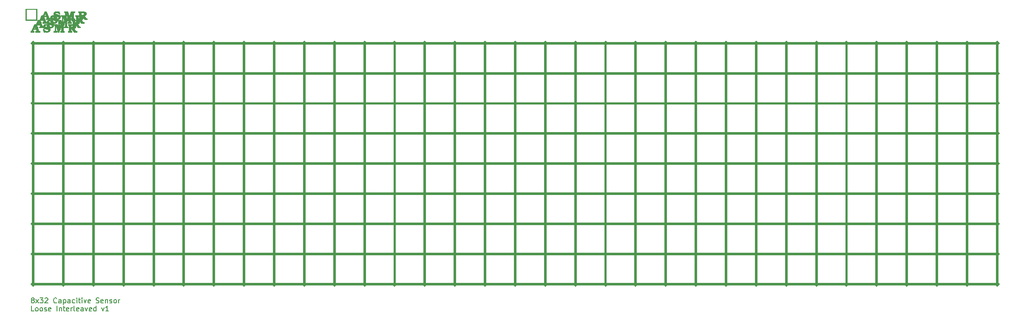
<source format=gto>
G04 #@! TF.GenerationSoftware,KiCad,Pcbnew,6.0.8+dfsg-1~bpo11+1*
G04 #@! TF.CreationDate,2023-03-24T18:54:05-04:00*
G04 #@! TF.ProjectId,captouch_sensor_interleaved_loose,63617074-6f75-4636-985f-73656e736f72,rev?*
G04 #@! TF.SameCoordinates,Original*
G04 #@! TF.FileFunction,Legend,Top*
G04 #@! TF.FilePolarity,Positive*
%FSLAX46Y46*%
G04 Gerber Fmt 4.6, Leading zero omitted, Abs format (unit mm)*
G04 Created by KiCad (PCBNEW 6.0.8+dfsg-1~bpo11+1) date 2023-03-24 18:54:05*
%MOMM*%
%LPD*%
G01*
G04 APERTURE LIST*
%ADD10C,0.150000*%
%ADD11C,0.500000*%
%ADD12C,0.010000*%
G04 APERTURE END LIST*
D10*
X63253452Y-107275952D02*
X63158214Y-107228333D01*
X63110595Y-107180714D01*
X63062976Y-107085476D01*
X63062976Y-107037857D01*
X63110595Y-106942619D01*
X63158214Y-106895000D01*
X63253452Y-106847380D01*
X63443928Y-106847380D01*
X63539166Y-106895000D01*
X63586785Y-106942619D01*
X63634404Y-107037857D01*
X63634404Y-107085476D01*
X63586785Y-107180714D01*
X63539166Y-107228333D01*
X63443928Y-107275952D01*
X63253452Y-107275952D01*
X63158214Y-107323571D01*
X63110595Y-107371190D01*
X63062976Y-107466428D01*
X63062976Y-107656904D01*
X63110595Y-107752142D01*
X63158214Y-107799761D01*
X63253452Y-107847380D01*
X63443928Y-107847380D01*
X63539166Y-107799761D01*
X63586785Y-107752142D01*
X63634404Y-107656904D01*
X63634404Y-107466428D01*
X63586785Y-107371190D01*
X63539166Y-107323571D01*
X63443928Y-107275952D01*
X63967738Y-107847380D02*
X64491547Y-107180714D01*
X63967738Y-107180714D02*
X64491547Y-107847380D01*
X64777261Y-106847380D02*
X65396309Y-106847380D01*
X65062976Y-107228333D01*
X65205833Y-107228333D01*
X65301071Y-107275952D01*
X65348690Y-107323571D01*
X65396309Y-107418809D01*
X65396309Y-107656904D01*
X65348690Y-107752142D01*
X65301071Y-107799761D01*
X65205833Y-107847380D01*
X64920119Y-107847380D01*
X64824880Y-107799761D01*
X64777261Y-107752142D01*
X65777261Y-106942619D02*
X65824880Y-106895000D01*
X65920119Y-106847380D01*
X66158214Y-106847380D01*
X66253452Y-106895000D01*
X66301071Y-106942619D01*
X66348690Y-107037857D01*
X66348690Y-107133095D01*
X66301071Y-107275952D01*
X65729642Y-107847380D01*
X66348690Y-107847380D01*
X68110595Y-107752142D02*
X68062976Y-107799761D01*
X67920119Y-107847380D01*
X67824880Y-107847380D01*
X67682023Y-107799761D01*
X67586785Y-107704523D01*
X67539166Y-107609285D01*
X67491547Y-107418809D01*
X67491547Y-107275952D01*
X67539166Y-107085476D01*
X67586785Y-106990238D01*
X67682023Y-106895000D01*
X67824880Y-106847380D01*
X67920119Y-106847380D01*
X68062976Y-106895000D01*
X68110595Y-106942619D01*
X68967738Y-107847380D02*
X68967738Y-107323571D01*
X68920119Y-107228333D01*
X68824880Y-107180714D01*
X68634404Y-107180714D01*
X68539166Y-107228333D01*
X68967738Y-107799761D02*
X68872500Y-107847380D01*
X68634404Y-107847380D01*
X68539166Y-107799761D01*
X68491547Y-107704523D01*
X68491547Y-107609285D01*
X68539166Y-107514047D01*
X68634404Y-107466428D01*
X68872500Y-107466428D01*
X68967738Y-107418809D01*
X69443928Y-107180714D02*
X69443928Y-108180714D01*
X69443928Y-107228333D02*
X69539166Y-107180714D01*
X69729642Y-107180714D01*
X69824880Y-107228333D01*
X69872500Y-107275952D01*
X69920119Y-107371190D01*
X69920119Y-107656904D01*
X69872500Y-107752142D01*
X69824880Y-107799761D01*
X69729642Y-107847380D01*
X69539166Y-107847380D01*
X69443928Y-107799761D01*
X70777261Y-107847380D02*
X70777261Y-107323571D01*
X70729642Y-107228333D01*
X70634404Y-107180714D01*
X70443928Y-107180714D01*
X70348690Y-107228333D01*
X70777261Y-107799761D02*
X70682023Y-107847380D01*
X70443928Y-107847380D01*
X70348690Y-107799761D01*
X70301071Y-107704523D01*
X70301071Y-107609285D01*
X70348690Y-107514047D01*
X70443928Y-107466428D01*
X70682023Y-107466428D01*
X70777261Y-107418809D01*
X71682023Y-107799761D02*
X71586785Y-107847380D01*
X71396309Y-107847380D01*
X71301071Y-107799761D01*
X71253452Y-107752142D01*
X71205833Y-107656904D01*
X71205833Y-107371190D01*
X71253452Y-107275952D01*
X71301071Y-107228333D01*
X71396309Y-107180714D01*
X71586785Y-107180714D01*
X71682023Y-107228333D01*
X72110595Y-107847380D02*
X72110595Y-107180714D01*
X72110595Y-106847380D02*
X72062976Y-106895000D01*
X72110595Y-106942619D01*
X72158214Y-106895000D01*
X72110595Y-106847380D01*
X72110595Y-106942619D01*
X72443928Y-107180714D02*
X72824880Y-107180714D01*
X72586785Y-106847380D02*
X72586785Y-107704523D01*
X72634404Y-107799761D01*
X72729642Y-107847380D01*
X72824880Y-107847380D01*
X73158214Y-107847380D02*
X73158214Y-107180714D01*
X73158214Y-106847380D02*
X73110595Y-106895000D01*
X73158214Y-106942619D01*
X73205833Y-106895000D01*
X73158214Y-106847380D01*
X73158214Y-106942619D01*
X73539166Y-107180714D02*
X73777261Y-107847380D01*
X74015357Y-107180714D01*
X74777261Y-107799761D02*
X74682023Y-107847380D01*
X74491547Y-107847380D01*
X74396309Y-107799761D01*
X74348690Y-107704523D01*
X74348690Y-107323571D01*
X74396309Y-107228333D01*
X74491547Y-107180714D01*
X74682023Y-107180714D01*
X74777261Y-107228333D01*
X74824880Y-107323571D01*
X74824880Y-107418809D01*
X74348690Y-107514047D01*
X75967738Y-107799761D02*
X76110595Y-107847380D01*
X76348690Y-107847380D01*
X76443928Y-107799761D01*
X76491547Y-107752142D01*
X76539166Y-107656904D01*
X76539166Y-107561666D01*
X76491547Y-107466428D01*
X76443928Y-107418809D01*
X76348690Y-107371190D01*
X76158214Y-107323571D01*
X76062976Y-107275952D01*
X76015357Y-107228333D01*
X75967738Y-107133095D01*
X75967738Y-107037857D01*
X76015357Y-106942619D01*
X76062976Y-106895000D01*
X76158214Y-106847380D01*
X76396309Y-106847380D01*
X76539166Y-106895000D01*
X77348690Y-107799761D02*
X77253452Y-107847380D01*
X77062976Y-107847380D01*
X76967738Y-107799761D01*
X76920119Y-107704523D01*
X76920119Y-107323571D01*
X76967738Y-107228333D01*
X77062976Y-107180714D01*
X77253452Y-107180714D01*
X77348690Y-107228333D01*
X77396309Y-107323571D01*
X77396309Y-107418809D01*
X76920119Y-107514047D01*
X77824880Y-107180714D02*
X77824880Y-107847380D01*
X77824880Y-107275952D02*
X77872500Y-107228333D01*
X77967738Y-107180714D01*
X78110595Y-107180714D01*
X78205833Y-107228333D01*
X78253452Y-107323571D01*
X78253452Y-107847380D01*
X78682023Y-107799761D02*
X78777261Y-107847380D01*
X78967738Y-107847380D01*
X79062976Y-107799761D01*
X79110595Y-107704523D01*
X79110595Y-107656904D01*
X79062976Y-107561666D01*
X78967738Y-107514047D01*
X78824880Y-107514047D01*
X78729642Y-107466428D01*
X78682023Y-107371190D01*
X78682023Y-107323571D01*
X78729642Y-107228333D01*
X78824880Y-107180714D01*
X78967738Y-107180714D01*
X79062976Y-107228333D01*
X79682023Y-107847380D02*
X79586785Y-107799761D01*
X79539166Y-107752142D01*
X79491547Y-107656904D01*
X79491547Y-107371190D01*
X79539166Y-107275952D01*
X79586785Y-107228333D01*
X79682023Y-107180714D01*
X79824880Y-107180714D01*
X79920119Y-107228333D01*
X79967738Y-107275952D01*
X80015357Y-107371190D01*
X80015357Y-107656904D01*
X79967738Y-107752142D01*
X79920119Y-107799761D01*
X79824880Y-107847380D01*
X79682023Y-107847380D01*
X80443928Y-107847380D02*
X80443928Y-107180714D01*
X80443928Y-107371190D02*
X80491547Y-107275952D01*
X80539166Y-107228333D01*
X80634404Y-107180714D01*
X80729642Y-107180714D01*
X63586785Y-109457380D02*
X63110595Y-109457380D01*
X63110595Y-108457380D01*
X64062976Y-109457380D02*
X63967738Y-109409761D01*
X63920119Y-109362142D01*
X63872500Y-109266904D01*
X63872500Y-108981190D01*
X63920119Y-108885952D01*
X63967738Y-108838333D01*
X64062976Y-108790714D01*
X64205833Y-108790714D01*
X64301071Y-108838333D01*
X64348690Y-108885952D01*
X64396309Y-108981190D01*
X64396309Y-109266904D01*
X64348690Y-109362142D01*
X64301071Y-109409761D01*
X64205833Y-109457380D01*
X64062976Y-109457380D01*
X64967738Y-109457380D02*
X64872500Y-109409761D01*
X64824880Y-109362142D01*
X64777261Y-109266904D01*
X64777261Y-108981190D01*
X64824880Y-108885952D01*
X64872500Y-108838333D01*
X64967738Y-108790714D01*
X65110595Y-108790714D01*
X65205833Y-108838333D01*
X65253452Y-108885952D01*
X65301071Y-108981190D01*
X65301071Y-109266904D01*
X65253452Y-109362142D01*
X65205833Y-109409761D01*
X65110595Y-109457380D01*
X64967738Y-109457380D01*
X65682023Y-109409761D02*
X65777261Y-109457380D01*
X65967738Y-109457380D01*
X66062976Y-109409761D01*
X66110595Y-109314523D01*
X66110595Y-109266904D01*
X66062976Y-109171666D01*
X65967738Y-109124047D01*
X65824880Y-109124047D01*
X65729642Y-109076428D01*
X65682023Y-108981190D01*
X65682023Y-108933571D01*
X65729642Y-108838333D01*
X65824880Y-108790714D01*
X65967738Y-108790714D01*
X66062976Y-108838333D01*
X66920119Y-109409761D02*
X66824880Y-109457380D01*
X66634404Y-109457380D01*
X66539166Y-109409761D01*
X66491547Y-109314523D01*
X66491547Y-108933571D01*
X66539166Y-108838333D01*
X66634404Y-108790714D01*
X66824880Y-108790714D01*
X66920119Y-108838333D01*
X66967738Y-108933571D01*
X66967738Y-109028809D01*
X66491547Y-109124047D01*
X68158214Y-109457380D02*
X68158214Y-108457380D01*
X68634404Y-108790714D02*
X68634404Y-109457380D01*
X68634404Y-108885952D02*
X68682023Y-108838333D01*
X68777261Y-108790714D01*
X68920119Y-108790714D01*
X69015357Y-108838333D01*
X69062976Y-108933571D01*
X69062976Y-109457380D01*
X69396309Y-108790714D02*
X69777261Y-108790714D01*
X69539166Y-108457380D02*
X69539166Y-109314523D01*
X69586785Y-109409761D01*
X69682023Y-109457380D01*
X69777261Y-109457380D01*
X70491547Y-109409761D02*
X70396309Y-109457380D01*
X70205833Y-109457380D01*
X70110595Y-109409761D01*
X70062976Y-109314523D01*
X70062976Y-108933571D01*
X70110595Y-108838333D01*
X70205833Y-108790714D01*
X70396309Y-108790714D01*
X70491547Y-108838333D01*
X70539166Y-108933571D01*
X70539166Y-109028809D01*
X70062976Y-109124047D01*
X70967738Y-109457380D02*
X70967738Y-108790714D01*
X70967738Y-108981190D02*
X71015357Y-108885952D01*
X71062976Y-108838333D01*
X71158214Y-108790714D01*
X71253452Y-108790714D01*
X71729642Y-109457380D02*
X71634404Y-109409761D01*
X71586785Y-109314523D01*
X71586785Y-108457380D01*
X72491547Y-109409761D02*
X72396309Y-109457380D01*
X72205833Y-109457380D01*
X72110595Y-109409761D01*
X72062976Y-109314523D01*
X72062976Y-108933571D01*
X72110595Y-108838333D01*
X72205833Y-108790714D01*
X72396309Y-108790714D01*
X72491547Y-108838333D01*
X72539166Y-108933571D01*
X72539166Y-109028809D01*
X72062976Y-109124047D01*
X73396309Y-109457380D02*
X73396309Y-108933571D01*
X73348690Y-108838333D01*
X73253452Y-108790714D01*
X73062976Y-108790714D01*
X72967738Y-108838333D01*
X73396309Y-109409761D02*
X73301071Y-109457380D01*
X73062976Y-109457380D01*
X72967738Y-109409761D01*
X72920119Y-109314523D01*
X72920119Y-109219285D01*
X72967738Y-109124047D01*
X73062976Y-109076428D01*
X73301071Y-109076428D01*
X73396309Y-109028809D01*
X73777261Y-108790714D02*
X74015357Y-109457380D01*
X74253452Y-108790714D01*
X75015357Y-109409761D02*
X74920119Y-109457380D01*
X74729642Y-109457380D01*
X74634404Y-109409761D01*
X74586785Y-109314523D01*
X74586785Y-108933571D01*
X74634404Y-108838333D01*
X74729642Y-108790714D01*
X74920119Y-108790714D01*
X75015357Y-108838333D01*
X75062976Y-108933571D01*
X75062976Y-109028809D01*
X74586785Y-109124047D01*
X75920119Y-109457380D02*
X75920119Y-108457380D01*
X75920119Y-109409761D02*
X75824880Y-109457380D01*
X75634404Y-109457380D01*
X75539166Y-109409761D01*
X75491547Y-109362142D01*
X75443928Y-109266904D01*
X75443928Y-108981190D01*
X75491547Y-108885952D01*
X75539166Y-108838333D01*
X75634404Y-108790714D01*
X75824880Y-108790714D01*
X75920119Y-108838333D01*
X77062976Y-108790714D02*
X77301071Y-109457380D01*
X77539166Y-108790714D01*
X78443928Y-109457380D02*
X77872500Y-109457380D01*
X78158214Y-109457380D02*
X78158214Y-108457380D01*
X78062976Y-108600238D01*
X77967738Y-108695476D01*
X77872500Y-108743095D01*
D11*
X63175000Y-62075000D02*
X255675000Y-62075000D01*
X63175000Y-68075000D02*
X255675000Y-68075000D01*
X69425000Y-55825000D02*
X69425000Y-104325000D01*
X93425000Y-55825000D02*
X93425000Y-104325000D01*
X249425000Y-55825000D02*
X249425000Y-104325000D01*
X63425000Y-55825000D02*
X63425000Y-104325000D01*
X147425000Y-55825000D02*
X147425000Y-104325000D01*
X255425000Y-55825000D02*
X255425000Y-104325000D01*
X63175000Y-104075000D02*
X255675000Y-104075000D01*
X129425000Y-55825000D02*
X129425000Y-104325000D01*
X99425000Y-55825000D02*
X99425000Y-104325000D01*
X243425000Y-55825000D02*
X243425000Y-104325000D01*
X207425000Y-55825000D02*
X207425000Y-104325000D01*
X123425000Y-55825000D02*
X123425000Y-104325000D01*
X105425000Y-55825000D02*
X105425000Y-104325000D01*
X171425000Y-55825000D02*
X171425000Y-104325000D01*
X63175000Y-56075000D02*
X255675000Y-56075000D01*
X189425000Y-55825000D02*
X189425000Y-104325000D01*
X177425000Y-55825000D02*
X177425000Y-104325000D01*
X237425000Y-55825000D02*
X237425000Y-104325000D01*
X75425000Y-55825000D02*
X75425000Y-104325000D01*
X117425000Y-55825000D02*
X117425000Y-104325000D01*
X87425000Y-55825000D02*
X87425000Y-104325000D01*
X213425000Y-55825000D02*
X213425000Y-104325000D01*
X81425000Y-55825000D02*
X81425000Y-104325000D01*
X201425000Y-55825000D02*
X201425000Y-104325000D01*
X63175000Y-92075000D02*
X255675000Y-92075000D01*
X153425000Y-55825000D02*
X153425000Y-104325000D01*
X183425000Y-55825000D02*
X183425000Y-104325000D01*
X63175000Y-74075000D02*
X255675000Y-74075000D01*
X63175000Y-98075000D02*
X255675000Y-98075000D01*
X63175000Y-86075000D02*
X255675000Y-86075000D01*
X135425000Y-55825000D02*
X135425000Y-104325000D01*
X159425000Y-55825000D02*
X159425000Y-104325000D01*
X219425000Y-55825000D02*
X219425000Y-104325000D01*
X225425000Y-55825000D02*
X225425000Y-104325000D01*
X231425000Y-55825000D02*
X231425000Y-104325000D01*
X165425000Y-55825000D02*
X165425000Y-104325000D01*
X63175000Y-80075000D02*
X255675000Y-80075000D01*
X141425000Y-55825000D02*
X141425000Y-104325000D01*
X111425000Y-55825000D02*
X111425000Y-104325000D01*
X195425000Y-55825000D02*
X195425000Y-104325000D01*
G36*
X64200505Y-49227011D02*
G01*
X64200505Y-51506711D01*
X61920804Y-51506711D01*
X61920804Y-51336734D01*
X62070785Y-51336734D01*
X64050525Y-51336734D01*
X64050525Y-49356994D01*
X62070785Y-49356994D01*
X62070785Y-51336734D01*
X61920804Y-51336734D01*
X61920804Y-49227011D01*
X64200505Y-49227011D01*
G37*
D12*
X64200505Y-49227011D02*
X64200505Y-51506711D01*
X61920804Y-51506711D01*
X61920804Y-51336734D01*
X62070785Y-51336734D01*
X64050525Y-51336734D01*
X64050525Y-49356994D01*
X62070785Y-49356994D01*
X62070785Y-51336734D01*
X61920804Y-51336734D01*
X61920804Y-49227011D01*
X64200505Y-49227011D01*
G36*
X66160302Y-51690591D02*
G01*
X66186199Y-51641058D01*
X66209275Y-51606010D01*
X66224439Y-51586955D01*
X66243729Y-51565751D01*
X66265650Y-51543827D01*
X66288705Y-51522615D01*
X66311398Y-51503546D01*
X66332233Y-51488050D01*
X66333495Y-51487196D01*
X66383272Y-51457476D01*
X66437501Y-51432083D01*
X66495322Y-51411313D01*
X66555877Y-51395467D01*
X66618304Y-51384842D01*
X66633005Y-51383151D01*
X66653515Y-51381626D01*
X66678379Y-51380761D01*
X66706108Y-51380518D01*
X66735212Y-51380859D01*
X66764204Y-51381748D01*
X66791593Y-51383148D01*
X66815891Y-51385022D01*
X66835610Y-51387332D01*
X66841787Y-51388352D01*
X66893135Y-51399263D01*
X66941567Y-51412362D01*
X66986290Y-51427363D01*
X67026510Y-51443981D01*
X67061436Y-51461932D01*
X67081152Y-51474338D01*
X67088002Y-51478087D01*
X67092426Y-51478775D01*
X67092702Y-51478583D01*
X67094721Y-51474713D01*
X67098433Y-51466006D01*
X67103248Y-51453886D01*
X67106988Y-51444058D01*
X67108963Y-51438776D01*
X67273435Y-51438776D01*
X67274449Y-51442712D01*
X67277353Y-51452297D01*
X67281940Y-51466906D01*
X67288006Y-51485911D01*
X67295342Y-51508688D01*
X67303744Y-51534609D01*
X67313005Y-51563049D01*
X67322918Y-51593381D01*
X67333278Y-51624980D01*
X67343878Y-51657219D01*
X67354513Y-51689471D01*
X67364975Y-51721112D01*
X67375059Y-51751514D01*
X67384559Y-51780052D01*
X67393268Y-51806099D01*
X67400979Y-51829030D01*
X67407488Y-51848217D01*
X67412587Y-51863035D01*
X67416071Y-51872858D01*
X67417733Y-51877060D01*
X67417812Y-51877166D01*
X67423298Y-51879209D01*
X67433955Y-51881927D01*
X67448353Y-51885048D01*
X67465065Y-51888297D01*
X67482662Y-51891401D01*
X67499718Y-51894085D01*
X67514804Y-51896076D01*
X67518403Y-51896464D01*
X67544225Y-51898047D01*
X67573376Y-51898148D01*
X67603446Y-51896876D01*
X67632027Y-51894337D01*
X67656709Y-51890641D01*
X67659188Y-51890146D01*
X67700727Y-51879125D01*
X67738386Y-51864112D01*
X67771784Y-51845431D01*
X67800543Y-51823403D01*
X67824282Y-51798350D01*
X67842622Y-51770594D01*
X67855184Y-51740456D01*
X67860057Y-51719824D01*
X67862795Y-51691384D01*
X67860725Y-51665851D01*
X67853603Y-51642933D01*
X67841183Y-51622339D01*
X67823217Y-51603779D01*
X67799461Y-51586962D01*
X67769668Y-51571597D01*
X67733593Y-51557394D01*
X67718220Y-51552252D01*
X67709376Y-51549619D01*
X67695336Y-51545702D01*
X67676732Y-51540661D01*
X67654196Y-51534657D01*
X67628360Y-51527853D01*
X67599856Y-51520409D01*
X67569316Y-51512486D01*
X67537371Y-51504245D01*
X67504654Y-51495849D01*
X67471796Y-51487457D01*
X67439430Y-51479232D01*
X67408187Y-51471334D01*
X67378699Y-51463925D01*
X67351599Y-51457165D01*
X67327517Y-51451217D01*
X67307086Y-51446241D01*
X67290938Y-51442398D01*
X67279705Y-51439850D01*
X67274018Y-51438759D01*
X67273435Y-51438776D01*
X67108963Y-51438776D01*
X67119082Y-51411724D01*
X67143766Y-51410627D01*
X67168449Y-51409529D01*
X67128454Y-51395377D01*
X67075458Y-51374109D01*
X67028189Y-51349742D01*
X66986347Y-51322027D01*
X66949633Y-51290717D01*
X66917749Y-51255562D01*
X66890394Y-51216314D01*
X66871632Y-51181927D01*
X66852587Y-51135467D01*
X66839169Y-51086289D01*
X66831349Y-51035202D01*
X66829100Y-50983015D01*
X66832391Y-50930536D01*
X66841195Y-50878574D01*
X66844048Y-50868462D01*
X67195112Y-50868462D01*
X67195433Y-50884479D01*
X67196663Y-50896128D01*
X67199199Y-50905689D01*
X67203287Y-50915122D01*
X67214452Y-50932974D01*
X67229888Y-50949346D01*
X67249949Y-50964417D01*
X67274990Y-50978366D01*
X67305367Y-50991372D01*
X67341434Y-51003615D01*
X67383547Y-51015273D01*
X67418348Y-51023525D01*
X67441420Y-51028632D01*
X67458774Y-51032338D01*
X67471178Y-51034767D01*
X67479401Y-51036048D01*
X67484212Y-51036306D01*
X67486382Y-51035669D01*
X67486741Y-51034778D01*
X67485749Y-51031406D01*
X67482953Y-51022524D01*
X67478621Y-51008958D01*
X67473021Y-50991535D01*
X67466421Y-50971079D01*
X67459090Y-50948417D01*
X67451296Y-50924375D01*
X67443307Y-50899778D01*
X67435391Y-50875453D01*
X67427817Y-50852224D01*
X67420853Y-50830918D01*
X67414767Y-50812361D01*
X67409827Y-50797379D01*
X67406301Y-50786796D01*
X67404459Y-50781440D01*
X67404407Y-50781301D01*
X67407025Y-50778995D01*
X67415708Y-50774941D01*
X67430126Y-50769269D01*
X67449948Y-50762107D01*
X67474843Y-50753584D01*
X67481425Y-50751387D01*
X67502816Y-50744162D01*
X67521795Y-50737529D01*
X67536268Y-50732255D01*
X67590060Y-50732255D01*
X67591907Y-50737211D01*
X67597073Y-50746742D01*
X67605000Y-50760001D01*
X67615126Y-50776144D01*
X67626893Y-50794323D01*
X67639740Y-50813693D01*
X67653108Y-50833408D01*
X67666436Y-50852623D01*
X67679166Y-50870491D01*
X67690736Y-50886167D01*
X67698965Y-50896792D01*
X67744604Y-50949111D01*
X67793143Y-50995479D01*
X67844537Y-51035866D01*
X67898740Y-51070243D01*
X67955708Y-51098581D01*
X68015395Y-51120849D01*
X68066927Y-51134693D01*
X68115720Y-51143367D01*
X68164864Y-51147822D01*
X68212816Y-51148018D01*
X68258035Y-51143915D01*
X68279106Y-51140245D01*
X68320646Y-51129223D01*
X68358305Y-51114211D01*
X68391703Y-51095530D01*
X68420461Y-51073502D01*
X68444201Y-51048449D01*
X68462541Y-51020692D01*
X68475103Y-50990555D01*
X68479976Y-50969922D01*
X68482707Y-50941415D01*
X68480600Y-50915816D01*
X68473412Y-50892839D01*
X68460903Y-50872198D01*
X68442830Y-50853607D01*
X68418951Y-50836781D01*
X68389026Y-50821433D01*
X68352812Y-50807279D01*
X68338295Y-50802455D01*
X68327541Y-50799215D01*
X68312123Y-50794843D01*
X68292830Y-50789541D01*
X68270454Y-50783513D01*
X68245786Y-50776963D01*
X68219615Y-50770094D01*
X68192733Y-50763108D01*
X68165930Y-50756211D01*
X68139996Y-50749605D01*
X68115723Y-50743493D01*
X68093901Y-50738079D01*
X68075320Y-50733566D01*
X68060771Y-50730158D01*
X68051046Y-50728059D01*
X68046933Y-50727471D01*
X68046893Y-50727483D01*
X68047357Y-50730760D01*
X68049700Y-50739691D01*
X68053718Y-50753599D01*
X68059206Y-50771807D01*
X68065958Y-50793637D01*
X68073770Y-50818414D01*
X68082436Y-50845458D01*
X68085562Y-50855117D01*
X68094541Y-50882831D01*
X68102840Y-50908533D01*
X68110242Y-50931540D01*
X68116527Y-50951169D01*
X68121478Y-50966737D01*
X68124875Y-50977562D01*
X68126500Y-50982959D01*
X68126610Y-50983434D01*
X68123629Y-50984972D01*
X68115370Y-50988416D01*
X68102818Y-50993398D01*
X68086960Y-50999546D01*
X68068782Y-51006491D01*
X68049271Y-51013863D01*
X68029413Y-51021293D01*
X68010194Y-51028410D01*
X67992601Y-51034844D01*
X67977620Y-51040226D01*
X67966237Y-51044186D01*
X67959439Y-51046354D01*
X67958034Y-51046649D01*
X67955103Y-51044059D01*
X67949028Y-51037000D01*
X67940568Y-51026411D01*
X67930481Y-51013227D01*
X67925016Y-51005888D01*
X67901656Y-50974587D01*
X67881084Y-50947847D01*
X67862447Y-50924645D01*
X67844891Y-50903959D01*
X67827565Y-50884766D01*
X67809616Y-50866044D01*
X67801970Y-50858358D01*
X67773955Y-50831909D01*
X67747012Y-50809811D01*
X67719043Y-50790550D01*
X67687953Y-50772614D01*
X67671365Y-50764060D01*
X67656161Y-50756765D01*
X67640250Y-50749651D01*
X67624776Y-50743163D01*
X67610879Y-50737749D01*
X67599704Y-50733855D01*
X67592393Y-50731929D01*
X67590060Y-50732255D01*
X67536268Y-50732255D01*
X67537542Y-50731791D01*
X67549241Y-50727254D01*
X67556070Y-50724222D01*
X67557479Y-50723085D01*
X67551811Y-50720605D01*
X67540404Y-50717870D01*
X67524174Y-50715042D01*
X67504033Y-50712284D01*
X67483911Y-50710053D01*
X67442848Y-50708151D01*
X67402145Y-50710457D01*
X67362745Y-50716711D01*
X67325589Y-50726654D01*
X67291618Y-50740029D01*
X67261774Y-50756575D01*
X67236998Y-50776035D01*
X67234282Y-50778682D01*
X67217300Y-50797566D01*
X67205680Y-50815548D01*
X67198664Y-50834366D01*
X67195493Y-50855757D01*
X67195112Y-50868462D01*
X66844048Y-50868462D01*
X66855483Y-50827938D01*
X66875225Y-50779438D01*
X66886754Y-50756929D01*
X66909088Y-50721248D01*
X66936548Y-50685480D01*
X66967776Y-50651094D01*
X67001415Y-50619559D01*
X67036109Y-50592343D01*
X67043402Y-50587314D01*
X67090763Y-50558932D01*
X67142639Y-50534207D01*
X67197631Y-50513714D01*
X67254343Y-50498033D01*
X67265103Y-50495665D01*
X67297796Y-50489442D01*
X67329372Y-50484958D01*
X67361601Y-50482072D01*
X67396252Y-50480641D01*
X67435095Y-50480521D01*
X67449743Y-50480757D01*
X67519175Y-50482159D01*
X67509630Y-50466646D01*
X67489420Y-50428532D01*
X67472783Y-50386281D01*
X67460281Y-50341707D01*
X67452480Y-50296621D01*
X67450682Y-50277115D01*
X67449708Y-50218073D01*
X67454785Y-50161743D01*
X67465969Y-50107927D01*
X67483314Y-50056426D01*
X67506874Y-50007044D01*
X67536704Y-49959583D01*
X67539100Y-49956227D01*
X67554265Y-49937172D01*
X67573555Y-49915967D01*
X67595476Y-49894043D01*
X67618530Y-49872831D01*
X67641223Y-49853762D01*
X67662059Y-49838267D01*
X67663321Y-49837412D01*
X67713098Y-49807693D01*
X67767326Y-49782299D01*
X67825148Y-49761530D01*
X67885702Y-49745683D01*
X67948130Y-49735059D01*
X67962830Y-49733367D01*
X67983340Y-49731843D01*
X68008204Y-49730978D01*
X68035933Y-49730734D01*
X68065038Y-49731076D01*
X68094029Y-49731965D01*
X68121418Y-49733365D01*
X68145717Y-49735238D01*
X68165435Y-49737548D01*
X68171613Y-49738568D01*
X68222961Y-49749480D01*
X68271393Y-49762578D01*
X68316115Y-49777579D01*
X68356336Y-49794197D01*
X68391261Y-49812148D01*
X68410978Y-49824554D01*
X68417828Y-49828304D01*
X68422252Y-49828992D01*
X68422527Y-49828800D01*
X68424547Y-49824930D01*
X68428262Y-49816224D01*
X68433081Y-49804105D01*
X68436825Y-49794274D01*
X68448930Y-49761940D01*
X68594100Y-49761940D01*
X68670337Y-49996818D01*
X68682668Y-50034832D01*
X68694379Y-50070985D01*
X68705311Y-50104779D01*
X68715302Y-50135716D01*
X68724193Y-50163297D01*
X68731823Y-50187026D01*
X68738032Y-50206404D01*
X68742659Y-50220934D01*
X68745545Y-50230117D01*
X68746529Y-50233454D01*
X68743548Y-50235005D01*
X68735289Y-50238462D01*
X68722738Y-50243457D01*
X68706881Y-50249618D01*
X68688704Y-50256574D01*
X68669193Y-50263957D01*
X68649335Y-50271395D01*
X68630116Y-50278518D01*
X68612522Y-50284956D01*
X68597540Y-50290339D01*
X68586155Y-50294296D01*
X68579355Y-50296457D01*
X68577953Y-50296748D01*
X68575021Y-50294157D01*
X68568946Y-50287099D01*
X68560486Y-50276509D01*
X68550400Y-50263325D01*
X68544935Y-50255986D01*
X68507724Y-50207005D01*
X68472859Y-50164089D01*
X68440221Y-50127110D01*
X68409691Y-50095941D01*
X68381150Y-50070454D01*
X68354480Y-50050520D01*
X68352943Y-50049502D01*
X68304881Y-50021062D01*
X68255453Y-49997835D01*
X68205220Y-49979895D01*
X68154743Y-49967311D01*
X68104580Y-49960156D01*
X68055294Y-49958502D01*
X68007445Y-49962419D01*
X67961592Y-49971979D01*
X67918297Y-49987254D01*
X67906773Y-49992534D01*
X67878574Y-50008836D01*
X67854524Y-50028245D01*
X67835492Y-50049954D01*
X67824117Y-50069171D01*
X67819502Y-50080038D01*
X67816750Y-50089954D01*
X67815411Y-50101372D01*
X67815033Y-50116746D01*
X67815031Y-50118560D01*
X67815352Y-50134577D01*
X67816581Y-50146226D01*
X67819118Y-50155787D01*
X67823205Y-50165221D01*
X67833210Y-50181733D01*
X67846547Y-50196824D01*
X67863650Y-50210704D01*
X67884953Y-50223583D01*
X67910890Y-50235672D01*
X67941896Y-50247181D01*
X67978404Y-50258321D01*
X68020849Y-50269303D01*
X68053046Y-50276726D01*
X68084769Y-50283977D01*
X68120669Y-50292580D01*
X68159862Y-50302298D01*
X68201464Y-50312891D01*
X68244593Y-50324119D01*
X68288364Y-50335743D01*
X68331894Y-50347524D01*
X68374300Y-50359223D01*
X68414698Y-50370600D01*
X68452204Y-50381417D01*
X68485935Y-50391433D01*
X68515008Y-50400410D01*
X68538538Y-50408108D01*
X68539936Y-50408587D01*
X68594568Y-50429891D01*
X68643437Y-50454345D01*
X68686713Y-50482062D01*
X68724568Y-50513156D01*
X68757173Y-50547743D01*
X68766852Y-50559999D01*
X68779701Y-50579084D01*
X68793087Y-50602516D01*
X68805962Y-50628166D01*
X68817279Y-50653906D01*
X68825990Y-50677608D01*
X68828016Y-50684270D01*
X68839396Y-50735512D01*
X68845253Y-50789137D01*
X68845611Y-50843830D01*
X68840495Y-50898278D01*
X68829929Y-50951167D01*
X68822605Y-50976632D01*
X68801833Y-51030941D01*
X68775362Y-51082074D01*
X68743457Y-51129834D01*
X68706381Y-51174027D01*
X68664399Y-51214456D01*
X68617774Y-51250925D01*
X68566771Y-51283238D01*
X68511654Y-51311198D01*
X68452687Y-51334611D01*
X68390133Y-51353280D01*
X68324258Y-51367008D01*
X68290095Y-51371966D01*
X68270457Y-51374020D01*
X68249053Y-51375629D01*
X68229135Y-51376573D01*
X68219735Y-51376729D01*
X68187576Y-51376729D01*
X68198562Y-51405977D01*
X68208025Y-51433362D01*
X68215068Y-51459346D01*
X68219968Y-51485657D01*
X68223004Y-51514024D01*
X68224453Y-51546176D01*
X68224677Y-51568370D01*
X68224234Y-51601648D01*
X68222736Y-51630086D01*
X68219935Y-51655463D01*
X68215585Y-51679554D01*
X68209439Y-51704137D01*
X68202709Y-51726461D01*
X68181931Y-51780791D01*
X68155455Y-51831942D01*
X68123545Y-51879717D01*
X68086466Y-51923921D01*
X68044481Y-51964358D01*
X67997853Y-52000833D01*
X67946845Y-52033149D01*
X67891722Y-52061111D01*
X67832746Y-52084524D01*
X67770182Y-52103191D01*
X67704292Y-52116918D01*
X67670177Y-52121868D01*
X67648837Y-52123875D01*
X67622643Y-52125323D01*
X67593382Y-52126201D01*
X67562843Y-52126498D01*
X67532815Y-52126203D01*
X67505086Y-52125304D01*
X67481444Y-52123791D01*
X67474111Y-52123075D01*
X67424549Y-52115986D01*
X67374815Y-52105754D01*
X67326094Y-52092760D01*
X67279569Y-52077384D01*
X67236428Y-52060005D01*
X67197852Y-52041005D01*
X67173833Y-52026704D01*
X67163410Y-52020455D01*
X67155111Y-52016445D01*
X67150457Y-52015389D01*
X67150099Y-52015594D01*
X67147543Y-52020660D01*
X67145576Y-52027116D01*
X67145004Y-52030332D01*
X67145554Y-52032996D01*
X67148064Y-52035541D01*
X67153369Y-52038399D01*
X67162307Y-52042000D01*
X67175714Y-52046779D01*
X67194426Y-52053165D01*
X67199059Y-52054734D01*
X67251582Y-52074402D01*
X67298135Y-52095915D01*
X67339239Y-52119615D01*
X67375418Y-52145842D01*
X67407195Y-52174936D01*
X67435091Y-52207239D01*
X67437027Y-52209782D01*
X67449598Y-52228438D01*
X67462794Y-52251445D01*
X67475574Y-52276699D01*
X67486897Y-52302096D01*
X67495723Y-52325535D01*
X67498141Y-52333270D01*
X67506383Y-52361599D01*
X67506561Y-52320771D01*
X67506738Y-52279943D01*
X68236332Y-52279943D01*
X68271270Y-52387429D01*
X68280598Y-52416139D01*
X68291471Y-52449623D01*
X68303382Y-52486316D01*
X68315820Y-52524649D01*
X68328279Y-52563056D01*
X68340249Y-52599971D01*
X68349913Y-52629784D01*
X68359223Y-52658427D01*
X68367940Y-52685076D01*
X68375844Y-52709069D01*
X68382713Y-52729743D01*
X68388326Y-52746436D01*
X68392463Y-52758483D01*
X68394903Y-52765223D01*
X68395447Y-52766433D01*
X68398424Y-52765096D01*
X68404420Y-52759861D01*
X68411693Y-52752339D01*
X68422262Y-52738571D01*
X68430087Y-52722950D01*
X68435815Y-52703853D01*
X68439824Y-52681557D01*
X68440321Y-52674653D01*
X68440782Y-52661278D01*
X68441206Y-52641626D01*
X68441592Y-52615891D01*
X68441939Y-52584270D01*
X68442245Y-52546955D01*
X68442509Y-52504141D01*
X68442729Y-52456023D01*
X68442905Y-52402796D01*
X68443034Y-52344654D01*
X68443116Y-52281791D01*
X68443149Y-52214402D01*
X68443150Y-52203287D01*
X68443125Y-52135196D01*
X68443051Y-52071601D01*
X68442929Y-52012695D01*
X68442760Y-51958674D01*
X68442547Y-51909731D01*
X68442290Y-51866061D01*
X68441990Y-51827859D01*
X68441650Y-51795320D01*
X68441599Y-51791674D01*
X68673729Y-51791674D01*
X68674532Y-52234949D01*
X68674648Y-52300204D01*
X68674758Y-52359137D01*
X68674875Y-52412096D01*
X68675014Y-52459425D01*
X68675188Y-52501469D01*
X68675411Y-52538573D01*
X68675698Y-52571083D01*
X68676061Y-52599345D01*
X68676516Y-52623702D01*
X68677075Y-52644501D01*
X68677753Y-52662087D01*
X68678564Y-52676805D01*
X68679521Y-52689001D01*
X68680639Y-52699019D01*
X68681932Y-52707205D01*
X68683413Y-52713904D01*
X68685096Y-52719461D01*
X68686995Y-52724223D01*
X68689124Y-52728532D01*
X68691497Y-52732737D01*
X68694129Y-52737180D01*
X68694818Y-52738351D01*
X68700848Y-52747091D01*
X68708256Y-52755784D01*
X68715451Y-52762765D01*
X68720844Y-52766368D01*
X68721750Y-52766546D01*
X68722937Y-52763471D01*
X68726049Y-52754594D01*
X68730908Y-52740439D01*
X68737339Y-52721532D01*
X68745163Y-52698395D01*
X68754204Y-52671554D01*
X68764284Y-52641532D01*
X68775227Y-52608853D01*
X68786855Y-52574042D01*
X68791494Y-52560131D01*
X68860299Y-52353716D01*
X68776288Y-52100632D01*
X69190485Y-52100632D01*
X69190521Y-52100800D01*
X69191869Y-52104963D01*
X69194976Y-52114612D01*
X69199565Y-52128885D01*
X69205360Y-52146922D01*
X69212082Y-52167859D01*
X69219457Y-52190838D01*
X69219976Y-52192455D01*
X69248046Y-52279943D01*
X69324908Y-52279943D01*
X69355415Y-52188289D01*
X69385922Y-52096634D01*
X69287529Y-52096634D01*
X69258241Y-52096691D01*
X69235047Y-52096879D01*
X69217375Y-52097221D01*
X69204654Y-52097743D01*
X69196312Y-52098470D01*
X69191780Y-52099424D01*
X69190485Y-52100632D01*
X68776288Y-52100632D01*
X68673729Y-51791674D01*
X68441599Y-51791674D01*
X68441270Y-51768637D01*
X68440852Y-51748005D01*
X68440396Y-51733619D01*
X68439905Y-51725673D01*
X68439824Y-51725016D01*
X68435425Y-51701053D01*
X68429518Y-51682116D01*
X68421495Y-51666626D01*
X68412985Y-51655475D01*
X68397536Y-51641789D01*
X68377012Y-51630239D01*
X68351084Y-51620708D01*
X68319425Y-51613083D01*
X68281708Y-51607248D01*
X68272471Y-51606183D01*
X68236642Y-51602279D01*
X68236642Y-51410057D01*
X68966208Y-51410057D01*
X69002763Y-51522543D01*
X69013491Y-51555571D01*
X69025539Y-51592683D01*
X69038245Y-51631846D01*
X69050950Y-51671025D01*
X69062995Y-51708186D01*
X69073719Y-51741294D01*
X69074923Y-51745014D01*
X69083339Y-51770866D01*
X69091193Y-51794713D01*
X69098230Y-51815807D01*
X69104199Y-51833404D01*
X69108848Y-51846757D01*
X69111923Y-51855120D01*
X69113094Y-51857731D01*
X69116621Y-51857329D01*
X69122117Y-51852383D01*
X69128527Y-51844293D01*
X69134798Y-51834456D01*
X69139876Y-51824270D01*
X69141439Y-51820109D01*
X69144554Y-51808641D01*
X69147657Y-51794024D01*
X69149731Y-51781675D01*
X69150227Y-51774771D01*
X69150688Y-51761396D01*
X69151113Y-51741744D01*
X69151499Y-51716010D01*
X69151846Y-51684388D01*
X69152152Y-51647073D01*
X69152416Y-51604259D01*
X69152636Y-51556141D01*
X69152812Y-51502914D01*
X69152941Y-51444772D01*
X69153023Y-51381909D01*
X69153032Y-51363461D01*
X69383527Y-51363461D01*
X69383568Y-51418012D01*
X69383658Y-51469997D01*
X69383795Y-51519022D01*
X69383977Y-51564692D01*
X69384201Y-51606614D01*
X69384464Y-51644393D01*
X69384764Y-51677635D01*
X69385099Y-51705946D01*
X69385465Y-51728932D01*
X69385860Y-51746198D01*
X69386282Y-51757350D01*
X69386458Y-51760012D01*
X69389852Y-51789662D01*
X69394846Y-51813651D01*
X69401856Y-51832874D01*
X69411297Y-51848228D01*
X69423583Y-51860610D01*
X69437270Y-51869871D01*
X69446805Y-51875196D01*
X69453837Y-51878855D01*
X69456515Y-51879965D01*
X69457843Y-51876897D01*
X69461078Y-51868049D01*
X69466033Y-51853967D01*
X69472522Y-51835199D01*
X69480357Y-51812291D01*
X69489350Y-51785790D01*
X69499315Y-51756245D01*
X69510064Y-51724202D01*
X69521332Y-51690445D01*
X69584450Y-51500894D01*
X69573745Y-51466308D01*
X69571053Y-51457842D01*
X69566435Y-51443591D01*
X69560070Y-51424094D01*
X69552134Y-51399892D01*
X69542806Y-51371524D01*
X69534637Y-51346732D01*
X69947010Y-51346732D01*
X69957439Y-51378395D01*
X69967868Y-51410057D01*
X70024954Y-51410057D01*
X70035383Y-51378395D01*
X70045813Y-51346732D01*
X69947010Y-51346732D01*
X69534637Y-51346732D01*
X69532263Y-51339531D01*
X69520683Y-51304452D01*
X69508245Y-51266826D01*
X69495125Y-51227195D01*
X69481502Y-51186097D01*
X69473425Y-51161757D01*
X69383812Y-50891792D01*
X69383538Y-51306738D01*
X69383527Y-51363461D01*
X69153032Y-51363461D01*
X69153056Y-51314520D01*
X69153056Y-51303405D01*
X69153031Y-51235314D01*
X69152957Y-51171719D01*
X69152835Y-51112813D01*
X69152667Y-51058792D01*
X69152454Y-51009849D01*
X69152197Y-50966179D01*
X69151897Y-50927977D01*
X69151557Y-50895438D01*
X69151177Y-50868755D01*
X69150758Y-50848123D01*
X69150303Y-50833737D01*
X69149812Y-50825791D01*
X69149731Y-50825134D01*
X69145331Y-50801171D01*
X69139425Y-50782234D01*
X69131401Y-50766744D01*
X69122892Y-50755593D01*
X69107443Y-50741907D01*
X69086918Y-50730357D01*
X69060990Y-50720826D01*
X69029332Y-50713201D01*
X68991615Y-50707366D01*
X68982378Y-50706301D01*
X68946549Y-50702397D01*
X68946549Y-50510176D01*
X69676115Y-50510176D01*
X69713143Y-50624327D01*
X69722239Y-50652335D01*
X69731181Y-50679805D01*
X69739639Y-50705727D01*
X69747282Y-50729088D01*
X69753780Y-50748879D01*
X69758801Y-50764087D01*
X69761375Y-50771808D01*
X69772581Y-50805137D01*
X69772687Y-50613586D01*
X70003451Y-50613586D01*
X70003491Y-50668158D01*
X70003581Y-50720159D01*
X70003718Y-50769194D01*
X70003899Y-50814870D01*
X70004122Y-50856794D01*
X70004385Y-50894570D01*
X70004684Y-50927806D01*
X70005018Y-50956108D01*
X70005384Y-50979082D01*
X70005780Y-50996334D01*
X70006202Y-51007470D01*
X70006377Y-51010110D01*
X70009820Y-51039977D01*
X70014908Y-51064158D01*
X70022027Y-51083515D01*
X70031563Y-51098907D01*
X70043902Y-51111196D01*
X70055183Y-51118867D01*
X70067281Y-51125162D01*
X70081190Y-51131222D01*
X70094734Y-51136210D01*
X70105739Y-51139289D01*
X70109768Y-51139859D01*
X70111548Y-51138161D01*
X70114389Y-51132719D01*
X70118413Y-51123192D01*
X70123744Y-51109242D01*
X70130506Y-51090526D01*
X70138824Y-51066704D01*
X70148821Y-51037437D01*
X70160620Y-51002383D01*
X70169621Y-50975418D01*
X70224437Y-50810743D01*
X70198696Y-50731284D01*
X70193463Y-50715209D01*
X70186354Y-50693497D01*
X70177597Y-50666838D01*
X70167419Y-50635920D01*
X70156048Y-50601433D01*
X70143710Y-50564064D01*
X70130634Y-50524503D01*
X70117046Y-50483438D01*
X70103174Y-50441559D01*
X70089245Y-50399555D01*
X70088350Y-50396857D01*
X70003745Y-50141891D01*
X70003464Y-50556836D01*
X70003451Y-50613586D01*
X69772687Y-50613586D01*
X69772778Y-50451850D01*
X69772778Y-50393139D01*
X69772713Y-50338524D01*
X69772584Y-50288265D01*
X69772394Y-50242626D01*
X69772145Y-50201870D01*
X69771839Y-50166258D01*
X69771478Y-50136053D01*
X69771065Y-50111517D01*
X69770601Y-50092914D01*
X69770090Y-50080504D01*
X69769650Y-50075233D01*
X69765250Y-50051270D01*
X69759343Y-50032332D01*
X69751320Y-50016842D01*
X69742811Y-50005692D01*
X69727362Y-49992006D01*
X69706837Y-49980455D01*
X69680909Y-49970925D01*
X69649250Y-49963299D01*
X69611534Y-49957465D01*
X69602296Y-49956400D01*
X69566468Y-49952495D01*
X69566468Y-49760274D01*
X70296158Y-49760274D01*
X70325088Y-49849429D01*
X70330573Y-49866336D01*
X70337898Y-49888929D01*
X70346852Y-49916555D01*
X70357223Y-49948556D01*
X70368799Y-49984280D01*
X70381367Y-50023070D01*
X70394715Y-50064271D01*
X70408631Y-50107229D01*
X70422903Y-50151289D01*
X70437318Y-50195795D01*
X70446305Y-50223547D01*
X70538591Y-50508509D01*
X70694653Y-50510291D01*
X70819620Y-50135282D01*
X70944587Y-49760274D01*
X71676191Y-49760274D01*
X71676191Y-49952905D01*
X71652027Y-49955177D01*
X71630829Y-49957783D01*
X71607582Y-49961651D01*
X71584366Y-49966355D01*
X71563260Y-49971467D01*
X71546342Y-49976557D01*
X71543883Y-49977445D01*
X71525582Y-49986814D01*
X71508470Y-50000101D01*
X71494658Y-50015490D01*
X71489051Y-50024547D01*
X71486866Y-50028881D01*
X71484886Y-50033117D01*
X71483103Y-50037592D01*
X71481506Y-50042640D01*
X71480085Y-50048597D01*
X71478829Y-50055797D01*
X71477728Y-50064576D01*
X71476772Y-50075269D01*
X71475951Y-50088211D01*
X71475255Y-50103737D01*
X71474673Y-50122181D01*
X71474195Y-50143881D01*
X71473811Y-50169169D01*
X71473510Y-50198382D01*
X71473283Y-50231855D01*
X71473118Y-50269923D01*
X71473007Y-50312920D01*
X71472938Y-50361182D01*
X71472901Y-50415045D01*
X71472887Y-50474842D01*
X71472884Y-50540910D01*
X71472884Y-50553503D01*
X71472886Y-50620736D01*
X71472897Y-50681639D01*
X71472929Y-50736545D01*
X71472991Y-50785792D01*
X71473095Y-50829713D01*
X71473249Y-50868643D01*
X71473464Y-50902919D01*
X71473751Y-50932875D01*
X71474119Y-50958845D01*
X71474580Y-50981166D01*
X71475142Y-51000173D01*
X71475817Y-51016200D01*
X71476615Y-51029582D01*
X71477545Y-51040655D01*
X71478619Y-51049754D01*
X71479846Y-51057214D01*
X71481237Y-51063370D01*
X71482802Y-51068557D01*
X71484551Y-51073110D01*
X71486494Y-51077365D01*
X71488642Y-51081656D01*
X71489051Y-51082459D01*
X71500244Y-51098515D01*
X71516070Y-51113376D01*
X71534520Y-51125328D01*
X71544812Y-51129950D01*
X71561516Y-51135237D01*
X71582840Y-51140499D01*
X71606747Y-51145321D01*
X71631202Y-51149290D01*
X71652027Y-51151792D01*
X71676191Y-51154101D01*
X71676191Y-51346732D01*
X70856298Y-51346732D01*
X70856298Y-51154201D01*
X70878795Y-51151947D01*
X70918899Y-51146942D01*
X70952897Y-51140459D01*
X70981229Y-51132277D01*
X71004336Y-51122176D01*
X71022656Y-51109935D01*
X71036632Y-51095333D01*
X71046702Y-51078149D01*
X71051392Y-51065391D01*
X71053021Y-51059305D01*
X71054492Y-51052307D01*
X71055810Y-51044048D01*
X71056984Y-51034182D01*
X71058023Y-51022361D01*
X71058933Y-51008238D01*
X71059722Y-50991466D01*
X71060399Y-50971697D01*
X71060972Y-50948584D01*
X71061447Y-50921781D01*
X71061833Y-50890938D01*
X71062138Y-50855711D01*
X71062369Y-50815750D01*
X71062535Y-50770709D01*
X71062643Y-50720241D01*
X71062700Y-50663998D01*
X71062716Y-50601632D01*
X71062709Y-50563502D01*
X71062586Y-50155222D01*
X71002871Y-50330199D01*
X70991739Y-50362856D01*
X70981278Y-50393619D01*
X70971683Y-50421912D01*
X70963148Y-50447156D01*
X70955868Y-50468774D01*
X70950037Y-50486189D01*
X70945850Y-50498823D01*
X70943502Y-50506098D01*
X70943055Y-50507676D01*
X70946173Y-50508496D01*
X70954877Y-50509203D01*
X70968087Y-50509750D01*
X70984724Y-50510087D01*
X70999613Y-50510176D01*
X71056272Y-50510176D01*
X71056272Y-50702807D01*
X71032109Y-50705078D01*
X71010910Y-50707684D01*
X70987663Y-50711553D01*
X70964447Y-50716257D01*
X70943341Y-50721368D01*
X70926423Y-50726458D01*
X70923964Y-50727346D01*
X70905663Y-50736716D01*
X70888551Y-50750002D01*
X70874740Y-50765391D01*
X70869133Y-50774449D01*
X70866947Y-50778782D01*
X70864968Y-50783019D01*
X70863184Y-50787494D01*
X70861587Y-50792542D01*
X70860166Y-50798499D01*
X70858910Y-50805699D01*
X70857809Y-50814478D01*
X70856854Y-50825171D01*
X70856033Y-50838112D01*
X70855336Y-50853638D01*
X70854754Y-50872083D01*
X70854276Y-50893782D01*
X70853892Y-50919071D01*
X70853591Y-50948284D01*
X70853364Y-50981757D01*
X70853200Y-51019824D01*
X70853088Y-51062822D01*
X70853019Y-51111084D01*
X70852983Y-51164946D01*
X70852968Y-51224744D01*
X70852965Y-51290812D01*
X70852965Y-51303405D01*
X70852967Y-51370638D01*
X70852979Y-51431540D01*
X70853010Y-51486447D01*
X70853073Y-51535693D01*
X70853176Y-51579614D01*
X70853330Y-51618545D01*
X70853545Y-51652821D01*
X70853832Y-51682776D01*
X70854200Y-51708747D01*
X70854661Y-51731068D01*
X70855223Y-51750074D01*
X70855898Y-51766101D01*
X70856696Y-51779484D01*
X70857627Y-51790557D01*
X70858701Y-51799656D01*
X70859928Y-51807116D01*
X70861319Y-51813272D01*
X70862883Y-51818459D01*
X70864632Y-51823012D01*
X70866575Y-51827267D01*
X70868723Y-51831558D01*
X70869133Y-51832361D01*
X70880325Y-51848417D01*
X70896152Y-51863278D01*
X70914601Y-51875230D01*
X70924893Y-51879852D01*
X70941598Y-51885138D01*
X70962921Y-51890400D01*
X70986828Y-51895223D01*
X71011283Y-51899191D01*
X71032109Y-51901693D01*
X71056272Y-51904003D01*
X71056272Y-52096634D01*
X70236380Y-52096634D01*
X70236380Y-51904103D01*
X70258877Y-51901848D01*
X70299942Y-51896630D01*
X70334802Y-51889779D01*
X70363738Y-51881196D01*
X70387032Y-51870780D01*
X70404966Y-51858431D01*
X70416529Y-51845899D01*
X70421326Y-51838708D01*
X70425512Y-51830939D01*
X70429129Y-51822112D01*
X70432218Y-51811749D01*
X70434818Y-51799370D01*
X70436972Y-51784496D01*
X70438718Y-51766648D01*
X70440098Y-51745348D01*
X70441153Y-51720115D01*
X70441923Y-51690472D01*
X70442449Y-51655939D01*
X70442771Y-51616037D01*
X70442930Y-51570287D01*
X70442967Y-51534208D01*
X70443019Y-51346732D01*
X70401121Y-51346732D01*
X70374576Y-51264556D01*
X70348032Y-51182380D01*
X70309695Y-51295386D01*
X70271358Y-51408391D01*
X70308862Y-51409330D01*
X70346365Y-51410269D01*
X70346365Y-51602451D01*
X70311090Y-51606421D01*
X70290317Y-51609289D01*
X70268480Y-51613211D01*
X70247181Y-51617816D01*
X70228018Y-51622735D01*
X70212593Y-51627596D01*
X70203978Y-51631216D01*
X70200664Y-51633316D01*
X70197603Y-51636470D01*
X70194438Y-51641479D01*
X70190814Y-51649142D01*
X70186372Y-51660262D01*
X70180757Y-51675640D01*
X70173611Y-51696075D01*
X70168578Y-51710695D01*
X70143059Y-51785065D01*
X70143059Y-52227185D01*
X70143061Y-52292713D01*
X70143075Y-52351921D01*
X70143111Y-52405151D01*
X70143181Y-52452750D01*
X70143296Y-52495061D01*
X70143467Y-52532430D01*
X70143704Y-52565201D01*
X70144020Y-52593718D01*
X70144424Y-52618327D01*
X70144928Y-52639371D01*
X70145543Y-52657197D01*
X70146280Y-52672147D01*
X70147150Y-52684567D01*
X70148165Y-52694802D01*
X70149334Y-52703196D01*
X70150669Y-52710093D01*
X70152181Y-52715839D01*
X70153882Y-52720778D01*
X70155782Y-52725255D01*
X70157892Y-52729614D01*
X70159226Y-52732243D01*
X70170418Y-52748299D01*
X70186245Y-52763160D01*
X70204694Y-52775112D01*
X70214986Y-52779734D01*
X70231691Y-52785020D01*
X70253014Y-52790282D01*
X70276921Y-52795105D01*
X70301377Y-52799073D01*
X70322202Y-52801575D01*
X70346365Y-52803885D01*
X70346365Y-52996516D01*
X69526473Y-52996516D01*
X69526473Y-52803985D01*
X69548970Y-52801730D01*
X69589074Y-52796725D01*
X69623072Y-52790242D01*
X69651404Y-52782061D01*
X69674510Y-52771960D01*
X69692831Y-52759718D01*
X69706806Y-52745116D01*
X69716877Y-52727932D01*
X69721566Y-52715174D01*
X69723342Y-52708443D01*
X69724930Y-52700572D01*
X69726340Y-52691180D01*
X69727582Y-52679891D01*
X69728666Y-52666325D01*
X69729602Y-52650104D01*
X69730400Y-52630849D01*
X69731071Y-52608183D01*
X69731625Y-52581727D01*
X69732071Y-52551102D01*
X69732420Y-52515930D01*
X69732682Y-52475833D01*
X69732867Y-52430431D01*
X69732985Y-52379347D01*
X69733046Y-52322203D01*
X69733060Y-52284949D01*
X69733112Y-51948333D01*
X69720893Y-51911665D01*
X69716022Y-51897836D01*
X69711782Y-51887256D01*
X69708627Y-51880961D01*
X69707010Y-51879986D01*
X69707007Y-51879996D01*
X69705663Y-51883966D01*
X69702361Y-51893689D01*
X69697292Y-51908610D01*
X69690644Y-51928170D01*
X69682606Y-51951814D01*
X69673368Y-51978984D01*
X69663120Y-52009123D01*
X69652050Y-52041675D01*
X69640347Y-52076083D01*
X69639237Y-52079347D01*
X69627527Y-52113826D01*
X69616479Y-52146451D01*
X69606277Y-52176671D01*
X69597106Y-52203938D01*
X69589149Y-52227701D01*
X69582591Y-52247411D01*
X69577615Y-52262519D01*
X69574405Y-52272474D01*
X69573145Y-52276728D01*
X69573133Y-52276821D01*
X69576173Y-52278411D01*
X69584126Y-52279536D01*
X69594797Y-52279943D01*
X69616461Y-52279943D01*
X69616461Y-52472337D01*
X69582299Y-52476206D01*
X69564356Y-52478555D01*
X69545582Y-52481530D01*
X69529068Y-52484624D01*
X69523586Y-52485828D01*
X69499036Y-52491582D01*
X69456095Y-52617937D01*
X69413154Y-52744291D01*
X69413154Y-53141742D01*
X69413158Y-53203971D01*
X69413177Y-53259899D01*
X69413225Y-53309891D01*
X69413313Y-53354312D01*
X69413456Y-53393526D01*
X69413666Y-53427899D01*
X69413955Y-53457794D01*
X69414337Y-53483578D01*
X69414824Y-53505613D01*
X69415429Y-53524267D01*
X69416165Y-53539902D01*
X69417045Y-53552885D01*
X69418081Y-53563579D01*
X69419287Y-53572350D01*
X69420675Y-53579562D01*
X69422257Y-53585581D01*
X69424048Y-53590770D01*
X69426059Y-53595496D01*
X69428303Y-53600122D01*
X69429322Y-53602128D01*
X69440514Y-53618185D01*
X69456341Y-53633045D01*
X69474790Y-53644998D01*
X69485082Y-53649620D01*
X69501787Y-53654906D01*
X69523110Y-53660168D01*
X69547017Y-53664991D01*
X69571472Y-53668959D01*
X69592298Y-53671461D01*
X69616461Y-53673770D01*
X69616461Y-53866402D01*
X68796569Y-53866402D01*
X68796569Y-53673870D01*
X68819066Y-53671616D01*
X68859170Y-53666611D01*
X68893168Y-53660128D01*
X68921500Y-53651947D01*
X68944606Y-53641846D01*
X68962927Y-53629604D01*
X68976902Y-53615002D01*
X68986972Y-53597818D01*
X68991662Y-53585060D01*
X68993403Y-53578485D01*
X68994963Y-53570823D01*
X68996351Y-53561704D01*
X68997577Y-53550754D01*
X68998651Y-53537605D01*
X68999583Y-53521883D01*
X69000381Y-53503219D01*
X69001056Y-53481240D01*
X69001617Y-53455576D01*
X69002073Y-53425855D01*
X69002434Y-53391707D01*
X69002711Y-53352759D01*
X69002911Y-53308642D01*
X69003046Y-53258983D01*
X69003124Y-53203411D01*
X69003155Y-53141556D01*
X69003155Y-53139680D01*
X69003208Y-52787908D01*
X68993585Y-52759730D01*
X68988798Y-52746809D01*
X68984970Y-52738665D01*
X68982448Y-52735991D01*
X68981906Y-52736550D01*
X68980633Y-52740185D01*
X68977326Y-52749811D01*
X68972093Y-52765108D01*
X68965043Y-52785755D01*
X68956286Y-52811432D01*
X68945930Y-52841818D01*
X68934086Y-52876593D01*
X68920861Y-52915435D01*
X68906365Y-52958026D01*
X68890707Y-53004044D01*
X68873996Y-53053168D01*
X68856342Y-53105079D01*
X68837853Y-53159455D01*
X68818639Y-53215977D01*
X68798808Y-53274323D01*
X68789015Y-53303142D01*
X68598178Y-53864735D01*
X68469903Y-53865564D01*
X68341628Y-53866392D01*
X68143321Y-53264133D01*
X68056924Y-53001743D01*
X68470626Y-53001743D01*
X68470762Y-53002349D01*
X68473660Y-53012281D01*
X68478114Y-53026693D01*
X68483860Y-53044789D01*
X68490632Y-53065774D01*
X68498165Y-53088852D01*
X68506193Y-53113230D01*
X68514450Y-53138111D01*
X68522672Y-53162701D01*
X68530593Y-53186205D01*
X68537947Y-53207828D01*
X68544469Y-53226775D01*
X68549894Y-53242250D01*
X68553956Y-53253459D01*
X68556390Y-53259608D01*
X68556961Y-53260533D01*
X68558439Y-53256953D01*
X68561776Y-53247718D01*
X68566739Y-53233504D01*
X68573098Y-53214985D01*
X68580622Y-53192837D01*
X68589079Y-53167735D01*
X68598238Y-53140355D01*
X68602573Y-53127332D01*
X68646054Y-52996516D01*
X68557611Y-52996516D01*
X68531031Y-52996541D01*
X68510392Y-52996648D01*
X68494966Y-52996885D01*
X68484027Y-52997303D01*
X68476850Y-52997948D01*
X68472708Y-52998871D01*
X68470875Y-53000119D01*
X68470626Y-53001743D01*
X68056924Y-53001743D01*
X67945014Y-52661873D01*
X67944064Y-53071663D01*
X67943925Y-53138489D01*
X67943839Y-53198993D01*
X67943813Y-53253518D01*
X67943854Y-53302406D01*
X67943969Y-53346001D01*
X67944166Y-53384645D01*
X67944452Y-53418682D01*
X67944833Y-53448455D01*
X67945318Y-53474306D01*
X67945912Y-53496580D01*
X67946625Y-53515618D01*
X67947462Y-53531764D01*
X67948432Y-53545362D01*
X67949541Y-53556753D01*
X67950796Y-53566282D01*
X67952205Y-53574291D01*
X67953775Y-53581123D01*
X67954875Y-53585060D01*
X67962644Y-53604057D01*
X67974020Y-53620325D01*
X67989443Y-53634086D01*
X68009357Y-53645561D01*
X68034202Y-53654972D01*
X68064420Y-53662540D01*
X68100454Y-53668486D01*
X68127490Y-53671616D01*
X68149987Y-53673870D01*
X68149987Y-53866402D01*
X67506738Y-53866402D01*
X67506738Y-53673877D01*
X67532568Y-53671582D01*
X67554608Y-53668972D01*
X67578597Y-53665045D01*
X67602435Y-53660229D01*
X67624019Y-53654953D01*
X67641248Y-53649645D01*
X67642546Y-53649168D01*
X67660815Y-53639663D01*
X67677696Y-53626022D01*
X67691510Y-53609904D01*
X67700577Y-53592967D01*
X67701144Y-53591331D01*
X67704544Y-53578978D01*
X67707842Y-53563695D01*
X67709920Y-53551443D01*
X67710416Y-53544539D01*
X67710877Y-53531164D01*
X67711302Y-53511512D01*
X67711688Y-53485777D01*
X67712035Y-53454155D01*
X67712341Y-53416840D01*
X67712605Y-53374027D01*
X67712825Y-53325909D01*
X67713001Y-53272682D01*
X67713130Y-53214540D01*
X67713212Y-53151677D01*
X67713245Y-53084288D01*
X67713245Y-53073173D01*
X67713220Y-53005082D01*
X67713146Y-52941487D01*
X67713024Y-52882581D01*
X67712856Y-52828560D01*
X67712643Y-52779617D01*
X67712386Y-52735947D01*
X67712086Y-52697745D01*
X67711746Y-52665205D01*
X67711366Y-52638522D01*
X67710947Y-52617891D01*
X67710492Y-52603505D01*
X67710001Y-52595559D01*
X67709920Y-52594902D01*
X67707322Y-52579995D01*
X67703948Y-52564951D01*
X67701144Y-52555014D01*
X67692559Y-52537992D01*
X67678986Y-52521711D01*
X67662047Y-52507761D01*
X67643364Y-52497732D01*
X67642272Y-52497308D01*
X67627008Y-52492406D01*
X67607197Y-52487328D01*
X67584929Y-52482519D01*
X67562295Y-52478424D01*
X67541383Y-52475488D01*
X67538067Y-52475127D01*
X67517736Y-52473033D01*
X67515555Y-52503972D01*
X67509192Y-52557783D01*
X67498012Y-52608783D01*
X67492779Y-52626416D01*
X67472007Y-52680724D01*
X67445536Y-52731857D01*
X67413631Y-52779618D01*
X67376556Y-52823811D01*
X67334573Y-52864239D01*
X67287949Y-52900708D01*
X67236946Y-52933021D01*
X67181829Y-52960982D01*
X67122862Y-52984395D01*
X67060308Y-53003063D01*
X66994432Y-53016791D01*
X66960270Y-53021749D01*
X66938409Y-53023804D01*
X66911703Y-53025265D01*
X66881944Y-53026122D01*
X66850926Y-53026367D01*
X66820443Y-53025989D01*
X66792289Y-53024979D01*
X66768258Y-53023329D01*
X66762800Y-53022782D01*
X66746334Y-53020602D01*
X66725352Y-53017255D01*
X66701826Y-53013105D01*
X66677728Y-53008521D01*
X66655027Y-53003867D01*
X66635697Y-52999510D01*
X66630186Y-52998147D01*
X66625166Y-52997055D01*
X66624932Y-52998070D01*
X66629735Y-53002015D01*
X66631853Y-53003633D01*
X66644867Y-53014514D01*
X66660304Y-53028899D01*
X66676456Y-53045062D01*
X66691614Y-53061276D01*
X66704071Y-53075813D01*
X66707216Y-53079838D01*
X66719955Y-53098735D01*
X66733253Y-53121990D01*
X66746070Y-53147492D01*
X66757366Y-53173127D01*
X66766101Y-53196784D01*
X66768286Y-53203940D01*
X66779666Y-53255182D01*
X66785523Y-53308806D01*
X66785881Y-53363499D01*
X66780765Y-53417947D01*
X66770199Y-53470837D01*
X66762875Y-53496302D01*
X66742103Y-53550610D01*
X66715632Y-53601743D01*
X66683727Y-53649504D01*
X66646651Y-53693696D01*
X66604669Y-53734125D01*
X66558045Y-53770594D01*
X66507042Y-53802907D01*
X66451925Y-53830868D01*
X66392957Y-53854280D01*
X66330404Y-53872949D01*
X66264528Y-53886677D01*
X66230365Y-53891635D01*
X66212054Y-53893331D01*
X66188708Y-53894611D01*
X66161948Y-53895464D01*
X66133391Y-53895883D01*
X66104657Y-53895860D01*
X66077365Y-53895385D01*
X66053135Y-53894450D01*
X66033584Y-53893047D01*
X66030265Y-53892696D01*
X65983692Y-53885846D01*
X65936354Y-53875955D01*
X65889500Y-53863427D01*
X65844377Y-53848670D01*
X65802235Y-53832088D01*
X65764322Y-53814086D01*
X65734021Y-53796472D01*
X65723608Y-53790223D01*
X65715328Y-53786214D01*
X65710700Y-53785157D01*
X65710347Y-53785362D01*
X65708683Y-53789348D01*
X65705621Y-53798626D01*
X65701514Y-53812054D01*
X65696712Y-53828493D01*
X65693298Y-53840567D01*
X65678645Y-53893055D01*
X65537309Y-53893065D01*
X65526926Y-53860569D01*
X65524066Y-53851677D01*
X65519480Y-53837497D01*
X65513350Y-53818585D01*
X65505858Y-53795500D01*
X65497184Y-53768796D01*
X65487510Y-53739033D01*
X65477017Y-53706765D01*
X65465887Y-53672550D01*
X65454300Y-53636946D01*
X65442440Y-53600508D01*
X65430485Y-53563794D01*
X65418619Y-53527360D01*
X65407022Y-53491764D01*
X65395875Y-53457562D01*
X65385361Y-53425311D01*
X65375660Y-53395568D01*
X65366953Y-53368890D01*
X65359423Y-53345833D01*
X65353250Y-53326955D01*
X65348615Y-53312813D01*
X65345701Y-53303962D01*
X65344703Y-53300994D01*
X65347340Y-53298750D01*
X65356031Y-53294727D01*
X65370445Y-53289053D01*
X65390249Y-53281856D01*
X65415109Y-53273264D01*
X65429290Y-53268498D01*
X65452103Y-53260938D01*
X65472919Y-53254125D01*
X65490880Y-53248332D01*
X65505126Y-53243834D01*
X65514801Y-53240905D01*
X65519046Y-53239819D01*
X65519086Y-53239817D01*
X65522189Y-53242538D01*
X65527661Y-53249898D01*
X65534660Y-53260693D01*
X65540595Y-53270647D01*
X65554433Y-53293728D01*
X65570805Y-53319520D01*
X65588564Y-53346327D01*
X65606565Y-53372453D01*
X65623659Y-53396202D01*
X65638702Y-53415879D01*
X65639168Y-53416461D01*
X65684887Y-53468746D01*
X65733453Y-53515095D01*
X65784778Y-53555459D01*
X65838774Y-53589788D01*
X65895355Y-53618034D01*
X65954432Y-53640148D01*
X66015919Y-53656082D01*
X66079728Y-53665786D01*
X66087822Y-53666555D01*
X66134807Y-53668499D01*
X66179781Y-53665986D01*
X66222302Y-53659251D01*
X66261930Y-53648528D01*
X66298227Y-53634052D01*
X66330753Y-53616055D01*
X66359066Y-53594773D01*
X66382729Y-53570439D01*
X66401301Y-53543287D01*
X66414342Y-53513552D01*
X66420246Y-53489591D01*
X66422810Y-53458793D01*
X66419527Y-53431107D01*
X66410330Y-53406407D01*
X66395154Y-53384571D01*
X66373930Y-53365475D01*
X66346592Y-53348993D01*
X66343557Y-53347502D01*
X66333432Y-53342777D01*
X66322858Y-53338222D01*
X66311332Y-53333691D01*
X66298348Y-53329038D01*
X66283404Y-53324116D01*
X66265994Y-53318779D01*
X66245615Y-53312882D01*
X66221761Y-53306277D01*
X66193930Y-53298820D01*
X66161616Y-53290364D01*
X66124315Y-53280763D01*
X66081523Y-53269871D01*
X66035081Y-53258133D01*
X65981763Y-53244666D01*
X65934457Y-53232663D01*
X65892700Y-53222000D01*
X65856031Y-53212552D01*
X65823987Y-53204196D01*
X65796106Y-53196807D01*
X65771926Y-53190262D01*
X65750985Y-53184435D01*
X65732820Y-53179202D01*
X65716970Y-53174441D01*
X65702972Y-53170026D01*
X65690365Y-53165833D01*
X65686178Y-53164389D01*
X65639613Y-53145745D01*
X65595790Y-53123365D01*
X65555527Y-53097809D01*
X65519638Y-53069631D01*
X65488940Y-53039391D01*
X65471213Y-53017614D01*
X65455721Y-52996516D01*
X64607118Y-52996516D01*
X64607118Y-52914305D01*
X66441322Y-52914305D01*
X66441780Y-52916286D01*
X66443544Y-52916526D01*
X66446287Y-52915307D01*
X66445766Y-52914305D01*
X66441811Y-52913906D01*
X66441322Y-52914305D01*
X64607118Y-52914305D01*
X64607118Y-52803830D01*
X64639614Y-52801595D01*
X64678911Y-52798183D01*
X64711974Y-52793685D01*
X64739172Y-52787932D01*
X64760874Y-52780752D01*
X64777450Y-52771976D01*
X64789268Y-52761433D01*
X64796696Y-52748955D01*
X64800105Y-52734370D01*
X64800426Y-52727478D01*
X64800183Y-52720652D01*
X64799332Y-52713123D01*
X64797690Y-52704284D01*
X64795073Y-52693525D01*
X64791298Y-52680240D01*
X64786183Y-52663820D01*
X64779545Y-52643658D01*
X64771199Y-52619144D01*
X64760963Y-52589672D01*
X64748654Y-52554632D01*
X64746694Y-52549075D01*
X64705827Y-52433257D01*
X64208837Y-52433313D01*
X64141047Y-52616269D01*
X64208837Y-52786287D01*
X64224483Y-52789673D01*
X64233987Y-52791450D01*
X64248158Y-52793756D01*
X64265048Y-52796286D01*
X64281975Y-52798640D01*
X64323822Y-52804220D01*
X64323822Y-52996516D01*
X64308468Y-52996516D01*
X64298714Y-52997095D01*
X64294802Y-52998984D01*
X64294884Y-53000682D01*
X64296373Y-53004356D01*
X64300155Y-53013746D01*
X64306040Y-53028381D01*
X64313839Y-53047789D01*
X64323363Y-53071500D01*
X64334422Y-53099043D01*
X64346828Y-53129947D01*
X64360392Y-53163740D01*
X64374924Y-53199952D01*
X64390235Y-53238111D01*
X64396937Y-53254815D01*
X64417696Y-53306482D01*
X64436201Y-53352345D01*
X64452627Y-53392805D01*
X64467152Y-53428264D01*
X64479954Y-53459124D01*
X64491209Y-53485787D01*
X64501095Y-53508655D01*
X64509788Y-53528129D01*
X64517466Y-53544611D01*
X64524307Y-53558503D01*
X64530486Y-53570206D01*
X64536181Y-53580123D01*
X64541569Y-53588656D01*
X64546828Y-53596205D01*
X64548325Y-53598229D01*
X64564780Y-53617080D01*
X64583826Y-53632689D01*
X64606250Y-53645428D01*
X64632839Y-53655665D01*
X64664380Y-53663770D01*
X64701273Y-53670058D01*
X64730436Y-53674104D01*
X64730436Y-53866402D01*
X63877214Y-53866402D01*
X63877214Y-53673716D01*
X63909710Y-53671481D01*
X63949007Y-53668069D01*
X63982070Y-53663571D01*
X64009268Y-53657817D01*
X64030970Y-53650637D01*
X64047546Y-53641861D01*
X64059363Y-53631319D01*
X64066792Y-53618841D01*
X64070201Y-53604256D01*
X64070522Y-53597364D01*
X64070279Y-53590538D01*
X64069428Y-53583009D01*
X64067786Y-53574170D01*
X64065169Y-53563411D01*
X64061394Y-53550126D01*
X64056279Y-53533706D01*
X64049640Y-53513543D01*
X64041295Y-53489030D01*
X64031059Y-53459557D01*
X64018750Y-53424518D01*
X64016790Y-53418961D01*
X63975923Y-53303142D01*
X63727428Y-53303167D01*
X63478933Y-53303191D01*
X63437316Y-53415545D01*
X63424413Y-53450541D01*
X63413723Y-53479957D01*
X63405047Y-53504430D01*
X63398188Y-53524593D01*
X63392950Y-53541083D01*
X63389135Y-53554536D01*
X63386545Y-53565585D01*
X63384983Y-53574868D01*
X63384252Y-53583019D01*
X63384138Y-53586779D01*
X63386186Y-53601602D01*
X63392912Y-53614795D01*
X63404599Y-53626501D01*
X63421532Y-53636863D01*
X63443993Y-53646026D01*
X63472267Y-53654131D01*
X63506636Y-53661323D01*
X63543091Y-53667145D01*
X63593918Y-53674347D01*
X63593918Y-53866402D01*
X62870680Y-53866402D01*
X62870680Y-53674495D01*
X62905752Y-53668932D01*
X62941327Y-53661779D01*
X62973275Y-53651921D01*
X63002151Y-53638875D01*
X63028511Y-53622160D01*
X63052909Y-53601295D01*
X63075899Y-53575798D01*
X63098036Y-53545188D01*
X63119875Y-53508983D01*
X63141971Y-53466702D01*
X63144354Y-53461838D01*
X63148125Y-53453651D01*
X63154309Y-53439649D01*
X63162763Y-53420170D01*
X63173343Y-53395555D01*
X63185906Y-53366144D01*
X63200308Y-53332277D01*
X63216405Y-53294293D01*
X63234054Y-53252534D01*
X63253111Y-53207337D01*
X63273433Y-53159045D01*
X63294877Y-53107995D01*
X63296900Y-53103169D01*
X63554705Y-53103169D01*
X63726183Y-53103169D01*
X63764405Y-53103158D01*
X63796487Y-53103116D01*
X63822958Y-53103022D01*
X63844344Y-53102860D01*
X63861173Y-53102611D01*
X63873970Y-53102257D01*
X63883263Y-53101780D01*
X63889579Y-53101161D01*
X63893446Y-53100384D01*
X63895389Y-53099428D01*
X63895936Y-53098277D01*
X63895767Y-53097336D01*
X63893959Y-53092260D01*
X63890256Y-53082217D01*
X63885130Y-53068472D01*
X63879050Y-53052291D01*
X63876240Y-53044843D01*
X63858605Y-52998182D01*
X63730600Y-52997309D01*
X63696904Y-52996995D01*
X63667581Y-52996551D01*
X63643041Y-52995989D01*
X63623690Y-52995322D01*
X63609936Y-52994564D01*
X63602188Y-52993727D01*
X63600579Y-52993175D01*
X63598810Y-52995065D01*
X63595110Y-53002290D01*
X63589886Y-53013943D01*
X63583545Y-53029117D01*
X63576634Y-53046541D01*
X63554705Y-53103169D01*
X63296900Y-53103169D01*
X63317297Y-53054530D01*
X63340552Y-52998987D01*
X63364498Y-52941708D01*
X63388990Y-52883032D01*
X63403885Y-52847306D01*
X63428288Y-52788745D01*
X63677890Y-52788745D01*
X63680823Y-52789519D01*
X63687865Y-52787908D01*
X63699867Y-52783788D01*
X63705316Y-52781761D01*
X63722040Y-52774696D01*
X63737130Y-52766906D01*
X63749557Y-52759074D01*
X63758292Y-52751886D01*
X63762304Y-52746025D01*
X63762256Y-52743899D01*
X63760272Y-52738779D01*
X63756506Y-52729005D01*
X63751564Y-52716148D01*
X63746047Y-52701780D01*
X63740559Y-52687472D01*
X63735703Y-52674794D01*
X63732082Y-52665318D01*
X63730860Y-52662106D01*
X63729162Y-52662039D01*
X63725898Y-52667095D01*
X63720929Y-52677564D01*
X63714120Y-52693736D01*
X63705334Y-52715902D01*
X63704224Y-52718765D01*
X63696735Y-52738090D01*
X63690011Y-52755422D01*
X63684445Y-52769751D01*
X63680429Y-52780069D01*
X63678356Y-52785364D01*
X63678217Y-52785710D01*
X63677890Y-52788745D01*
X63428288Y-52788745D01*
X63639622Y-52281610D01*
X63824033Y-52279943D01*
X64008444Y-52278277D01*
X64027191Y-52233283D01*
X64284295Y-52233283D01*
X64455705Y-52233283D01*
X64488804Y-52233256D01*
X64519798Y-52233180D01*
X64548068Y-52233060D01*
X64572989Y-52232901D01*
X64593940Y-52232707D01*
X64610299Y-52232484D01*
X64621443Y-52232238D01*
X64626751Y-52231972D01*
X64627116Y-52231880D01*
X64625986Y-52228488D01*
X64622827Y-52219799D01*
X64617986Y-52206748D01*
X64611809Y-52190266D01*
X64604644Y-52171286D01*
X64602119Y-52164628D01*
X64594706Y-52145052D01*
X64588167Y-52127690D01*
X64582848Y-52113469D01*
X64579094Y-52103316D01*
X64577252Y-52098156D01*
X64577122Y-52097706D01*
X64573914Y-52097460D01*
X64564784Y-52097233D01*
X64550477Y-52097034D01*
X64531739Y-52096867D01*
X64509314Y-52096741D01*
X64483946Y-52096661D01*
X64457450Y-52096634D01*
X64337777Y-52096634D01*
X64318688Y-52145794D01*
X64311428Y-52164454D01*
X64304349Y-52182589D01*
X64298101Y-52198532D01*
X64293337Y-52210619D01*
X64291946Y-52214119D01*
X64284295Y-52233283D01*
X64027191Y-52233283D01*
X64176922Y-51873925D01*
X64424365Y-51873925D01*
X64425066Y-51876598D01*
X64430614Y-51875440D01*
X64440522Y-51870623D01*
X64450036Y-51865011D01*
X64463608Y-51856637D01*
X64472347Y-51850590D01*
X64476852Y-51845334D01*
X64477723Y-51839329D01*
X64475557Y-51831039D01*
X64470954Y-51818927D01*
X64469478Y-51815083D01*
X64458394Y-51785969D01*
X64441935Y-51828579D01*
X64435843Y-51844340D01*
X64430601Y-51857882D01*
X64426685Y-51867982D01*
X64424567Y-51873416D01*
X64424365Y-51873925D01*
X64176922Y-51873925D01*
X64188975Y-51845000D01*
X64246776Y-51706276D01*
X64854711Y-51706276D01*
X64891236Y-51797302D01*
X64900503Y-51820365D01*
X64908950Y-51841328D01*
X64916265Y-51859421D01*
X64922135Y-51873871D01*
X64926247Y-51883905D01*
X64928286Y-51888752D01*
X64928447Y-51889078D01*
X64931805Y-51889774D01*
X64940636Y-51891209D01*
X64953810Y-51893210D01*
X64970197Y-51895605D01*
X64981431Y-51897204D01*
X65033729Y-51904579D01*
X65033729Y-52096232D01*
X65011999Y-52098300D01*
X65120952Y-52369836D01*
X65137580Y-52411185D01*
X65153818Y-52451384D01*
X65169452Y-52489916D01*
X65184270Y-52526262D01*
X65198056Y-52559904D01*
X65210598Y-52590324D01*
X65221683Y-52617003D01*
X65231096Y-52639424D01*
X65238625Y-52657068D01*
X65244056Y-52669417D01*
X65246577Y-52674796D01*
X65262732Y-52704626D01*
X65278796Y-52728691D01*
X65295537Y-52747840D01*
X65313722Y-52762918D01*
X65334119Y-52774773D01*
X65339451Y-52777243D01*
X65350717Y-52781762D01*
X65363940Y-52786392D01*
X65376588Y-52790308D01*
X65386131Y-52792686D01*
X65387499Y-52792911D01*
X65388318Y-52789901D01*
X65389032Y-52781455D01*
X65389572Y-52768804D01*
X65389869Y-52753177D01*
X65389891Y-52750155D01*
X65393252Y-52693867D01*
X65402748Y-52640082D01*
X65403312Y-52638230D01*
X65755301Y-52638230D01*
X65755622Y-52654246D01*
X65756852Y-52665896D01*
X65759388Y-52675457D01*
X65763476Y-52684890D01*
X65773350Y-52701247D01*
X65786460Y-52716192D01*
X65803243Y-52729938D01*
X65824141Y-52742698D01*
X65849594Y-52754684D01*
X65880041Y-52766109D01*
X65915922Y-52777186D01*
X65957679Y-52788127D01*
X65994973Y-52796784D01*
X66021979Y-52802946D01*
X66052111Y-52810111D01*
X66082916Y-52817679D01*
X66111940Y-52825047D01*
X66135251Y-52831211D01*
X66159232Y-52837701D01*
X66177539Y-52842578D01*
X66190919Y-52846011D01*
X66200122Y-52848171D01*
X66205896Y-52849227D01*
X66208989Y-52849350D01*
X66210150Y-52848709D01*
X66210241Y-52848235D01*
X66209208Y-52844701D01*
X66206127Y-52834916D01*
X66201023Y-52818963D01*
X66193926Y-52796924D01*
X66184860Y-52768884D01*
X66173854Y-52734924D01*
X66160934Y-52695128D01*
X66146126Y-52649579D01*
X66129459Y-52598360D01*
X66110958Y-52541554D01*
X66101513Y-52512567D01*
X66096176Y-52498182D01*
X66091259Y-52488748D01*
X66087535Y-52485181D01*
X66082072Y-52484178D01*
X66071569Y-52482769D01*
X66057626Y-52481155D01*
X66044430Y-52479789D01*
X66003066Y-52477921D01*
X65962155Y-52480260D01*
X65922624Y-52486551D01*
X65885399Y-52496539D01*
X65851408Y-52509969D01*
X65821578Y-52526587D01*
X65796835Y-52546138D01*
X65794471Y-52548449D01*
X65777489Y-52567334D01*
X65765869Y-52585316D01*
X65758853Y-52604133D01*
X65755682Y-52625525D01*
X65755301Y-52638230D01*
X65403312Y-52638230D01*
X65418477Y-52588506D01*
X65440534Y-52538842D01*
X65469016Y-52490795D01*
X65479371Y-52475896D01*
X65494535Y-52456841D01*
X65513825Y-52435636D01*
X65535746Y-52413713D01*
X65558801Y-52392501D01*
X65581494Y-52373432D01*
X65602329Y-52357936D01*
X65603591Y-52357081D01*
X65653368Y-52327362D01*
X65707597Y-52301968D01*
X65765418Y-52281199D01*
X65825972Y-52265353D01*
X65888400Y-52254728D01*
X65903100Y-52253037D01*
X65923611Y-52251512D01*
X65948475Y-52250647D01*
X65976203Y-52250403D01*
X66005308Y-52250745D01*
X66034299Y-52251634D01*
X66061689Y-52253034D01*
X66085987Y-52254907D01*
X66105706Y-52257217D01*
X66111883Y-52258238D01*
X66163305Y-52269166D01*
X66211792Y-52282285D01*
X66256556Y-52297311D01*
X66296805Y-52313960D01*
X66331751Y-52331948D01*
X66351313Y-52344270D01*
X66358262Y-52347853D01*
X66362930Y-52348127D01*
X66363269Y-52347844D01*
X66365535Y-52343575D01*
X66369153Y-52335044D01*
X66369583Y-52333945D01*
X66550731Y-52333945D01*
X66555092Y-52346305D01*
X66557369Y-52353016D01*
X66561354Y-52365049D01*
X66566839Y-52381751D01*
X66573611Y-52402475D01*
X66581461Y-52426569D01*
X66590179Y-52453384D01*
X66599554Y-52482269D01*
X66609377Y-52512575D01*
X66619437Y-52543652D01*
X66629524Y-52574849D01*
X66639429Y-52605516D01*
X66648939Y-52635004D01*
X66657846Y-52662663D01*
X66665940Y-52687842D01*
X66673009Y-52709891D01*
X66678845Y-52728161D01*
X66683236Y-52742001D01*
X66685973Y-52750761D01*
X66686849Y-52753783D01*
X66683981Y-52755975D01*
X66677064Y-52758166D01*
X66676847Y-52758214D01*
X66669854Y-52760491D01*
X66666850Y-52762938D01*
X66666848Y-52762993D01*
X66669960Y-52765643D01*
X66678590Y-52769130D01*
X66691679Y-52773204D01*
X66708170Y-52777614D01*
X66727003Y-52782108D01*
X66747121Y-52786438D01*
X66767465Y-52790352D01*
X66786976Y-52793599D01*
X66804596Y-52795929D01*
X66807073Y-52796191D01*
X66833851Y-52797862D01*
X66863747Y-52797999D01*
X66894367Y-52796707D01*
X66923319Y-52794088D01*
X66948209Y-52790246D01*
X66949281Y-52790028D01*
X66990820Y-52779006D01*
X67028479Y-52763994D01*
X67061878Y-52745313D01*
X67090636Y-52723285D01*
X67114375Y-52698232D01*
X67132715Y-52670476D01*
X67145277Y-52640338D01*
X67150151Y-52619706D01*
X67152714Y-52588908D01*
X67149431Y-52561221D01*
X67140235Y-52536522D01*
X67125058Y-52514686D01*
X67103834Y-52495589D01*
X67076496Y-52479107D01*
X67073461Y-52477616D01*
X67063443Y-52472940D01*
X67052982Y-52468428D01*
X67041580Y-52463938D01*
X67028739Y-52459323D01*
X67013959Y-52454440D01*
X66996742Y-52449145D01*
X66976590Y-52443292D01*
X66953004Y-52436738D01*
X66925485Y-52429338D01*
X66893535Y-52420947D01*
X66856655Y-52411421D01*
X66814347Y-52400616D01*
X66766111Y-52388387D01*
X66760982Y-52387090D01*
X66550731Y-52333945D01*
X66369583Y-52333945D01*
X66373522Y-52323889D01*
X66378038Y-52311746D01*
X66382098Y-52300250D01*
X66385099Y-52291039D01*
X66386439Y-52285749D01*
X66386386Y-52285107D01*
X66383103Y-52283274D01*
X66375134Y-52279145D01*
X66363771Y-52273383D01*
X66353556Y-52268267D01*
X66309419Y-52243914D01*
X66271078Y-52217784D01*
X66243472Y-52194495D01*
X66227370Y-52178135D01*
X66210878Y-52159247D01*
X66195451Y-52139655D01*
X66182541Y-52121180D01*
X66175321Y-52109033D01*
X66168731Y-52096634D01*
X65317025Y-52096634D01*
X65317025Y-51903948D01*
X65349521Y-51901713D01*
X65388818Y-51898301D01*
X65421881Y-51893804D01*
X65449079Y-51888050D01*
X65470781Y-51880870D01*
X65487357Y-51872094D01*
X65499175Y-51861551D01*
X65506603Y-51849073D01*
X65510012Y-51834488D01*
X65510333Y-51827596D01*
X65510090Y-51820770D01*
X65509239Y-51813241D01*
X65507597Y-51804402D01*
X65504980Y-51793643D01*
X65501205Y-51780358D01*
X65496090Y-51763938D01*
X65489451Y-51743776D01*
X65481106Y-51719262D01*
X65470870Y-51689790D01*
X65458561Y-51654750D01*
X65456601Y-51649193D01*
X65415734Y-51533375D01*
X64918744Y-51533431D01*
X64886728Y-51619853D01*
X64854711Y-51706276D01*
X64246776Y-51706276D01*
X64369505Y-51411724D01*
X64705439Y-51409924D01*
X64833767Y-51101739D01*
X65084896Y-51101739D01*
X65085338Y-51104062D01*
X65089511Y-51102341D01*
X65096495Y-51097306D01*
X65105367Y-51089685D01*
X65115207Y-51080207D01*
X65124076Y-51070751D01*
X65134411Y-51058046D01*
X65146631Y-51041339D01*
X65159480Y-51022507D01*
X65171702Y-51003427D01*
X65182040Y-50985976D01*
X65186961Y-50976781D01*
X65196194Y-50958450D01*
X65168374Y-50886524D01*
X65127889Y-50990811D01*
X65118141Y-51015926D01*
X65109088Y-51039262D01*
X65101031Y-51060038D01*
X65094274Y-51077474D01*
X65089119Y-51090790D01*
X65085868Y-51099207D01*
X65084896Y-51101739D01*
X64833767Y-51101739D01*
X65049562Y-50583499D01*
X65614338Y-50583499D01*
X65785640Y-50583499D01*
X65818727Y-50583473D01*
X65849711Y-50583397D01*
X65877969Y-50583277D01*
X65902878Y-50583117D01*
X65923817Y-50582923D01*
X65940162Y-50582701D01*
X65951291Y-50582454D01*
X65956582Y-50582188D01*
X65956941Y-50582097D01*
X65955794Y-50578898D01*
X65952497Y-50570037D01*
X65947266Y-50556083D01*
X65940316Y-50537607D01*
X65931862Y-50515179D01*
X65922120Y-50489367D01*
X65911306Y-50460742D01*
X65899636Y-50429873D01*
X65887324Y-50397331D01*
X65874587Y-50363685D01*
X65861640Y-50329505D01*
X65848699Y-50295360D01*
X65835979Y-50261821D01*
X65823695Y-50229457D01*
X65812064Y-50198838D01*
X65801301Y-50170534D01*
X65791621Y-50145114D01*
X65790650Y-50142568D01*
X65788978Y-50143848D01*
X65785192Y-50151006D01*
X65779269Y-50164103D01*
X65771181Y-50183198D01*
X65760904Y-50208352D01*
X65748413Y-50239626D01*
X65733682Y-50277081D01*
X65726998Y-50294214D01*
X65713956Y-50327714D01*
X65700766Y-50361593D01*
X65687799Y-50394895D01*
X65675430Y-50426662D01*
X65664030Y-50455936D01*
X65653973Y-50481760D01*
X65645631Y-50503177D01*
X65639984Y-50517675D01*
X65614338Y-50583499D01*
X65049562Y-50583499D01*
X65079401Y-50511842D01*
X65233832Y-50510176D01*
X65388263Y-50508509D01*
X65543797Y-50135225D01*
X65699330Y-49761940D01*
X65882402Y-49761079D01*
X66065475Y-49760218D01*
X66311920Y-50374332D01*
X66336723Y-50436092D01*
X66361025Y-50496514D01*
X66384697Y-50555280D01*
X66407609Y-50612074D01*
X66429633Y-50666576D01*
X66450638Y-50718469D01*
X66470496Y-50767435D01*
X66489076Y-50813156D01*
X66506250Y-50855314D01*
X66521887Y-50893590D01*
X66535860Y-50927668D01*
X66548037Y-50957228D01*
X66558291Y-50981954D01*
X66566491Y-51001526D01*
X66572508Y-51015628D01*
X66576212Y-51023941D01*
X66576778Y-51025111D01*
X66593004Y-51054952D01*
X66609460Y-51079505D01*
X66627066Y-51099398D01*
X66646745Y-51115257D01*
X66669418Y-51127708D01*
X66696006Y-51137378D01*
X66727431Y-51144894D01*
X66761002Y-51150389D01*
X66790165Y-51154435D01*
X66790165Y-51346732D01*
X65936944Y-51346732D01*
X65936944Y-51154047D01*
X65969440Y-51151812D01*
X66008736Y-51148400D01*
X66041799Y-51143902D01*
X66068997Y-51138148D01*
X66090700Y-51130968D01*
X66107276Y-51122192D01*
X66119093Y-51111650D01*
X66126522Y-51099171D01*
X66129930Y-51084587D01*
X66130252Y-51077694D01*
X66130009Y-51070868D01*
X66129158Y-51063340D01*
X66127515Y-51054500D01*
X66124898Y-51043742D01*
X66121124Y-51030457D01*
X66116009Y-51014037D01*
X66109370Y-50993874D01*
X66101024Y-50969361D01*
X66090788Y-50939888D01*
X66078480Y-50904849D01*
X66076519Y-50899291D01*
X66035652Y-50783473D01*
X65796323Y-50783473D01*
X65757044Y-50783500D01*
X65719773Y-50783579D01*
X65685036Y-50783705D01*
X65653360Y-50783874D01*
X65625272Y-50784081D01*
X65601298Y-50784322D01*
X65581964Y-50784592D01*
X65567798Y-50784888D01*
X65559325Y-50785204D01*
X65556994Y-50785484D01*
X65558221Y-50789161D01*
X65561796Y-50798611D01*
X65567554Y-50813428D01*
X65575333Y-50833209D01*
X65584970Y-50857552D01*
X65596303Y-50886051D01*
X65609167Y-50918304D01*
X65623401Y-50953907D01*
X65638842Y-50992456D01*
X65655326Y-51033547D01*
X65672691Y-51076778D01*
X65690773Y-51121743D01*
X65709411Y-51168040D01*
X65728440Y-51215266D01*
X65747699Y-51263015D01*
X65767024Y-51310885D01*
X65786253Y-51358473D01*
X65805222Y-51405373D01*
X65823768Y-51451184D01*
X65841730Y-51495500D01*
X65858943Y-51537919D01*
X65875245Y-51578037D01*
X65890473Y-51615450D01*
X65904464Y-51649755D01*
X65917056Y-51680547D01*
X65928085Y-51707424D01*
X65937389Y-51729981D01*
X65944804Y-51747815D01*
X65950168Y-51760523D01*
X65953317Y-51767700D01*
X65953622Y-51768344D01*
X65969700Y-51799221D01*
X65985522Y-51824329D01*
X66001968Y-51844465D01*
X66019920Y-51860427D01*
X66040261Y-51873014D01*
X66063873Y-51883024D01*
X66088591Y-51890474D01*
X66103995Y-51894287D01*
X66113779Y-51896176D01*
X66118679Y-51896231D01*
X66119430Y-51894539D01*
X66119243Y-51894161D01*
X66118906Y-51890043D01*
X66119020Y-51880660D01*
X66119545Y-51867391D01*
X66120442Y-51851619D01*
X66120473Y-51851139D01*
X66127355Y-51795863D01*
X66134186Y-51768344D01*
X66485205Y-51768344D01*
X66485526Y-51784361D01*
X66486756Y-51796010D01*
X66489293Y-51805571D01*
X66493380Y-51815004D01*
X66503257Y-51831364D01*
X66516369Y-51846311D01*
X66533157Y-51860059D01*
X66554061Y-51872820D01*
X66579519Y-51884807D01*
X66609974Y-51896233D01*
X66645864Y-51907310D01*
X66687629Y-51918251D01*
X66724877Y-51926895D01*
X66751180Y-51932884D01*
X66779953Y-51939703D01*
X66808944Y-51946803D01*
X66835904Y-51953632D01*
X66858490Y-51959613D01*
X66877789Y-51964828D01*
X66895111Y-51969394D01*
X66909337Y-51973024D01*
X66919348Y-51975433D01*
X66923972Y-51976332D01*
X66925708Y-51975524D01*
X66926119Y-51972296D01*
X66925030Y-51965852D01*
X66922262Y-51955392D01*
X66917639Y-51940120D01*
X66912032Y-51922490D01*
X66906667Y-51905847D01*
X66900099Y-51885517D01*
X66892564Y-51862223D01*
X66884295Y-51836688D01*
X66875527Y-51809633D01*
X66866494Y-51781781D01*
X66857431Y-51753853D01*
X66848573Y-51726572D01*
X66840154Y-51700661D01*
X66832408Y-51676841D01*
X66825570Y-51655834D01*
X66819874Y-51638363D01*
X66815556Y-51625149D01*
X66812848Y-51616916D01*
X66811984Y-51614362D01*
X66808729Y-51613786D01*
X66800180Y-51612728D01*
X66787677Y-51611344D01*
X66774221Y-51609957D01*
X66733053Y-51608044D01*
X66692275Y-51610342D01*
X66652823Y-51616594D01*
X66615634Y-51626543D01*
X66581643Y-51639932D01*
X66551788Y-51656503D01*
X66527004Y-51675999D01*
X66524375Y-51678564D01*
X66507393Y-51697448D01*
X66495774Y-51715430D01*
X66488757Y-51734248D01*
X66485586Y-51755639D01*
X66485205Y-51768344D01*
X66134186Y-51768344D01*
X66140660Y-51742270D01*
X66160302Y-51690591D01*
G37*
X66160302Y-51690591D02*
X66186199Y-51641058D01*
X66209275Y-51606010D01*
X66224439Y-51586955D01*
X66243729Y-51565751D01*
X66265650Y-51543827D01*
X66288705Y-51522615D01*
X66311398Y-51503546D01*
X66332233Y-51488050D01*
X66333495Y-51487196D01*
X66383272Y-51457476D01*
X66437501Y-51432083D01*
X66495322Y-51411313D01*
X66555877Y-51395467D01*
X66618304Y-51384842D01*
X66633005Y-51383151D01*
X66653515Y-51381626D01*
X66678379Y-51380761D01*
X66706108Y-51380518D01*
X66735212Y-51380859D01*
X66764204Y-51381748D01*
X66791593Y-51383148D01*
X66815891Y-51385022D01*
X66835610Y-51387332D01*
X66841787Y-51388352D01*
X66893135Y-51399263D01*
X66941567Y-51412362D01*
X66986290Y-51427363D01*
X67026510Y-51443981D01*
X67061436Y-51461932D01*
X67081152Y-51474338D01*
X67088002Y-51478087D01*
X67092426Y-51478775D01*
X67092702Y-51478583D01*
X67094721Y-51474713D01*
X67098433Y-51466006D01*
X67103248Y-51453886D01*
X67106988Y-51444058D01*
X67108963Y-51438776D01*
X67273435Y-51438776D01*
X67274449Y-51442712D01*
X67277353Y-51452297D01*
X67281940Y-51466906D01*
X67288006Y-51485911D01*
X67295342Y-51508688D01*
X67303744Y-51534609D01*
X67313005Y-51563049D01*
X67322918Y-51593381D01*
X67333278Y-51624980D01*
X67343878Y-51657219D01*
X67354513Y-51689471D01*
X67364975Y-51721112D01*
X67375059Y-51751514D01*
X67384559Y-51780052D01*
X67393268Y-51806099D01*
X67400979Y-51829030D01*
X67407488Y-51848217D01*
X67412587Y-51863035D01*
X67416071Y-51872858D01*
X67417733Y-51877060D01*
X67417812Y-51877166D01*
X67423298Y-51879209D01*
X67433955Y-51881927D01*
X67448353Y-51885048D01*
X67465065Y-51888297D01*
X67482662Y-51891401D01*
X67499718Y-51894085D01*
X67514804Y-51896076D01*
X67518403Y-51896464D01*
X67544225Y-51898047D01*
X67573376Y-51898148D01*
X67603446Y-51896876D01*
X67632027Y-51894337D01*
X67656709Y-51890641D01*
X67659188Y-51890146D01*
X67700727Y-51879125D01*
X67738386Y-51864112D01*
X67771784Y-51845431D01*
X67800543Y-51823403D01*
X67824282Y-51798350D01*
X67842622Y-51770594D01*
X67855184Y-51740456D01*
X67860057Y-51719824D01*
X67862795Y-51691384D01*
X67860725Y-51665851D01*
X67853603Y-51642933D01*
X67841183Y-51622339D01*
X67823217Y-51603779D01*
X67799461Y-51586962D01*
X67769668Y-51571597D01*
X67733593Y-51557394D01*
X67718220Y-51552252D01*
X67709376Y-51549619D01*
X67695336Y-51545702D01*
X67676732Y-51540661D01*
X67654196Y-51534657D01*
X67628360Y-51527853D01*
X67599856Y-51520409D01*
X67569316Y-51512486D01*
X67537371Y-51504245D01*
X67504654Y-51495849D01*
X67471796Y-51487457D01*
X67439430Y-51479232D01*
X67408187Y-51471334D01*
X67378699Y-51463925D01*
X67351599Y-51457165D01*
X67327517Y-51451217D01*
X67307086Y-51446241D01*
X67290938Y-51442398D01*
X67279705Y-51439850D01*
X67274018Y-51438759D01*
X67273435Y-51438776D01*
X67108963Y-51438776D01*
X67119082Y-51411724D01*
X67143766Y-51410627D01*
X67168449Y-51409529D01*
X67128454Y-51395377D01*
X67075458Y-51374109D01*
X67028189Y-51349742D01*
X66986347Y-51322027D01*
X66949633Y-51290717D01*
X66917749Y-51255562D01*
X66890394Y-51216314D01*
X66871632Y-51181927D01*
X66852587Y-51135467D01*
X66839169Y-51086289D01*
X66831349Y-51035202D01*
X66829100Y-50983015D01*
X66832391Y-50930536D01*
X66841195Y-50878574D01*
X66844048Y-50868462D01*
X67195112Y-50868462D01*
X67195433Y-50884479D01*
X67196663Y-50896128D01*
X67199199Y-50905689D01*
X67203287Y-50915122D01*
X67214452Y-50932974D01*
X67229888Y-50949346D01*
X67249949Y-50964417D01*
X67274990Y-50978366D01*
X67305367Y-50991372D01*
X67341434Y-51003615D01*
X67383547Y-51015273D01*
X67418348Y-51023525D01*
X67441420Y-51028632D01*
X67458774Y-51032338D01*
X67471178Y-51034767D01*
X67479401Y-51036048D01*
X67484212Y-51036306D01*
X67486382Y-51035669D01*
X67486741Y-51034778D01*
X67485749Y-51031406D01*
X67482953Y-51022524D01*
X67478621Y-51008958D01*
X67473021Y-50991535D01*
X67466421Y-50971079D01*
X67459090Y-50948417D01*
X67451296Y-50924375D01*
X67443307Y-50899778D01*
X67435391Y-50875453D01*
X67427817Y-50852224D01*
X67420853Y-50830918D01*
X67414767Y-50812361D01*
X67409827Y-50797379D01*
X67406301Y-50786796D01*
X67404459Y-50781440D01*
X67404407Y-50781301D01*
X67407025Y-50778995D01*
X67415708Y-50774941D01*
X67430126Y-50769269D01*
X67449948Y-50762107D01*
X67474843Y-50753584D01*
X67481425Y-50751387D01*
X67502816Y-50744162D01*
X67521795Y-50737529D01*
X67536268Y-50732255D01*
X67590060Y-50732255D01*
X67591907Y-50737211D01*
X67597073Y-50746742D01*
X67605000Y-50760001D01*
X67615126Y-50776144D01*
X67626893Y-50794323D01*
X67639740Y-50813693D01*
X67653108Y-50833408D01*
X67666436Y-50852623D01*
X67679166Y-50870491D01*
X67690736Y-50886167D01*
X67698965Y-50896792D01*
X67744604Y-50949111D01*
X67793143Y-50995479D01*
X67844537Y-51035866D01*
X67898740Y-51070243D01*
X67955708Y-51098581D01*
X68015395Y-51120849D01*
X68066927Y-51134693D01*
X68115720Y-51143367D01*
X68164864Y-51147822D01*
X68212816Y-51148018D01*
X68258035Y-51143915D01*
X68279106Y-51140245D01*
X68320646Y-51129223D01*
X68358305Y-51114211D01*
X68391703Y-51095530D01*
X68420461Y-51073502D01*
X68444201Y-51048449D01*
X68462541Y-51020692D01*
X68475103Y-50990555D01*
X68479976Y-50969922D01*
X68482707Y-50941415D01*
X68480600Y-50915816D01*
X68473412Y-50892839D01*
X68460903Y-50872198D01*
X68442830Y-50853607D01*
X68418951Y-50836781D01*
X68389026Y-50821433D01*
X68352812Y-50807279D01*
X68338295Y-50802455D01*
X68327541Y-50799215D01*
X68312123Y-50794843D01*
X68292830Y-50789541D01*
X68270454Y-50783513D01*
X68245786Y-50776963D01*
X68219615Y-50770094D01*
X68192733Y-50763108D01*
X68165930Y-50756211D01*
X68139996Y-50749605D01*
X68115723Y-50743493D01*
X68093901Y-50738079D01*
X68075320Y-50733566D01*
X68060771Y-50730158D01*
X68051046Y-50728059D01*
X68046933Y-50727471D01*
X68046893Y-50727483D01*
X68047357Y-50730760D01*
X68049700Y-50739691D01*
X68053718Y-50753599D01*
X68059206Y-50771807D01*
X68065958Y-50793637D01*
X68073770Y-50818414D01*
X68082436Y-50845458D01*
X68085562Y-50855117D01*
X68094541Y-50882831D01*
X68102840Y-50908533D01*
X68110242Y-50931540D01*
X68116527Y-50951169D01*
X68121478Y-50966737D01*
X68124875Y-50977562D01*
X68126500Y-50982959D01*
X68126610Y-50983434D01*
X68123629Y-50984972D01*
X68115370Y-50988416D01*
X68102818Y-50993398D01*
X68086960Y-50999546D01*
X68068782Y-51006491D01*
X68049271Y-51013863D01*
X68029413Y-51021293D01*
X68010194Y-51028410D01*
X67992601Y-51034844D01*
X67977620Y-51040226D01*
X67966237Y-51044186D01*
X67959439Y-51046354D01*
X67958034Y-51046649D01*
X67955103Y-51044059D01*
X67949028Y-51037000D01*
X67940568Y-51026411D01*
X67930481Y-51013227D01*
X67925016Y-51005888D01*
X67901656Y-50974587D01*
X67881084Y-50947847D01*
X67862447Y-50924645D01*
X67844891Y-50903959D01*
X67827565Y-50884766D01*
X67809616Y-50866044D01*
X67801970Y-50858358D01*
X67773955Y-50831909D01*
X67747012Y-50809811D01*
X67719043Y-50790550D01*
X67687953Y-50772614D01*
X67671365Y-50764060D01*
X67656161Y-50756765D01*
X67640250Y-50749651D01*
X67624776Y-50743163D01*
X67610879Y-50737749D01*
X67599704Y-50733855D01*
X67592393Y-50731929D01*
X67590060Y-50732255D01*
X67536268Y-50732255D01*
X67537542Y-50731791D01*
X67549241Y-50727254D01*
X67556070Y-50724222D01*
X67557479Y-50723085D01*
X67551811Y-50720605D01*
X67540404Y-50717870D01*
X67524174Y-50715042D01*
X67504033Y-50712284D01*
X67483911Y-50710053D01*
X67442848Y-50708151D01*
X67402145Y-50710457D01*
X67362745Y-50716711D01*
X67325589Y-50726654D01*
X67291618Y-50740029D01*
X67261774Y-50756575D01*
X67236998Y-50776035D01*
X67234282Y-50778682D01*
X67217300Y-50797566D01*
X67205680Y-50815548D01*
X67198664Y-50834366D01*
X67195493Y-50855757D01*
X67195112Y-50868462D01*
X66844048Y-50868462D01*
X66855483Y-50827938D01*
X66875225Y-50779438D01*
X66886754Y-50756929D01*
X66909088Y-50721248D01*
X66936548Y-50685480D01*
X66967776Y-50651094D01*
X67001415Y-50619559D01*
X67036109Y-50592343D01*
X67043402Y-50587314D01*
X67090763Y-50558932D01*
X67142639Y-50534207D01*
X67197631Y-50513714D01*
X67254343Y-50498033D01*
X67265103Y-50495665D01*
X67297796Y-50489442D01*
X67329372Y-50484958D01*
X67361601Y-50482072D01*
X67396252Y-50480641D01*
X67435095Y-50480521D01*
X67449743Y-50480757D01*
X67519175Y-50482159D01*
X67509630Y-50466646D01*
X67489420Y-50428532D01*
X67472783Y-50386281D01*
X67460281Y-50341707D01*
X67452480Y-50296621D01*
X67450682Y-50277115D01*
X67449708Y-50218073D01*
X67454785Y-50161743D01*
X67465969Y-50107927D01*
X67483314Y-50056426D01*
X67506874Y-50007044D01*
X67536704Y-49959583D01*
X67539100Y-49956227D01*
X67554265Y-49937172D01*
X67573555Y-49915967D01*
X67595476Y-49894043D01*
X67618530Y-49872831D01*
X67641223Y-49853762D01*
X67662059Y-49838267D01*
X67663321Y-49837412D01*
X67713098Y-49807693D01*
X67767326Y-49782299D01*
X67825148Y-49761530D01*
X67885702Y-49745683D01*
X67948130Y-49735059D01*
X67962830Y-49733367D01*
X67983340Y-49731843D01*
X68008204Y-49730978D01*
X68035933Y-49730734D01*
X68065038Y-49731076D01*
X68094029Y-49731965D01*
X68121418Y-49733365D01*
X68145717Y-49735238D01*
X68165435Y-49737548D01*
X68171613Y-49738568D01*
X68222961Y-49749480D01*
X68271393Y-49762578D01*
X68316115Y-49777579D01*
X68356336Y-49794197D01*
X68391261Y-49812148D01*
X68410978Y-49824554D01*
X68417828Y-49828304D01*
X68422252Y-49828992D01*
X68422527Y-49828800D01*
X68424547Y-49824930D01*
X68428262Y-49816224D01*
X68433081Y-49804105D01*
X68436825Y-49794274D01*
X68448930Y-49761940D01*
X68594100Y-49761940D01*
X68670337Y-49996818D01*
X68682668Y-50034832D01*
X68694379Y-50070985D01*
X68705311Y-50104779D01*
X68715302Y-50135716D01*
X68724193Y-50163297D01*
X68731823Y-50187026D01*
X68738032Y-50206404D01*
X68742659Y-50220934D01*
X68745545Y-50230117D01*
X68746529Y-50233454D01*
X68743548Y-50235005D01*
X68735289Y-50238462D01*
X68722738Y-50243457D01*
X68706881Y-50249618D01*
X68688704Y-50256574D01*
X68669193Y-50263957D01*
X68649335Y-50271395D01*
X68630116Y-50278518D01*
X68612522Y-50284956D01*
X68597540Y-50290339D01*
X68586155Y-50294296D01*
X68579355Y-50296457D01*
X68577953Y-50296748D01*
X68575021Y-50294157D01*
X68568946Y-50287099D01*
X68560486Y-50276509D01*
X68550400Y-50263325D01*
X68544935Y-50255986D01*
X68507724Y-50207005D01*
X68472859Y-50164089D01*
X68440221Y-50127110D01*
X68409691Y-50095941D01*
X68381150Y-50070454D01*
X68354480Y-50050520D01*
X68352943Y-50049502D01*
X68304881Y-50021062D01*
X68255453Y-49997835D01*
X68205220Y-49979895D01*
X68154743Y-49967311D01*
X68104580Y-49960156D01*
X68055294Y-49958502D01*
X68007445Y-49962419D01*
X67961592Y-49971979D01*
X67918297Y-49987254D01*
X67906773Y-49992534D01*
X67878574Y-50008836D01*
X67854524Y-50028245D01*
X67835492Y-50049954D01*
X67824117Y-50069171D01*
X67819502Y-50080038D01*
X67816750Y-50089954D01*
X67815411Y-50101372D01*
X67815033Y-50116746D01*
X67815031Y-50118560D01*
X67815352Y-50134577D01*
X67816581Y-50146226D01*
X67819118Y-50155787D01*
X67823205Y-50165221D01*
X67833210Y-50181733D01*
X67846547Y-50196824D01*
X67863650Y-50210704D01*
X67884953Y-50223583D01*
X67910890Y-50235672D01*
X67941896Y-50247181D01*
X67978404Y-50258321D01*
X68020849Y-50269303D01*
X68053046Y-50276726D01*
X68084769Y-50283977D01*
X68120669Y-50292580D01*
X68159862Y-50302298D01*
X68201464Y-50312891D01*
X68244593Y-50324119D01*
X68288364Y-50335743D01*
X68331894Y-50347524D01*
X68374300Y-50359223D01*
X68414698Y-50370600D01*
X68452204Y-50381417D01*
X68485935Y-50391433D01*
X68515008Y-50400410D01*
X68538538Y-50408108D01*
X68539936Y-50408587D01*
X68594568Y-50429891D01*
X68643437Y-50454345D01*
X68686713Y-50482062D01*
X68724568Y-50513156D01*
X68757173Y-50547743D01*
X68766852Y-50559999D01*
X68779701Y-50579084D01*
X68793087Y-50602516D01*
X68805962Y-50628166D01*
X68817279Y-50653906D01*
X68825990Y-50677608D01*
X68828016Y-50684270D01*
X68839396Y-50735512D01*
X68845253Y-50789137D01*
X68845611Y-50843830D01*
X68840495Y-50898278D01*
X68829929Y-50951167D01*
X68822605Y-50976632D01*
X68801833Y-51030941D01*
X68775362Y-51082074D01*
X68743457Y-51129834D01*
X68706381Y-51174027D01*
X68664399Y-51214456D01*
X68617774Y-51250925D01*
X68566771Y-51283238D01*
X68511654Y-51311198D01*
X68452687Y-51334611D01*
X68390133Y-51353280D01*
X68324258Y-51367008D01*
X68290095Y-51371966D01*
X68270457Y-51374020D01*
X68249053Y-51375629D01*
X68229135Y-51376573D01*
X68219735Y-51376729D01*
X68187576Y-51376729D01*
X68198562Y-51405977D01*
X68208025Y-51433362D01*
X68215068Y-51459346D01*
X68219968Y-51485657D01*
X68223004Y-51514024D01*
X68224453Y-51546176D01*
X68224677Y-51568370D01*
X68224234Y-51601648D01*
X68222736Y-51630086D01*
X68219935Y-51655463D01*
X68215585Y-51679554D01*
X68209439Y-51704137D01*
X68202709Y-51726461D01*
X68181931Y-51780791D01*
X68155455Y-51831942D01*
X68123545Y-51879717D01*
X68086466Y-51923921D01*
X68044481Y-51964358D01*
X67997853Y-52000833D01*
X67946845Y-52033149D01*
X67891722Y-52061111D01*
X67832746Y-52084524D01*
X67770182Y-52103191D01*
X67704292Y-52116918D01*
X67670177Y-52121868D01*
X67648837Y-52123875D01*
X67622643Y-52125323D01*
X67593382Y-52126201D01*
X67562843Y-52126498D01*
X67532815Y-52126203D01*
X67505086Y-52125304D01*
X67481444Y-52123791D01*
X67474111Y-52123075D01*
X67424549Y-52115986D01*
X67374815Y-52105754D01*
X67326094Y-52092760D01*
X67279569Y-52077384D01*
X67236428Y-52060005D01*
X67197852Y-52041005D01*
X67173833Y-52026704D01*
X67163410Y-52020455D01*
X67155111Y-52016445D01*
X67150457Y-52015389D01*
X67150099Y-52015594D01*
X67147543Y-52020660D01*
X67145576Y-52027116D01*
X67145004Y-52030332D01*
X67145554Y-52032996D01*
X67148064Y-52035541D01*
X67153369Y-52038399D01*
X67162307Y-52042000D01*
X67175714Y-52046779D01*
X67194426Y-52053165D01*
X67199059Y-52054734D01*
X67251582Y-52074402D01*
X67298135Y-52095915D01*
X67339239Y-52119615D01*
X67375418Y-52145842D01*
X67407195Y-52174936D01*
X67435091Y-52207239D01*
X67437027Y-52209782D01*
X67449598Y-52228438D01*
X67462794Y-52251445D01*
X67475574Y-52276699D01*
X67486897Y-52302096D01*
X67495723Y-52325535D01*
X67498141Y-52333270D01*
X67506383Y-52361599D01*
X67506561Y-52320771D01*
X67506738Y-52279943D01*
X68236332Y-52279943D01*
X68271270Y-52387429D01*
X68280598Y-52416139D01*
X68291471Y-52449623D01*
X68303382Y-52486316D01*
X68315820Y-52524649D01*
X68328279Y-52563056D01*
X68340249Y-52599971D01*
X68349913Y-52629784D01*
X68359223Y-52658427D01*
X68367940Y-52685076D01*
X68375844Y-52709069D01*
X68382713Y-52729743D01*
X68388326Y-52746436D01*
X68392463Y-52758483D01*
X68394903Y-52765223D01*
X68395447Y-52766433D01*
X68398424Y-52765096D01*
X68404420Y-52759861D01*
X68411693Y-52752339D01*
X68422262Y-52738571D01*
X68430087Y-52722950D01*
X68435815Y-52703853D01*
X68439824Y-52681557D01*
X68440321Y-52674653D01*
X68440782Y-52661278D01*
X68441206Y-52641626D01*
X68441592Y-52615891D01*
X68441939Y-52584270D01*
X68442245Y-52546955D01*
X68442509Y-52504141D01*
X68442729Y-52456023D01*
X68442905Y-52402796D01*
X68443034Y-52344654D01*
X68443116Y-52281791D01*
X68443149Y-52214402D01*
X68443150Y-52203287D01*
X68443125Y-52135196D01*
X68443051Y-52071601D01*
X68442929Y-52012695D01*
X68442760Y-51958674D01*
X68442547Y-51909731D01*
X68442290Y-51866061D01*
X68441990Y-51827859D01*
X68441650Y-51795320D01*
X68441599Y-51791674D01*
X68673729Y-51791674D01*
X68674532Y-52234949D01*
X68674648Y-52300204D01*
X68674758Y-52359137D01*
X68674875Y-52412096D01*
X68675014Y-52459425D01*
X68675188Y-52501469D01*
X68675411Y-52538573D01*
X68675698Y-52571083D01*
X68676061Y-52599345D01*
X68676516Y-52623702D01*
X68677075Y-52644501D01*
X68677753Y-52662087D01*
X68678564Y-52676805D01*
X68679521Y-52689001D01*
X68680639Y-52699019D01*
X68681932Y-52707205D01*
X68683413Y-52713904D01*
X68685096Y-52719461D01*
X68686995Y-52724223D01*
X68689124Y-52728532D01*
X68691497Y-52732737D01*
X68694129Y-52737180D01*
X68694818Y-52738351D01*
X68700848Y-52747091D01*
X68708256Y-52755784D01*
X68715451Y-52762765D01*
X68720844Y-52766368D01*
X68721750Y-52766546D01*
X68722937Y-52763471D01*
X68726049Y-52754594D01*
X68730908Y-52740439D01*
X68737339Y-52721532D01*
X68745163Y-52698395D01*
X68754204Y-52671554D01*
X68764284Y-52641532D01*
X68775227Y-52608853D01*
X68786855Y-52574042D01*
X68791494Y-52560131D01*
X68860299Y-52353716D01*
X68776288Y-52100632D01*
X69190485Y-52100632D01*
X69190521Y-52100800D01*
X69191869Y-52104963D01*
X69194976Y-52114612D01*
X69199565Y-52128885D01*
X69205360Y-52146922D01*
X69212082Y-52167859D01*
X69219457Y-52190838D01*
X69219976Y-52192455D01*
X69248046Y-52279943D01*
X69324908Y-52279943D01*
X69355415Y-52188289D01*
X69385922Y-52096634D01*
X69287529Y-52096634D01*
X69258241Y-52096691D01*
X69235047Y-52096879D01*
X69217375Y-52097221D01*
X69204654Y-52097743D01*
X69196312Y-52098470D01*
X69191780Y-52099424D01*
X69190485Y-52100632D01*
X68776288Y-52100632D01*
X68673729Y-51791674D01*
X68441599Y-51791674D01*
X68441270Y-51768637D01*
X68440852Y-51748005D01*
X68440396Y-51733619D01*
X68439905Y-51725673D01*
X68439824Y-51725016D01*
X68435425Y-51701053D01*
X68429518Y-51682116D01*
X68421495Y-51666626D01*
X68412985Y-51655475D01*
X68397536Y-51641789D01*
X68377012Y-51630239D01*
X68351084Y-51620708D01*
X68319425Y-51613083D01*
X68281708Y-51607248D01*
X68272471Y-51606183D01*
X68236642Y-51602279D01*
X68236642Y-51410057D01*
X68966208Y-51410057D01*
X69002763Y-51522543D01*
X69013491Y-51555571D01*
X69025539Y-51592683D01*
X69038245Y-51631846D01*
X69050950Y-51671025D01*
X69062995Y-51708186D01*
X69073719Y-51741294D01*
X69074923Y-51745014D01*
X69083339Y-51770866D01*
X69091193Y-51794713D01*
X69098230Y-51815807D01*
X69104199Y-51833404D01*
X69108848Y-51846757D01*
X69111923Y-51855120D01*
X69113094Y-51857731D01*
X69116621Y-51857329D01*
X69122117Y-51852383D01*
X69128527Y-51844293D01*
X69134798Y-51834456D01*
X69139876Y-51824270D01*
X69141439Y-51820109D01*
X69144554Y-51808641D01*
X69147657Y-51794024D01*
X69149731Y-51781675D01*
X69150227Y-51774771D01*
X69150688Y-51761396D01*
X69151113Y-51741744D01*
X69151499Y-51716010D01*
X69151846Y-51684388D01*
X69152152Y-51647073D01*
X69152416Y-51604259D01*
X69152636Y-51556141D01*
X69152812Y-51502914D01*
X69152941Y-51444772D01*
X69153023Y-51381909D01*
X69153032Y-51363461D01*
X69383527Y-51363461D01*
X69383568Y-51418012D01*
X69383658Y-51469997D01*
X69383795Y-51519022D01*
X69383977Y-51564692D01*
X69384201Y-51606614D01*
X69384464Y-51644393D01*
X69384764Y-51677635D01*
X69385099Y-51705946D01*
X69385465Y-51728932D01*
X69385860Y-51746198D01*
X69386282Y-51757350D01*
X69386458Y-51760012D01*
X69389852Y-51789662D01*
X69394846Y-51813651D01*
X69401856Y-51832874D01*
X69411297Y-51848228D01*
X69423583Y-51860610D01*
X69437270Y-51869871D01*
X69446805Y-51875196D01*
X69453837Y-51878855D01*
X69456515Y-51879965D01*
X69457843Y-51876897D01*
X69461078Y-51868049D01*
X69466033Y-51853967D01*
X69472522Y-51835199D01*
X69480357Y-51812291D01*
X69489350Y-51785790D01*
X69499315Y-51756245D01*
X69510064Y-51724202D01*
X69521332Y-51690445D01*
X69584450Y-51500894D01*
X69573745Y-51466308D01*
X69571053Y-51457842D01*
X69566435Y-51443591D01*
X69560070Y-51424094D01*
X69552134Y-51399892D01*
X69542806Y-51371524D01*
X69534637Y-51346732D01*
X69947010Y-51346732D01*
X69957439Y-51378395D01*
X69967868Y-51410057D01*
X70024954Y-51410057D01*
X70035383Y-51378395D01*
X70045813Y-51346732D01*
X69947010Y-51346732D01*
X69534637Y-51346732D01*
X69532263Y-51339531D01*
X69520683Y-51304452D01*
X69508245Y-51266826D01*
X69495125Y-51227195D01*
X69481502Y-51186097D01*
X69473425Y-51161757D01*
X69383812Y-50891792D01*
X69383538Y-51306738D01*
X69383527Y-51363461D01*
X69153032Y-51363461D01*
X69153056Y-51314520D01*
X69153056Y-51303405D01*
X69153031Y-51235314D01*
X69152957Y-51171719D01*
X69152835Y-51112813D01*
X69152667Y-51058792D01*
X69152454Y-51009849D01*
X69152197Y-50966179D01*
X69151897Y-50927977D01*
X69151557Y-50895438D01*
X69151177Y-50868755D01*
X69150758Y-50848123D01*
X69150303Y-50833737D01*
X69149812Y-50825791D01*
X69149731Y-50825134D01*
X69145331Y-50801171D01*
X69139425Y-50782234D01*
X69131401Y-50766744D01*
X69122892Y-50755593D01*
X69107443Y-50741907D01*
X69086918Y-50730357D01*
X69060990Y-50720826D01*
X69029332Y-50713201D01*
X68991615Y-50707366D01*
X68982378Y-50706301D01*
X68946549Y-50702397D01*
X68946549Y-50510176D01*
X69676115Y-50510176D01*
X69713143Y-50624327D01*
X69722239Y-50652335D01*
X69731181Y-50679805D01*
X69739639Y-50705727D01*
X69747282Y-50729088D01*
X69753780Y-50748879D01*
X69758801Y-50764087D01*
X69761375Y-50771808D01*
X69772581Y-50805137D01*
X69772687Y-50613586D01*
X70003451Y-50613586D01*
X70003491Y-50668158D01*
X70003581Y-50720159D01*
X70003718Y-50769194D01*
X70003899Y-50814870D01*
X70004122Y-50856794D01*
X70004385Y-50894570D01*
X70004684Y-50927806D01*
X70005018Y-50956108D01*
X70005384Y-50979082D01*
X70005780Y-50996334D01*
X70006202Y-51007470D01*
X70006377Y-51010110D01*
X70009820Y-51039977D01*
X70014908Y-51064158D01*
X70022027Y-51083515D01*
X70031563Y-51098907D01*
X70043902Y-51111196D01*
X70055183Y-51118867D01*
X70067281Y-51125162D01*
X70081190Y-51131222D01*
X70094734Y-51136210D01*
X70105739Y-51139289D01*
X70109768Y-51139859D01*
X70111548Y-51138161D01*
X70114389Y-51132719D01*
X70118413Y-51123192D01*
X70123744Y-51109242D01*
X70130506Y-51090526D01*
X70138824Y-51066704D01*
X70148821Y-51037437D01*
X70160620Y-51002383D01*
X70169621Y-50975418D01*
X70224437Y-50810743D01*
X70198696Y-50731284D01*
X70193463Y-50715209D01*
X70186354Y-50693497D01*
X70177597Y-50666838D01*
X70167419Y-50635920D01*
X70156048Y-50601433D01*
X70143710Y-50564064D01*
X70130634Y-50524503D01*
X70117046Y-50483438D01*
X70103174Y-50441559D01*
X70089245Y-50399555D01*
X70088350Y-50396857D01*
X70003745Y-50141891D01*
X70003464Y-50556836D01*
X70003451Y-50613586D01*
X69772687Y-50613586D01*
X69772778Y-50451850D01*
X69772778Y-50393139D01*
X69772713Y-50338524D01*
X69772584Y-50288265D01*
X69772394Y-50242626D01*
X69772145Y-50201870D01*
X69771839Y-50166258D01*
X69771478Y-50136053D01*
X69771065Y-50111517D01*
X69770601Y-50092914D01*
X69770090Y-50080504D01*
X69769650Y-50075233D01*
X69765250Y-50051270D01*
X69759343Y-50032332D01*
X69751320Y-50016842D01*
X69742811Y-50005692D01*
X69727362Y-49992006D01*
X69706837Y-49980455D01*
X69680909Y-49970925D01*
X69649250Y-49963299D01*
X69611534Y-49957465D01*
X69602296Y-49956400D01*
X69566468Y-49952495D01*
X69566468Y-49760274D01*
X70296158Y-49760274D01*
X70325088Y-49849429D01*
X70330573Y-49866336D01*
X70337898Y-49888929D01*
X70346852Y-49916555D01*
X70357223Y-49948556D01*
X70368799Y-49984280D01*
X70381367Y-50023070D01*
X70394715Y-50064271D01*
X70408631Y-50107229D01*
X70422903Y-50151289D01*
X70437318Y-50195795D01*
X70446305Y-50223547D01*
X70538591Y-50508509D01*
X70694653Y-50510291D01*
X70819620Y-50135282D01*
X70944587Y-49760274D01*
X71676191Y-49760274D01*
X71676191Y-49952905D01*
X71652027Y-49955177D01*
X71630829Y-49957783D01*
X71607582Y-49961651D01*
X71584366Y-49966355D01*
X71563260Y-49971467D01*
X71546342Y-49976557D01*
X71543883Y-49977445D01*
X71525582Y-49986814D01*
X71508470Y-50000101D01*
X71494658Y-50015490D01*
X71489051Y-50024547D01*
X71486866Y-50028881D01*
X71484886Y-50033117D01*
X71483103Y-50037592D01*
X71481506Y-50042640D01*
X71480085Y-50048597D01*
X71478829Y-50055797D01*
X71477728Y-50064576D01*
X71476772Y-50075269D01*
X71475951Y-50088211D01*
X71475255Y-50103737D01*
X71474673Y-50122181D01*
X71474195Y-50143881D01*
X71473811Y-50169169D01*
X71473510Y-50198382D01*
X71473283Y-50231855D01*
X71473118Y-50269923D01*
X71473007Y-50312920D01*
X71472938Y-50361182D01*
X71472901Y-50415045D01*
X71472887Y-50474842D01*
X71472884Y-50540910D01*
X71472884Y-50553503D01*
X71472886Y-50620736D01*
X71472897Y-50681639D01*
X71472929Y-50736545D01*
X71472991Y-50785792D01*
X71473095Y-50829713D01*
X71473249Y-50868643D01*
X71473464Y-50902919D01*
X71473751Y-50932875D01*
X71474119Y-50958845D01*
X71474580Y-50981166D01*
X71475142Y-51000173D01*
X71475817Y-51016200D01*
X71476615Y-51029582D01*
X71477545Y-51040655D01*
X71478619Y-51049754D01*
X71479846Y-51057214D01*
X71481237Y-51063370D01*
X71482802Y-51068557D01*
X71484551Y-51073110D01*
X71486494Y-51077365D01*
X71488642Y-51081656D01*
X71489051Y-51082459D01*
X71500244Y-51098515D01*
X71516070Y-51113376D01*
X71534520Y-51125328D01*
X71544812Y-51129950D01*
X71561516Y-51135237D01*
X71582840Y-51140499D01*
X71606747Y-51145321D01*
X71631202Y-51149290D01*
X71652027Y-51151792D01*
X71676191Y-51154101D01*
X71676191Y-51346732D01*
X70856298Y-51346732D01*
X70856298Y-51154201D01*
X70878795Y-51151947D01*
X70918899Y-51146942D01*
X70952897Y-51140459D01*
X70981229Y-51132277D01*
X71004336Y-51122176D01*
X71022656Y-51109935D01*
X71036632Y-51095333D01*
X71046702Y-51078149D01*
X71051392Y-51065391D01*
X71053021Y-51059305D01*
X71054492Y-51052307D01*
X71055810Y-51044048D01*
X71056984Y-51034182D01*
X71058023Y-51022361D01*
X71058933Y-51008238D01*
X71059722Y-50991466D01*
X71060399Y-50971697D01*
X71060972Y-50948584D01*
X71061447Y-50921781D01*
X71061833Y-50890938D01*
X71062138Y-50855711D01*
X71062369Y-50815750D01*
X71062535Y-50770709D01*
X71062643Y-50720241D01*
X71062700Y-50663998D01*
X71062716Y-50601632D01*
X71062709Y-50563502D01*
X71062586Y-50155222D01*
X71002871Y-50330199D01*
X70991739Y-50362856D01*
X70981278Y-50393619D01*
X70971683Y-50421912D01*
X70963148Y-50447156D01*
X70955868Y-50468774D01*
X70950037Y-50486189D01*
X70945850Y-50498823D01*
X70943502Y-50506098D01*
X70943055Y-50507676D01*
X70946173Y-50508496D01*
X70954877Y-50509203D01*
X70968087Y-50509750D01*
X70984724Y-50510087D01*
X70999613Y-50510176D01*
X71056272Y-50510176D01*
X71056272Y-50702807D01*
X71032109Y-50705078D01*
X71010910Y-50707684D01*
X70987663Y-50711553D01*
X70964447Y-50716257D01*
X70943341Y-50721368D01*
X70926423Y-50726458D01*
X70923964Y-50727346D01*
X70905663Y-50736716D01*
X70888551Y-50750002D01*
X70874740Y-50765391D01*
X70869133Y-50774449D01*
X70866947Y-50778782D01*
X70864968Y-50783019D01*
X70863184Y-50787494D01*
X70861587Y-50792542D01*
X70860166Y-50798499D01*
X70858910Y-50805699D01*
X70857809Y-50814478D01*
X70856854Y-50825171D01*
X70856033Y-50838112D01*
X70855336Y-50853638D01*
X70854754Y-50872083D01*
X70854276Y-50893782D01*
X70853892Y-50919071D01*
X70853591Y-50948284D01*
X70853364Y-50981757D01*
X70853200Y-51019824D01*
X70853088Y-51062822D01*
X70853019Y-51111084D01*
X70852983Y-51164946D01*
X70852968Y-51224744D01*
X70852965Y-51290812D01*
X70852965Y-51303405D01*
X70852967Y-51370638D01*
X70852979Y-51431540D01*
X70853010Y-51486447D01*
X70853073Y-51535693D01*
X70853176Y-51579614D01*
X70853330Y-51618545D01*
X70853545Y-51652821D01*
X70853832Y-51682776D01*
X70854200Y-51708747D01*
X70854661Y-51731068D01*
X70855223Y-51750074D01*
X70855898Y-51766101D01*
X70856696Y-51779484D01*
X70857627Y-51790557D01*
X70858701Y-51799656D01*
X70859928Y-51807116D01*
X70861319Y-51813272D01*
X70862883Y-51818459D01*
X70864632Y-51823012D01*
X70866575Y-51827267D01*
X70868723Y-51831558D01*
X70869133Y-51832361D01*
X70880325Y-51848417D01*
X70896152Y-51863278D01*
X70914601Y-51875230D01*
X70924893Y-51879852D01*
X70941598Y-51885138D01*
X70962921Y-51890400D01*
X70986828Y-51895223D01*
X71011283Y-51899191D01*
X71032109Y-51901693D01*
X71056272Y-51904003D01*
X71056272Y-52096634D01*
X70236380Y-52096634D01*
X70236380Y-51904103D01*
X70258877Y-51901848D01*
X70299942Y-51896630D01*
X70334802Y-51889779D01*
X70363738Y-51881196D01*
X70387032Y-51870780D01*
X70404966Y-51858431D01*
X70416529Y-51845899D01*
X70421326Y-51838708D01*
X70425512Y-51830939D01*
X70429129Y-51822112D01*
X70432218Y-51811749D01*
X70434818Y-51799370D01*
X70436972Y-51784496D01*
X70438718Y-51766648D01*
X70440098Y-51745348D01*
X70441153Y-51720115D01*
X70441923Y-51690472D01*
X70442449Y-51655939D01*
X70442771Y-51616037D01*
X70442930Y-51570287D01*
X70442967Y-51534208D01*
X70443019Y-51346732D01*
X70401121Y-51346732D01*
X70374576Y-51264556D01*
X70348032Y-51182380D01*
X70309695Y-51295386D01*
X70271358Y-51408391D01*
X70308862Y-51409330D01*
X70346365Y-51410269D01*
X70346365Y-51602451D01*
X70311090Y-51606421D01*
X70290317Y-51609289D01*
X70268480Y-51613211D01*
X70247181Y-51617816D01*
X70228018Y-51622735D01*
X70212593Y-51627596D01*
X70203978Y-51631216D01*
X70200664Y-51633316D01*
X70197603Y-51636470D01*
X70194438Y-51641479D01*
X70190814Y-51649142D01*
X70186372Y-51660262D01*
X70180757Y-51675640D01*
X70173611Y-51696075D01*
X70168578Y-51710695D01*
X70143059Y-51785065D01*
X70143059Y-52227185D01*
X70143061Y-52292713D01*
X70143075Y-52351921D01*
X70143111Y-52405151D01*
X70143181Y-52452750D01*
X70143296Y-52495061D01*
X70143467Y-52532430D01*
X70143704Y-52565201D01*
X70144020Y-52593718D01*
X70144424Y-52618327D01*
X70144928Y-52639371D01*
X70145543Y-52657197D01*
X70146280Y-52672147D01*
X70147150Y-52684567D01*
X70148165Y-52694802D01*
X70149334Y-52703196D01*
X70150669Y-52710093D01*
X70152181Y-52715839D01*
X70153882Y-52720778D01*
X70155782Y-52725255D01*
X70157892Y-52729614D01*
X70159226Y-52732243D01*
X70170418Y-52748299D01*
X70186245Y-52763160D01*
X70204694Y-52775112D01*
X70214986Y-52779734D01*
X70231691Y-52785020D01*
X70253014Y-52790282D01*
X70276921Y-52795105D01*
X70301377Y-52799073D01*
X70322202Y-52801575D01*
X70346365Y-52803885D01*
X70346365Y-52996516D01*
X69526473Y-52996516D01*
X69526473Y-52803985D01*
X69548970Y-52801730D01*
X69589074Y-52796725D01*
X69623072Y-52790242D01*
X69651404Y-52782061D01*
X69674510Y-52771960D01*
X69692831Y-52759718D01*
X69706806Y-52745116D01*
X69716877Y-52727932D01*
X69721566Y-52715174D01*
X69723342Y-52708443D01*
X69724930Y-52700572D01*
X69726340Y-52691180D01*
X69727582Y-52679891D01*
X69728666Y-52666325D01*
X69729602Y-52650104D01*
X69730400Y-52630849D01*
X69731071Y-52608183D01*
X69731625Y-52581727D01*
X69732071Y-52551102D01*
X69732420Y-52515930D01*
X69732682Y-52475833D01*
X69732867Y-52430431D01*
X69732985Y-52379347D01*
X69733046Y-52322203D01*
X69733060Y-52284949D01*
X69733112Y-51948333D01*
X69720893Y-51911665D01*
X69716022Y-51897836D01*
X69711782Y-51887256D01*
X69708627Y-51880961D01*
X69707010Y-51879986D01*
X69707007Y-51879996D01*
X69705663Y-51883966D01*
X69702361Y-51893689D01*
X69697292Y-51908610D01*
X69690644Y-51928170D01*
X69682606Y-51951814D01*
X69673368Y-51978984D01*
X69663120Y-52009123D01*
X69652050Y-52041675D01*
X69640347Y-52076083D01*
X69639237Y-52079347D01*
X69627527Y-52113826D01*
X69616479Y-52146451D01*
X69606277Y-52176671D01*
X69597106Y-52203938D01*
X69589149Y-52227701D01*
X69582591Y-52247411D01*
X69577615Y-52262519D01*
X69574405Y-52272474D01*
X69573145Y-52276728D01*
X69573133Y-52276821D01*
X69576173Y-52278411D01*
X69584126Y-52279536D01*
X69594797Y-52279943D01*
X69616461Y-52279943D01*
X69616461Y-52472337D01*
X69582299Y-52476206D01*
X69564356Y-52478555D01*
X69545582Y-52481530D01*
X69529068Y-52484624D01*
X69523586Y-52485828D01*
X69499036Y-52491582D01*
X69456095Y-52617937D01*
X69413154Y-52744291D01*
X69413154Y-53141742D01*
X69413158Y-53203971D01*
X69413177Y-53259899D01*
X69413225Y-53309891D01*
X69413313Y-53354312D01*
X69413456Y-53393526D01*
X69413666Y-53427899D01*
X69413955Y-53457794D01*
X69414337Y-53483578D01*
X69414824Y-53505613D01*
X69415429Y-53524267D01*
X69416165Y-53539902D01*
X69417045Y-53552885D01*
X69418081Y-53563579D01*
X69419287Y-53572350D01*
X69420675Y-53579562D01*
X69422257Y-53585581D01*
X69424048Y-53590770D01*
X69426059Y-53595496D01*
X69428303Y-53600122D01*
X69429322Y-53602128D01*
X69440514Y-53618185D01*
X69456341Y-53633045D01*
X69474790Y-53644998D01*
X69485082Y-53649620D01*
X69501787Y-53654906D01*
X69523110Y-53660168D01*
X69547017Y-53664991D01*
X69571472Y-53668959D01*
X69592298Y-53671461D01*
X69616461Y-53673770D01*
X69616461Y-53866402D01*
X68796569Y-53866402D01*
X68796569Y-53673870D01*
X68819066Y-53671616D01*
X68859170Y-53666611D01*
X68893168Y-53660128D01*
X68921500Y-53651947D01*
X68944606Y-53641846D01*
X68962927Y-53629604D01*
X68976902Y-53615002D01*
X68986972Y-53597818D01*
X68991662Y-53585060D01*
X68993403Y-53578485D01*
X68994963Y-53570823D01*
X68996351Y-53561704D01*
X68997577Y-53550754D01*
X68998651Y-53537605D01*
X68999583Y-53521883D01*
X69000381Y-53503219D01*
X69001056Y-53481240D01*
X69001617Y-53455576D01*
X69002073Y-53425855D01*
X69002434Y-53391707D01*
X69002711Y-53352759D01*
X69002911Y-53308642D01*
X69003046Y-53258983D01*
X69003124Y-53203411D01*
X69003155Y-53141556D01*
X69003155Y-53139680D01*
X69003208Y-52787908D01*
X68993585Y-52759730D01*
X68988798Y-52746809D01*
X68984970Y-52738665D01*
X68982448Y-52735991D01*
X68981906Y-52736550D01*
X68980633Y-52740185D01*
X68977326Y-52749811D01*
X68972093Y-52765108D01*
X68965043Y-52785755D01*
X68956286Y-52811432D01*
X68945930Y-52841818D01*
X68934086Y-52876593D01*
X68920861Y-52915435D01*
X68906365Y-52958026D01*
X68890707Y-53004044D01*
X68873996Y-53053168D01*
X68856342Y-53105079D01*
X68837853Y-53159455D01*
X68818639Y-53215977D01*
X68798808Y-53274323D01*
X68789015Y-53303142D01*
X68598178Y-53864735D01*
X68469903Y-53865564D01*
X68341628Y-53866392D01*
X68143321Y-53264133D01*
X68056924Y-53001743D01*
X68470626Y-53001743D01*
X68470762Y-53002349D01*
X68473660Y-53012281D01*
X68478114Y-53026693D01*
X68483860Y-53044789D01*
X68490632Y-53065774D01*
X68498165Y-53088852D01*
X68506193Y-53113230D01*
X68514450Y-53138111D01*
X68522672Y-53162701D01*
X68530593Y-53186205D01*
X68537947Y-53207828D01*
X68544469Y-53226775D01*
X68549894Y-53242250D01*
X68553956Y-53253459D01*
X68556390Y-53259608D01*
X68556961Y-53260533D01*
X68558439Y-53256953D01*
X68561776Y-53247718D01*
X68566739Y-53233504D01*
X68573098Y-53214985D01*
X68580622Y-53192837D01*
X68589079Y-53167735D01*
X68598238Y-53140355D01*
X68602573Y-53127332D01*
X68646054Y-52996516D01*
X68557611Y-52996516D01*
X68531031Y-52996541D01*
X68510392Y-52996648D01*
X68494966Y-52996885D01*
X68484027Y-52997303D01*
X68476850Y-52997948D01*
X68472708Y-52998871D01*
X68470875Y-53000119D01*
X68470626Y-53001743D01*
X68056924Y-53001743D01*
X67945014Y-52661873D01*
X67944064Y-53071663D01*
X67943925Y-53138489D01*
X67943839Y-53198993D01*
X67943813Y-53253518D01*
X67943854Y-53302406D01*
X67943969Y-53346001D01*
X67944166Y-53384645D01*
X67944452Y-53418682D01*
X67944833Y-53448455D01*
X67945318Y-53474306D01*
X67945912Y-53496580D01*
X67946625Y-53515618D01*
X67947462Y-53531764D01*
X67948432Y-53545362D01*
X67949541Y-53556753D01*
X67950796Y-53566282D01*
X67952205Y-53574291D01*
X67953775Y-53581123D01*
X67954875Y-53585060D01*
X67962644Y-53604057D01*
X67974020Y-53620325D01*
X67989443Y-53634086D01*
X68009357Y-53645561D01*
X68034202Y-53654972D01*
X68064420Y-53662540D01*
X68100454Y-53668486D01*
X68127490Y-53671616D01*
X68149987Y-53673870D01*
X68149987Y-53866402D01*
X67506738Y-53866402D01*
X67506738Y-53673877D01*
X67532568Y-53671582D01*
X67554608Y-53668972D01*
X67578597Y-53665045D01*
X67602435Y-53660229D01*
X67624019Y-53654953D01*
X67641248Y-53649645D01*
X67642546Y-53649168D01*
X67660815Y-53639663D01*
X67677696Y-53626022D01*
X67691510Y-53609904D01*
X67700577Y-53592967D01*
X67701144Y-53591331D01*
X67704544Y-53578978D01*
X67707842Y-53563695D01*
X67709920Y-53551443D01*
X67710416Y-53544539D01*
X67710877Y-53531164D01*
X67711302Y-53511512D01*
X67711688Y-53485777D01*
X67712035Y-53454155D01*
X67712341Y-53416840D01*
X67712605Y-53374027D01*
X67712825Y-53325909D01*
X67713001Y-53272682D01*
X67713130Y-53214540D01*
X67713212Y-53151677D01*
X67713245Y-53084288D01*
X67713245Y-53073173D01*
X67713220Y-53005082D01*
X67713146Y-52941487D01*
X67713024Y-52882581D01*
X67712856Y-52828560D01*
X67712643Y-52779617D01*
X67712386Y-52735947D01*
X67712086Y-52697745D01*
X67711746Y-52665205D01*
X67711366Y-52638522D01*
X67710947Y-52617891D01*
X67710492Y-52603505D01*
X67710001Y-52595559D01*
X67709920Y-52594902D01*
X67707322Y-52579995D01*
X67703948Y-52564951D01*
X67701144Y-52555014D01*
X67692559Y-52537992D01*
X67678986Y-52521711D01*
X67662047Y-52507761D01*
X67643364Y-52497732D01*
X67642272Y-52497308D01*
X67627008Y-52492406D01*
X67607197Y-52487328D01*
X67584929Y-52482519D01*
X67562295Y-52478424D01*
X67541383Y-52475488D01*
X67538067Y-52475127D01*
X67517736Y-52473033D01*
X67515555Y-52503972D01*
X67509192Y-52557783D01*
X67498012Y-52608783D01*
X67492779Y-52626416D01*
X67472007Y-52680724D01*
X67445536Y-52731857D01*
X67413631Y-52779618D01*
X67376556Y-52823811D01*
X67334573Y-52864239D01*
X67287949Y-52900708D01*
X67236946Y-52933021D01*
X67181829Y-52960982D01*
X67122862Y-52984395D01*
X67060308Y-53003063D01*
X66994432Y-53016791D01*
X66960270Y-53021749D01*
X66938409Y-53023804D01*
X66911703Y-53025265D01*
X66881944Y-53026122D01*
X66850926Y-53026367D01*
X66820443Y-53025989D01*
X66792289Y-53024979D01*
X66768258Y-53023329D01*
X66762800Y-53022782D01*
X66746334Y-53020602D01*
X66725352Y-53017255D01*
X66701826Y-53013105D01*
X66677728Y-53008521D01*
X66655027Y-53003867D01*
X66635697Y-52999510D01*
X66630186Y-52998147D01*
X66625166Y-52997055D01*
X66624932Y-52998070D01*
X66629735Y-53002015D01*
X66631853Y-53003633D01*
X66644867Y-53014514D01*
X66660304Y-53028899D01*
X66676456Y-53045062D01*
X66691614Y-53061276D01*
X66704071Y-53075813D01*
X66707216Y-53079838D01*
X66719955Y-53098735D01*
X66733253Y-53121990D01*
X66746070Y-53147492D01*
X66757366Y-53173127D01*
X66766101Y-53196784D01*
X66768286Y-53203940D01*
X66779666Y-53255182D01*
X66785523Y-53308806D01*
X66785881Y-53363499D01*
X66780765Y-53417947D01*
X66770199Y-53470837D01*
X66762875Y-53496302D01*
X66742103Y-53550610D01*
X66715632Y-53601743D01*
X66683727Y-53649504D01*
X66646651Y-53693696D01*
X66604669Y-53734125D01*
X66558045Y-53770594D01*
X66507042Y-53802907D01*
X66451925Y-53830868D01*
X66392957Y-53854280D01*
X66330404Y-53872949D01*
X66264528Y-53886677D01*
X66230365Y-53891635D01*
X66212054Y-53893331D01*
X66188708Y-53894611D01*
X66161948Y-53895464D01*
X66133391Y-53895883D01*
X66104657Y-53895860D01*
X66077365Y-53895385D01*
X66053135Y-53894450D01*
X66033584Y-53893047D01*
X66030265Y-53892696D01*
X65983692Y-53885846D01*
X65936354Y-53875955D01*
X65889500Y-53863427D01*
X65844377Y-53848670D01*
X65802235Y-53832088D01*
X65764322Y-53814086D01*
X65734021Y-53796472D01*
X65723608Y-53790223D01*
X65715328Y-53786214D01*
X65710700Y-53785157D01*
X65710347Y-53785362D01*
X65708683Y-53789348D01*
X65705621Y-53798626D01*
X65701514Y-53812054D01*
X65696712Y-53828493D01*
X65693298Y-53840567D01*
X65678645Y-53893055D01*
X65537309Y-53893065D01*
X65526926Y-53860569D01*
X65524066Y-53851677D01*
X65519480Y-53837497D01*
X65513350Y-53818585D01*
X65505858Y-53795500D01*
X65497184Y-53768796D01*
X65487510Y-53739033D01*
X65477017Y-53706765D01*
X65465887Y-53672550D01*
X65454300Y-53636946D01*
X65442440Y-53600508D01*
X65430485Y-53563794D01*
X65418619Y-53527360D01*
X65407022Y-53491764D01*
X65395875Y-53457562D01*
X65385361Y-53425311D01*
X65375660Y-53395568D01*
X65366953Y-53368890D01*
X65359423Y-53345833D01*
X65353250Y-53326955D01*
X65348615Y-53312813D01*
X65345701Y-53303962D01*
X65344703Y-53300994D01*
X65347340Y-53298750D01*
X65356031Y-53294727D01*
X65370445Y-53289053D01*
X65390249Y-53281856D01*
X65415109Y-53273264D01*
X65429290Y-53268498D01*
X65452103Y-53260938D01*
X65472919Y-53254125D01*
X65490880Y-53248332D01*
X65505126Y-53243834D01*
X65514801Y-53240905D01*
X65519046Y-53239819D01*
X65519086Y-53239817D01*
X65522189Y-53242538D01*
X65527661Y-53249898D01*
X65534660Y-53260693D01*
X65540595Y-53270647D01*
X65554433Y-53293728D01*
X65570805Y-53319520D01*
X65588564Y-53346327D01*
X65606565Y-53372453D01*
X65623659Y-53396202D01*
X65638702Y-53415879D01*
X65639168Y-53416461D01*
X65684887Y-53468746D01*
X65733453Y-53515095D01*
X65784778Y-53555459D01*
X65838774Y-53589788D01*
X65895355Y-53618034D01*
X65954432Y-53640148D01*
X66015919Y-53656082D01*
X66079728Y-53665786D01*
X66087822Y-53666555D01*
X66134807Y-53668499D01*
X66179781Y-53665986D01*
X66222302Y-53659251D01*
X66261930Y-53648528D01*
X66298227Y-53634052D01*
X66330753Y-53616055D01*
X66359066Y-53594773D01*
X66382729Y-53570439D01*
X66401301Y-53543287D01*
X66414342Y-53513552D01*
X66420246Y-53489591D01*
X66422810Y-53458793D01*
X66419527Y-53431107D01*
X66410330Y-53406407D01*
X66395154Y-53384571D01*
X66373930Y-53365475D01*
X66346592Y-53348993D01*
X66343557Y-53347502D01*
X66333432Y-53342777D01*
X66322858Y-53338222D01*
X66311332Y-53333691D01*
X66298348Y-53329038D01*
X66283404Y-53324116D01*
X66265994Y-53318779D01*
X66245615Y-53312882D01*
X66221761Y-53306277D01*
X66193930Y-53298820D01*
X66161616Y-53290364D01*
X66124315Y-53280763D01*
X66081523Y-53269871D01*
X66035081Y-53258133D01*
X65981763Y-53244666D01*
X65934457Y-53232663D01*
X65892700Y-53222000D01*
X65856031Y-53212552D01*
X65823987Y-53204196D01*
X65796106Y-53196807D01*
X65771926Y-53190262D01*
X65750985Y-53184435D01*
X65732820Y-53179202D01*
X65716970Y-53174441D01*
X65702972Y-53170026D01*
X65690365Y-53165833D01*
X65686178Y-53164389D01*
X65639613Y-53145745D01*
X65595790Y-53123365D01*
X65555527Y-53097809D01*
X65519638Y-53069631D01*
X65488940Y-53039391D01*
X65471213Y-53017614D01*
X65455721Y-52996516D01*
X64607118Y-52996516D01*
X64607118Y-52914305D01*
X66441322Y-52914305D01*
X66441780Y-52916286D01*
X66443544Y-52916526D01*
X66446287Y-52915307D01*
X66445766Y-52914305D01*
X66441811Y-52913906D01*
X66441322Y-52914305D01*
X64607118Y-52914305D01*
X64607118Y-52803830D01*
X64639614Y-52801595D01*
X64678911Y-52798183D01*
X64711974Y-52793685D01*
X64739172Y-52787932D01*
X64760874Y-52780752D01*
X64777450Y-52771976D01*
X64789268Y-52761433D01*
X64796696Y-52748955D01*
X64800105Y-52734370D01*
X64800426Y-52727478D01*
X64800183Y-52720652D01*
X64799332Y-52713123D01*
X64797690Y-52704284D01*
X64795073Y-52693525D01*
X64791298Y-52680240D01*
X64786183Y-52663820D01*
X64779545Y-52643658D01*
X64771199Y-52619144D01*
X64760963Y-52589672D01*
X64748654Y-52554632D01*
X64746694Y-52549075D01*
X64705827Y-52433257D01*
X64208837Y-52433313D01*
X64141047Y-52616269D01*
X64208837Y-52786287D01*
X64224483Y-52789673D01*
X64233987Y-52791450D01*
X64248158Y-52793756D01*
X64265048Y-52796286D01*
X64281975Y-52798640D01*
X64323822Y-52804220D01*
X64323822Y-52996516D01*
X64308468Y-52996516D01*
X64298714Y-52997095D01*
X64294802Y-52998984D01*
X64294884Y-53000682D01*
X64296373Y-53004356D01*
X64300155Y-53013746D01*
X64306040Y-53028381D01*
X64313839Y-53047789D01*
X64323363Y-53071500D01*
X64334422Y-53099043D01*
X64346828Y-53129947D01*
X64360392Y-53163740D01*
X64374924Y-53199952D01*
X64390235Y-53238111D01*
X64396937Y-53254815D01*
X64417696Y-53306482D01*
X64436201Y-53352345D01*
X64452627Y-53392805D01*
X64467152Y-53428264D01*
X64479954Y-53459124D01*
X64491209Y-53485787D01*
X64501095Y-53508655D01*
X64509788Y-53528129D01*
X64517466Y-53544611D01*
X64524307Y-53558503D01*
X64530486Y-53570206D01*
X64536181Y-53580123D01*
X64541569Y-53588656D01*
X64546828Y-53596205D01*
X64548325Y-53598229D01*
X64564780Y-53617080D01*
X64583826Y-53632689D01*
X64606250Y-53645428D01*
X64632839Y-53655665D01*
X64664380Y-53663770D01*
X64701273Y-53670058D01*
X64730436Y-53674104D01*
X64730436Y-53866402D01*
X63877214Y-53866402D01*
X63877214Y-53673716D01*
X63909710Y-53671481D01*
X63949007Y-53668069D01*
X63982070Y-53663571D01*
X64009268Y-53657817D01*
X64030970Y-53650637D01*
X64047546Y-53641861D01*
X64059363Y-53631319D01*
X64066792Y-53618841D01*
X64070201Y-53604256D01*
X64070522Y-53597364D01*
X64070279Y-53590538D01*
X64069428Y-53583009D01*
X64067786Y-53574170D01*
X64065169Y-53563411D01*
X64061394Y-53550126D01*
X64056279Y-53533706D01*
X64049640Y-53513543D01*
X64041295Y-53489030D01*
X64031059Y-53459557D01*
X64018750Y-53424518D01*
X64016790Y-53418961D01*
X63975923Y-53303142D01*
X63727428Y-53303167D01*
X63478933Y-53303191D01*
X63437316Y-53415545D01*
X63424413Y-53450541D01*
X63413723Y-53479957D01*
X63405047Y-53504430D01*
X63398188Y-53524593D01*
X63392950Y-53541083D01*
X63389135Y-53554536D01*
X63386545Y-53565585D01*
X63384983Y-53574868D01*
X63384252Y-53583019D01*
X63384138Y-53586779D01*
X63386186Y-53601602D01*
X63392912Y-53614795D01*
X63404599Y-53626501D01*
X63421532Y-53636863D01*
X63443993Y-53646026D01*
X63472267Y-53654131D01*
X63506636Y-53661323D01*
X63543091Y-53667145D01*
X63593918Y-53674347D01*
X63593918Y-53866402D01*
X62870680Y-53866402D01*
X62870680Y-53674495D01*
X62905752Y-53668932D01*
X62941327Y-53661779D01*
X62973275Y-53651921D01*
X63002151Y-53638875D01*
X63028511Y-53622160D01*
X63052909Y-53601295D01*
X63075899Y-53575798D01*
X63098036Y-53545188D01*
X63119875Y-53508983D01*
X63141971Y-53466702D01*
X63144354Y-53461838D01*
X63148125Y-53453651D01*
X63154309Y-53439649D01*
X63162763Y-53420170D01*
X63173343Y-53395555D01*
X63185906Y-53366144D01*
X63200308Y-53332277D01*
X63216405Y-53294293D01*
X63234054Y-53252534D01*
X63253111Y-53207337D01*
X63273433Y-53159045D01*
X63294877Y-53107995D01*
X63296900Y-53103169D01*
X63554705Y-53103169D01*
X63726183Y-53103169D01*
X63764405Y-53103158D01*
X63796487Y-53103116D01*
X63822958Y-53103022D01*
X63844344Y-53102860D01*
X63861173Y-53102611D01*
X63873970Y-53102257D01*
X63883263Y-53101780D01*
X63889579Y-53101161D01*
X63893446Y-53100384D01*
X63895389Y-53099428D01*
X63895936Y-53098277D01*
X63895767Y-53097336D01*
X63893959Y-53092260D01*
X63890256Y-53082217D01*
X63885130Y-53068472D01*
X63879050Y-53052291D01*
X63876240Y-53044843D01*
X63858605Y-52998182D01*
X63730600Y-52997309D01*
X63696904Y-52996995D01*
X63667581Y-52996551D01*
X63643041Y-52995989D01*
X63623690Y-52995322D01*
X63609936Y-52994564D01*
X63602188Y-52993727D01*
X63600579Y-52993175D01*
X63598810Y-52995065D01*
X63595110Y-53002290D01*
X63589886Y-53013943D01*
X63583545Y-53029117D01*
X63576634Y-53046541D01*
X63554705Y-53103169D01*
X63296900Y-53103169D01*
X63317297Y-53054530D01*
X63340552Y-52998987D01*
X63364498Y-52941708D01*
X63388990Y-52883032D01*
X63403885Y-52847306D01*
X63428288Y-52788745D01*
X63677890Y-52788745D01*
X63680823Y-52789519D01*
X63687865Y-52787908D01*
X63699867Y-52783788D01*
X63705316Y-52781761D01*
X63722040Y-52774696D01*
X63737130Y-52766906D01*
X63749557Y-52759074D01*
X63758292Y-52751886D01*
X63762304Y-52746025D01*
X63762256Y-52743899D01*
X63760272Y-52738779D01*
X63756506Y-52729005D01*
X63751564Y-52716148D01*
X63746047Y-52701780D01*
X63740559Y-52687472D01*
X63735703Y-52674794D01*
X63732082Y-52665318D01*
X63730860Y-52662106D01*
X63729162Y-52662039D01*
X63725898Y-52667095D01*
X63720929Y-52677564D01*
X63714120Y-52693736D01*
X63705334Y-52715902D01*
X63704224Y-52718765D01*
X63696735Y-52738090D01*
X63690011Y-52755422D01*
X63684445Y-52769751D01*
X63680429Y-52780069D01*
X63678356Y-52785364D01*
X63678217Y-52785710D01*
X63677890Y-52788745D01*
X63428288Y-52788745D01*
X63639622Y-52281610D01*
X63824033Y-52279943D01*
X64008444Y-52278277D01*
X64027191Y-52233283D01*
X64284295Y-52233283D01*
X64455705Y-52233283D01*
X64488804Y-52233256D01*
X64519798Y-52233180D01*
X64548068Y-52233060D01*
X64572989Y-52232901D01*
X64593940Y-52232707D01*
X64610299Y-52232484D01*
X64621443Y-52232238D01*
X64626751Y-52231972D01*
X64627116Y-52231880D01*
X64625986Y-52228488D01*
X64622827Y-52219799D01*
X64617986Y-52206748D01*
X64611809Y-52190266D01*
X64604644Y-52171286D01*
X64602119Y-52164628D01*
X64594706Y-52145052D01*
X64588167Y-52127690D01*
X64582848Y-52113469D01*
X64579094Y-52103316D01*
X64577252Y-52098156D01*
X64577122Y-52097706D01*
X64573914Y-52097460D01*
X64564784Y-52097233D01*
X64550477Y-52097034D01*
X64531739Y-52096867D01*
X64509314Y-52096741D01*
X64483946Y-52096661D01*
X64457450Y-52096634D01*
X64337777Y-52096634D01*
X64318688Y-52145794D01*
X64311428Y-52164454D01*
X64304349Y-52182589D01*
X64298101Y-52198532D01*
X64293337Y-52210619D01*
X64291946Y-52214119D01*
X64284295Y-52233283D01*
X64027191Y-52233283D01*
X64176922Y-51873925D01*
X64424365Y-51873925D01*
X64425066Y-51876598D01*
X64430614Y-51875440D01*
X64440522Y-51870623D01*
X64450036Y-51865011D01*
X64463608Y-51856637D01*
X64472347Y-51850590D01*
X64476852Y-51845334D01*
X64477723Y-51839329D01*
X64475557Y-51831039D01*
X64470954Y-51818927D01*
X64469478Y-51815083D01*
X64458394Y-51785969D01*
X64441935Y-51828579D01*
X64435843Y-51844340D01*
X64430601Y-51857882D01*
X64426685Y-51867982D01*
X64424567Y-51873416D01*
X64424365Y-51873925D01*
X64176922Y-51873925D01*
X64188975Y-51845000D01*
X64246776Y-51706276D01*
X64854711Y-51706276D01*
X64891236Y-51797302D01*
X64900503Y-51820365D01*
X64908950Y-51841328D01*
X64916265Y-51859421D01*
X64922135Y-51873871D01*
X64926247Y-51883905D01*
X64928286Y-51888752D01*
X64928447Y-51889078D01*
X64931805Y-51889774D01*
X64940636Y-51891209D01*
X64953810Y-51893210D01*
X64970197Y-51895605D01*
X64981431Y-51897204D01*
X65033729Y-51904579D01*
X65033729Y-52096232D01*
X65011999Y-52098300D01*
X65120952Y-52369836D01*
X65137580Y-52411185D01*
X65153818Y-52451384D01*
X65169452Y-52489916D01*
X65184270Y-52526262D01*
X65198056Y-52559904D01*
X65210598Y-52590324D01*
X65221683Y-52617003D01*
X65231096Y-52639424D01*
X65238625Y-52657068D01*
X65244056Y-52669417D01*
X65246577Y-52674796D01*
X65262732Y-52704626D01*
X65278796Y-52728691D01*
X65295537Y-52747840D01*
X65313722Y-52762918D01*
X65334119Y-52774773D01*
X65339451Y-52777243D01*
X65350717Y-52781762D01*
X65363940Y-52786392D01*
X65376588Y-52790308D01*
X65386131Y-52792686D01*
X65387499Y-52792911D01*
X65388318Y-52789901D01*
X65389032Y-52781455D01*
X65389572Y-52768804D01*
X65389869Y-52753177D01*
X65389891Y-52750155D01*
X65393252Y-52693867D01*
X65402748Y-52640082D01*
X65403312Y-52638230D01*
X65755301Y-52638230D01*
X65755622Y-52654246D01*
X65756852Y-52665896D01*
X65759388Y-52675457D01*
X65763476Y-52684890D01*
X65773350Y-52701247D01*
X65786460Y-52716192D01*
X65803243Y-52729938D01*
X65824141Y-52742698D01*
X65849594Y-52754684D01*
X65880041Y-52766109D01*
X65915922Y-52777186D01*
X65957679Y-52788127D01*
X65994973Y-52796784D01*
X66021979Y-52802946D01*
X66052111Y-52810111D01*
X66082916Y-52817679D01*
X66111940Y-52825047D01*
X66135251Y-52831211D01*
X66159232Y-52837701D01*
X66177539Y-52842578D01*
X66190919Y-52846011D01*
X66200122Y-52848171D01*
X66205896Y-52849227D01*
X66208989Y-52849350D01*
X66210150Y-52848709D01*
X66210241Y-52848235D01*
X66209208Y-52844701D01*
X66206127Y-52834916D01*
X66201023Y-52818963D01*
X66193926Y-52796924D01*
X66184860Y-52768884D01*
X66173854Y-52734924D01*
X66160934Y-52695128D01*
X66146126Y-52649579D01*
X66129459Y-52598360D01*
X66110958Y-52541554D01*
X66101513Y-52512567D01*
X66096176Y-52498182D01*
X66091259Y-52488748D01*
X66087535Y-52485181D01*
X66082072Y-52484178D01*
X66071569Y-52482769D01*
X66057626Y-52481155D01*
X66044430Y-52479789D01*
X66003066Y-52477921D01*
X65962155Y-52480260D01*
X65922624Y-52486551D01*
X65885399Y-52496539D01*
X65851408Y-52509969D01*
X65821578Y-52526587D01*
X65796835Y-52546138D01*
X65794471Y-52548449D01*
X65777489Y-52567334D01*
X65765869Y-52585316D01*
X65758853Y-52604133D01*
X65755682Y-52625525D01*
X65755301Y-52638230D01*
X65403312Y-52638230D01*
X65418477Y-52588506D01*
X65440534Y-52538842D01*
X65469016Y-52490795D01*
X65479371Y-52475896D01*
X65494535Y-52456841D01*
X65513825Y-52435636D01*
X65535746Y-52413713D01*
X65558801Y-52392501D01*
X65581494Y-52373432D01*
X65602329Y-52357936D01*
X65603591Y-52357081D01*
X65653368Y-52327362D01*
X65707597Y-52301968D01*
X65765418Y-52281199D01*
X65825972Y-52265353D01*
X65888400Y-52254728D01*
X65903100Y-52253037D01*
X65923611Y-52251512D01*
X65948475Y-52250647D01*
X65976203Y-52250403D01*
X66005308Y-52250745D01*
X66034299Y-52251634D01*
X66061689Y-52253034D01*
X66085987Y-52254907D01*
X66105706Y-52257217D01*
X66111883Y-52258238D01*
X66163305Y-52269166D01*
X66211792Y-52282285D01*
X66256556Y-52297311D01*
X66296805Y-52313960D01*
X66331751Y-52331948D01*
X66351313Y-52344270D01*
X66358262Y-52347853D01*
X66362930Y-52348127D01*
X66363269Y-52347844D01*
X66365535Y-52343575D01*
X66369153Y-52335044D01*
X66369583Y-52333945D01*
X66550731Y-52333945D01*
X66555092Y-52346305D01*
X66557369Y-52353016D01*
X66561354Y-52365049D01*
X66566839Y-52381751D01*
X66573611Y-52402475D01*
X66581461Y-52426569D01*
X66590179Y-52453384D01*
X66599554Y-52482269D01*
X66609377Y-52512575D01*
X66619437Y-52543652D01*
X66629524Y-52574849D01*
X66639429Y-52605516D01*
X66648939Y-52635004D01*
X66657846Y-52662663D01*
X66665940Y-52687842D01*
X66673009Y-52709891D01*
X66678845Y-52728161D01*
X66683236Y-52742001D01*
X66685973Y-52750761D01*
X66686849Y-52753783D01*
X66683981Y-52755975D01*
X66677064Y-52758166D01*
X66676847Y-52758214D01*
X66669854Y-52760491D01*
X66666850Y-52762938D01*
X66666848Y-52762993D01*
X66669960Y-52765643D01*
X66678590Y-52769130D01*
X66691679Y-52773204D01*
X66708170Y-52777614D01*
X66727003Y-52782108D01*
X66747121Y-52786438D01*
X66767465Y-52790352D01*
X66786976Y-52793599D01*
X66804596Y-52795929D01*
X66807073Y-52796191D01*
X66833851Y-52797862D01*
X66863747Y-52797999D01*
X66894367Y-52796707D01*
X66923319Y-52794088D01*
X66948209Y-52790246D01*
X66949281Y-52790028D01*
X66990820Y-52779006D01*
X67028479Y-52763994D01*
X67061878Y-52745313D01*
X67090636Y-52723285D01*
X67114375Y-52698232D01*
X67132715Y-52670476D01*
X67145277Y-52640338D01*
X67150151Y-52619706D01*
X67152714Y-52588908D01*
X67149431Y-52561221D01*
X67140235Y-52536522D01*
X67125058Y-52514686D01*
X67103834Y-52495589D01*
X67076496Y-52479107D01*
X67073461Y-52477616D01*
X67063443Y-52472940D01*
X67052982Y-52468428D01*
X67041580Y-52463938D01*
X67028739Y-52459323D01*
X67013959Y-52454440D01*
X66996742Y-52449145D01*
X66976590Y-52443292D01*
X66953004Y-52436738D01*
X66925485Y-52429338D01*
X66893535Y-52420947D01*
X66856655Y-52411421D01*
X66814347Y-52400616D01*
X66766111Y-52388387D01*
X66760982Y-52387090D01*
X66550731Y-52333945D01*
X66369583Y-52333945D01*
X66373522Y-52323889D01*
X66378038Y-52311746D01*
X66382098Y-52300250D01*
X66385099Y-52291039D01*
X66386439Y-52285749D01*
X66386386Y-52285107D01*
X66383103Y-52283274D01*
X66375134Y-52279145D01*
X66363771Y-52273383D01*
X66353556Y-52268267D01*
X66309419Y-52243914D01*
X66271078Y-52217784D01*
X66243472Y-52194495D01*
X66227370Y-52178135D01*
X66210878Y-52159247D01*
X66195451Y-52139655D01*
X66182541Y-52121180D01*
X66175321Y-52109033D01*
X66168731Y-52096634D01*
X65317025Y-52096634D01*
X65317025Y-51903948D01*
X65349521Y-51901713D01*
X65388818Y-51898301D01*
X65421881Y-51893804D01*
X65449079Y-51888050D01*
X65470781Y-51880870D01*
X65487357Y-51872094D01*
X65499175Y-51861551D01*
X65506603Y-51849073D01*
X65510012Y-51834488D01*
X65510333Y-51827596D01*
X65510090Y-51820770D01*
X65509239Y-51813241D01*
X65507597Y-51804402D01*
X65504980Y-51793643D01*
X65501205Y-51780358D01*
X65496090Y-51763938D01*
X65489451Y-51743776D01*
X65481106Y-51719262D01*
X65470870Y-51689790D01*
X65458561Y-51654750D01*
X65456601Y-51649193D01*
X65415734Y-51533375D01*
X64918744Y-51533431D01*
X64886728Y-51619853D01*
X64854711Y-51706276D01*
X64246776Y-51706276D01*
X64369505Y-51411724D01*
X64705439Y-51409924D01*
X64833767Y-51101739D01*
X65084896Y-51101739D01*
X65085338Y-51104062D01*
X65089511Y-51102341D01*
X65096495Y-51097306D01*
X65105367Y-51089685D01*
X65115207Y-51080207D01*
X65124076Y-51070751D01*
X65134411Y-51058046D01*
X65146631Y-51041339D01*
X65159480Y-51022507D01*
X65171702Y-51003427D01*
X65182040Y-50985976D01*
X65186961Y-50976781D01*
X65196194Y-50958450D01*
X65168374Y-50886524D01*
X65127889Y-50990811D01*
X65118141Y-51015926D01*
X65109088Y-51039262D01*
X65101031Y-51060038D01*
X65094274Y-51077474D01*
X65089119Y-51090790D01*
X65085868Y-51099207D01*
X65084896Y-51101739D01*
X64833767Y-51101739D01*
X65049562Y-50583499D01*
X65614338Y-50583499D01*
X65785640Y-50583499D01*
X65818727Y-50583473D01*
X65849711Y-50583397D01*
X65877969Y-50583277D01*
X65902878Y-50583117D01*
X65923817Y-50582923D01*
X65940162Y-50582701D01*
X65951291Y-50582454D01*
X65956582Y-50582188D01*
X65956941Y-50582097D01*
X65955794Y-50578898D01*
X65952497Y-50570037D01*
X65947266Y-50556083D01*
X65940316Y-50537607D01*
X65931862Y-50515179D01*
X65922120Y-50489367D01*
X65911306Y-50460742D01*
X65899636Y-50429873D01*
X65887324Y-50397331D01*
X65874587Y-50363685D01*
X65861640Y-50329505D01*
X65848699Y-50295360D01*
X65835979Y-50261821D01*
X65823695Y-50229457D01*
X65812064Y-50198838D01*
X65801301Y-50170534D01*
X65791621Y-50145114D01*
X65790650Y-50142568D01*
X65788978Y-50143848D01*
X65785192Y-50151006D01*
X65779269Y-50164103D01*
X65771181Y-50183198D01*
X65760904Y-50208352D01*
X65748413Y-50239626D01*
X65733682Y-50277081D01*
X65726998Y-50294214D01*
X65713956Y-50327714D01*
X65700766Y-50361593D01*
X65687799Y-50394895D01*
X65675430Y-50426662D01*
X65664030Y-50455936D01*
X65653973Y-50481760D01*
X65645631Y-50503177D01*
X65639984Y-50517675D01*
X65614338Y-50583499D01*
X65049562Y-50583499D01*
X65079401Y-50511842D01*
X65233832Y-50510176D01*
X65388263Y-50508509D01*
X65543797Y-50135225D01*
X65699330Y-49761940D01*
X65882402Y-49761079D01*
X66065475Y-49760218D01*
X66311920Y-50374332D01*
X66336723Y-50436092D01*
X66361025Y-50496514D01*
X66384697Y-50555280D01*
X66407609Y-50612074D01*
X66429633Y-50666576D01*
X66450638Y-50718469D01*
X66470496Y-50767435D01*
X66489076Y-50813156D01*
X66506250Y-50855314D01*
X66521887Y-50893590D01*
X66535860Y-50927668D01*
X66548037Y-50957228D01*
X66558291Y-50981954D01*
X66566491Y-51001526D01*
X66572508Y-51015628D01*
X66576212Y-51023941D01*
X66576778Y-51025111D01*
X66593004Y-51054952D01*
X66609460Y-51079505D01*
X66627066Y-51099398D01*
X66646745Y-51115257D01*
X66669418Y-51127708D01*
X66696006Y-51137378D01*
X66727431Y-51144894D01*
X66761002Y-51150389D01*
X66790165Y-51154435D01*
X66790165Y-51346732D01*
X65936944Y-51346732D01*
X65936944Y-51154047D01*
X65969440Y-51151812D01*
X66008736Y-51148400D01*
X66041799Y-51143902D01*
X66068997Y-51138148D01*
X66090700Y-51130968D01*
X66107276Y-51122192D01*
X66119093Y-51111650D01*
X66126522Y-51099171D01*
X66129930Y-51084587D01*
X66130252Y-51077694D01*
X66130009Y-51070868D01*
X66129158Y-51063340D01*
X66127515Y-51054500D01*
X66124898Y-51043742D01*
X66121124Y-51030457D01*
X66116009Y-51014037D01*
X66109370Y-50993874D01*
X66101024Y-50969361D01*
X66090788Y-50939888D01*
X66078480Y-50904849D01*
X66076519Y-50899291D01*
X66035652Y-50783473D01*
X65796323Y-50783473D01*
X65757044Y-50783500D01*
X65719773Y-50783579D01*
X65685036Y-50783705D01*
X65653360Y-50783874D01*
X65625272Y-50784081D01*
X65601298Y-50784322D01*
X65581964Y-50784592D01*
X65567798Y-50784888D01*
X65559325Y-50785204D01*
X65556994Y-50785484D01*
X65558221Y-50789161D01*
X65561796Y-50798611D01*
X65567554Y-50813428D01*
X65575333Y-50833209D01*
X65584970Y-50857552D01*
X65596303Y-50886051D01*
X65609167Y-50918304D01*
X65623401Y-50953907D01*
X65638842Y-50992456D01*
X65655326Y-51033547D01*
X65672691Y-51076778D01*
X65690773Y-51121743D01*
X65709411Y-51168040D01*
X65728440Y-51215266D01*
X65747699Y-51263015D01*
X65767024Y-51310885D01*
X65786253Y-51358473D01*
X65805222Y-51405373D01*
X65823768Y-51451184D01*
X65841730Y-51495500D01*
X65858943Y-51537919D01*
X65875245Y-51578037D01*
X65890473Y-51615450D01*
X65904464Y-51649755D01*
X65917056Y-51680547D01*
X65928085Y-51707424D01*
X65937389Y-51729981D01*
X65944804Y-51747815D01*
X65950168Y-51760523D01*
X65953317Y-51767700D01*
X65953622Y-51768344D01*
X65969700Y-51799221D01*
X65985522Y-51824329D01*
X66001968Y-51844465D01*
X66019920Y-51860427D01*
X66040261Y-51873014D01*
X66063873Y-51883024D01*
X66088591Y-51890474D01*
X66103995Y-51894287D01*
X66113779Y-51896176D01*
X66118679Y-51896231D01*
X66119430Y-51894539D01*
X66119243Y-51894161D01*
X66118906Y-51890043D01*
X66119020Y-51880660D01*
X66119545Y-51867391D01*
X66120442Y-51851619D01*
X66120473Y-51851139D01*
X66127355Y-51795863D01*
X66134186Y-51768344D01*
X66485205Y-51768344D01*
X66485526Y-51784361D01*
X66486756Y-51796010D01*
X66489293Y-51805571D01*
X66493380Y-51815004D01*
X66503257Y-51831364D01*
X66516369Y-51846311D01*
X66533157Y-51860059D01*
X66554061Y-51872820D01*
X66579519Y-51884807D01*
X66609974Y-51896233D01*
X66645864Y-51907310D01*
X66687629Y-51918251D01*
X66724877Y-51926895D01*
X66751180Y-51932884D01*
X66779953Y-51939703D01*
X66808944Y-51946803D01*
X66835904Y-51953632D01*
X66858490Y-51959613D01*
X66877789Y-51964828D01*
X66895111Y-51969394D01*
X66909337Y-51973024D01*
X66919348Y-51975433D01*
X66923972Y-51976332D01*
X66925708Y-51975524D01*
X66926119Y-51972296D01*
X66925030Y-51965852D01*
X66922262Y-51955392D01*
X66917639Y-51940120D01*
X66912032Y-51922490D01*
X66906667Y-51905847D01*
X66900099Y-51885517D01*
X66892564Y-51862223D01*
X66884295Y-51836688D01*
X66875527Y-51809633D01*
X66866494Y-51781781D01*
X66857431Y-51753853D01*
X66848573Y-51726572D01*
X66840154Y-51700661D01*
X66832408Y-51676841D01*
X66825570Y-51655834D01*
X66819874Y-51638363D01*
X66815556Y-51625149D01*
X66812848Y-51616916D01*
X66811984Y-51614362D01*
X66808729Y-51613786D01*
X66800180Y-51612728D01*
X66787677Y-51611344D01*
X66774221Y-51609957D01*
X66733053Y-51608044D01*
X66692275Y-51610342D01*
X66652823Y-51616594D01*
X66615634Y-51626543D01*
X66581643Y-51639932D01*
X66551788Y-51656503D01*
X66527004Y-51675999D01*
X66524375Y-51678564D01*
X66507393Y-51697448D01*
X66495774Y-51715430D01*
X66488757Y-51734248D01*
X66485586Y-51755639D01*
X66485205Y-51768344D01*
X66134186Y-51768344D01*
X66140660Y-51742270D01*
X66160302Y-51690591D01*
G36*
X70532640Y-52875513D02*
G01*
X70532480Y-52830731D01*
X70532285Y-52788379D01*
X70532056Y-52748935D01*
X70531791Y-52712878D01*
X70531492Y-52680686D01*
X70531159Y-52652839D01*
X70530790Y-52629815D01*
X70530387Y-52612093D01*
X70529949Y-52600151D01*
X70529550Y-52594902D01*
X70525150Y-52570939D01*
X70519244Y-52552002D01*
X70511220Y-52536511D01*
X70502711Y-52525361D01*
X70487262Y-52511675D01*
X70466737Y-52500124D01*
X70440809Y-52490594D01*
X70409151Y-52482969D01*
X70371434Y-52477134D01*
X70362197Y-52476069D01*
X70326368Y-52472165D01*
X70326368Y-52279943D01*
X71262912Y-52279943D01*
X71262865Y-52089968D01*
X71672858Y-52089968D01*
X71766179Y-52089968D01*
X71766179Y-51904240D01*
X71802008Y-51900291D01*
X71840970Y-51894860D01*
X71873771Y-51887785D01*
X71900738Y-51878952D01*
X71922197Y-51868249D01*
X71938474Y-51855563D01*
X71941874Y-51851952D01*
X71950707Y-51840358D01*
X71957800Y-51827209D01*
X71963311Y-51811711D01*
X71967397Y-51793070D01*
X71970216Y-51770491D01*
X71971925Y-51743180D01*
X71972682Y-51710342D01*
X71972752Y-51696164D01*
X71972818Y-51633984D01*
X71941537Y-51631638D01*
X71922770Y-51630646D01*
X71900492Y-51630137D01*
X71875893Y-51630073D01*
X71850162Y-51630415D01*
X71824490Y-51631127D01*
X71800065Y-51632170D01*
X71778078Y-51633507D01*
X71759717Y-51635101D01*
X71746172Y-51636912D01*
X71741182Y-51637995D01*
X71717679Y-51645746D01*
X71700097Y-51654616D01*
X71687713Y-51665209D01*
X71679800Y-51678128D01*
X71675892Y-51692315D01*
X71675401Y-51698576D01*
X71674933Y-51710846D01*
X71674496Y-51728467D01*
X71674100Y-51750780D01*
X71673754Y-51777128D01*
X71673467Y-51806854D01*
X71673248Y-51839301D01*
X71673106Y-51873809D01*
X71673057Y-51899160D01*
X71672858Y-52089968D01*
X71262865Y-52089968D01*
X71262846Y-52014145D01*
X71262791Y-51966079D01*
X71262655Y-51921152D01*
X71262442Y-51879771D01*
X71262158Y-51842348D01*
X71261806Y-51809291D01*
X71261393Y-51781010D01*
X71260921Y-51757915D01*
X71260398Y-51740415D01*
X71259826Y-51728919D01*
X71259454Y-51725016D01*
X71255055Y-51701053D01*
X71249148Y-51682116D01*
X71241125Y-51666626D01*
X71232615Y-51655475D01*
X71217166Y-51641789D01*
X71196642Y-51630239D01*
X71170714Y-51620708D01*
X71139055Y-51613083D01*
X71101338Y-51607248D01*
X71092101Y-51606183D01*
X71056272Y-51602279D01*
X71056272Y-51410057D01*
X71972818Y-51410057D01*
X71972752Y-51129261D01*
X71972700Y-51079372D01*
X71972571Y-51032781D01*
X71972368Y-50989871D01*
X71972258Y-50974019D01*
X72383559Y-50974019D01*
X72383594Y-51000111D01*
X72383691Y-51034489D01*
X72383822Y-51066264D01*
X72383979Y-51094925D01*
X72384160Y-51119956D01*
X72384358Y-51140843D01*
X72384570Y-51157072D01*
X72384790Y-51168129D01*
X72385013Y-51173500D01*
X72385215Y-51173028D01*
X72386404Y-51154304D01*
X72422079Y-51150372D01*
X72460259Y-51145192D01*
X72492380Y-51138530D01*
X72518957Y-51130022D01*
X72540504Y-51119304D01*
X72557534Y-51106010D01*
X72570561Y-51089778D01*
X72580097Y-51070242D01*
X72586658Y-51047038D01*
X72589300Y-51031774D01*
X72590020Y-51023365D01*
X72590689Y-51009142D01*
X72591289Y-50989958D01*
X72591803Y-50966663D01*
X72592214Y-50940110D01*
X72592504Y-50911151D01*
X72592654Y-50880637D01*
X72592671Y-50868888D01*
X72592737Y-50729332D01*
X72531912Y-50731026D01*
X72503242Y-50732137D01*
X72480005Y-50733841D01*
X72460977Y-50736351D01*
X72444936Y-50739879D01*
X72430659Y-50744637D01*
X72416923Y-50750838D01*
X72416438Y-50751083D01*
X72401087Y-50761388D01*
X72391245Y-50774491D01*
X72385917Y-50791735D01*
X72385799Y-50792433D01*
X72385320Y-50798688D01*
X72384883Y-50810953D01*
X72384497Y-50828572D01*
X72384168Y-50850889D01*
X72383902Y-50877248D01*
X72383708Y-50906993D01*
X72383591Y-50939469D01*
X72383559Y-50974019D01*
X71972258Y-50974019D01*
X71972097Y-50951021D01*
X71971761Y-50916612D01*
X71971365Y-50887026D01*
X71970912Y-50862644D01*
X71970408Y-50843847D01*
X71969857Y-50831015D01*
X71969361Y-50825134D01*
X71964961Y-50801171D01*
X71959055Y-50782234D01*
X71951031Y-50766744D01*
X71942522Y-50755593D01*
X71927073Y-50741907D01*
X71906548Y-50730357D01*
X71880620Y-50720826D01*
X71848962Y-50713201D01*
X71811245Y-50707366D01*
X71802008Y-50706301D01*
X71766179Y-50702397D01*
X71766179Y-50510176D01*
X72592737Y-50510176D01*
X72592715Y-50440185D01*
X73002683Y-50440185D01*
X73110872Y-50440185D01*
X73138988Y-50440067D01*
X73166634Y-50439735D01*
X73192657Y-50439218D01*
X73215907Y-50438545D01*
X73235233Y-50437747D01*
X73249485Y-50436853D01*
X73253353Y-50436492D01*
X73300478Y-50429096D01*
X73343495Y-50417359D01*
X73383630Y-50400944D01*
X73385966Y-50399806D01*
X73419542Y-50379959D01*
X73448313Y-50355936D01*
X73471953Y-50328139D01*
X73490135Y-50296966D01*
X73502531Y-50262819D01*
X73504474Y-50254838D01*
X73509276Y-50219139D01*
X73508175Y-50183400D01*
X73501546Y-50148443D01*
X73489760Y-50115090D01*
X73473190Y-50084163D01*
X73452209Y-50056484D01*
X73427188Y-50032875D01*
X73398502Y-50014158D01*
X73394445Y-50012088D01*
X73373253Y-50002735D01*
X73350824Y-49995204D01*
X73326325Y-49989378D01*
X73298926Y-49985142D01*
X73267794Y-49982380D01*
X73232098Y-49980976D01*
X73191005Y-49980814D01*
X73171904Y-49981090D01*
X73141877Y-49981803D01*
X73117501Y-49982788D01*
X73097764Y-49984194D01*
X73081653Y-49986172D01*
X73068154Y-49988872D01*
X73056254Y-49992444D01*
X73044940Y-49997038D01*
X73036357Y-50001181D01*
X73021006Y-50011486D01*
X73011164Y-50024589D01*
X73005835Y-50041834D01*
X73005718Y-50042531D01*
X73005227Y-50048793D01*
X73004758Y-50061063D01*
X73004322Y-50078683D01*
X73003926Y-50100996D01*
X73003580Y-50127345D01*
X73003293Y-50157071D01*
X73003074Y-50189517D01*
X73002931Y-50224026D01*
X73002882Y-50249376D01*
X73002683Y-50440185D01*
X72592715Y-50440185D01*
X72592671Y-50304369D01*
X72592622Y-50255885D01*
X72592476Y-50213575D01*
X72592182Y-50176948D01*
X72591691Y-50145513D01*
X72590953Y-50118778D01*
X72589918Y-50096254D01*
X72588538Y-50077447D01*
X72586761Y-50061868D01*
X72584538Y-50049024D01*
X72581821Y-50038425D01*
X72578558Y-50029579D01*
X72574700Y-50021996D01*
X72570197Y-50015183D01*
X72565000Y-50008650D01*
X72562441Y-50005692D01*
X72546992Y-49992006D01*
X72526467Y-49980455D01*
X72500539Y-49970925D01*
X72468880Y-49963299D01*
X72431164Y-49957465D01*
X72421926Y-49956400D01*
X72386098Y-49952495D01*
X72386098Y-49760274D01*
X72896864Y-49760288D01*
X72968061Y-49760313D01*
X73035413Y-49760383D01*
X73098683Y-49760498D01*
X73157634Y-49760655D01*
X73212029Y-49760853D01*
X73261633Y-49761091D01*
X73306208Y-49761366D01*
X73345518Y-49761679D01*
X73379327Y-49762027D01*
X73407396Y-49762409D01*
X73429491Y-49762823D01*
X73445374Y-49763268D01*
X73454291Y-49763703D01*
X73525168Y-49770471D01*
X73590160Y-49780050D01*
X73649456Y-49792506D01*
X73703245Y-49807908D01*
X73751718Y-49826323D01*
X73795065Y-49847819D01*
X73833474Y-49872463D01*
X73867137Y-49900324D01*
X73883450Y-49916776D01*
X73915404Y-49956114D01*
X73941698Y-49998573D01*
X73962253Y-50043627D01*
X73976988Y-50090750D01*
X73985822Y-50139415D01*
X73988677Y-50189096D01*
X73985473Y-50239267D01*
X73976128Y-50289402D01*
X73960562Y-50338974D01*
X73951157Y-50361746D01*
X73933949Y-50394263D01*
X73911491Y-50427250D01*
X73884948Y-50459365D01*
X73855486Y-50489265D01*
X73824268Y-50515609D01*
X73806686Y-50528154D01*
X73780241Y-50544444D01*
X73750620Y-50560447D01*
X73719327Y-50575505D01*
X73687871Y-50588960D01*
X73657757Y-50600152D01*
X73630493Y-50608424D01*
X73615103Y-50611906D01*
X73607106Y-50613677D01*
X73602829Y-50615169D01*
X73602605Y-50615437D01*
X73604590Y-50618306D01*
X73610299Y-50625955D01*
X73619360Y-50637906D01*
X73631401Y-50653677D01*
X73646053Y-50672791D01*
X73662943Y-50694766D01*
X73681701Y-50719125D01*
X73701955Y-50745387D01*
X73723335Y-50773072D01*
X73745468Y-50801701D01*
X73767984Y-50830796D01*
X73790512Y-50859875D01*
X73812680Y-50888460D01*
X73834118Y-50916070D01*
X73854454Y-50942227D01*
X73873317Y-50966451D01*
X73890335Y-50988263D01*
X73905139Y-51007182D01*
X73917355Y-51022729D01*
X73926614Y-51034425D01*
X73932545Y-51041790D01*
X73933395Y-51042817D01*
X73961004Y-51072640D01*
X73989305Y-51096674D01*
X74019369Y-51115785D01*
X74030882Y-51121652D01*
X74053070Y-51131386D01*
X74074808Y-51138809D01*
X74098200Y-51144495D01*
X74125348Y-51149016D01*
X74137058Y-51150543D01*
X74169197Y-51154493D01*
X74169197Y-51346732D01*
X73623614Y-51346732D01*
X73496080Y-51173422D01*
X73473970Y-51143436D01*
X73452985Y-51115094D01*
X73433463Y-51088844D01*
X73415743Y-51065135D01*
X73400160Y-51044415D01*
X73387055Y-51027133D01*
X73376763Y-51013737D01*
X73369622Y-51004675D01*
X73365971Y-51000397D01*
X73365591Y-51000111D01*
X73363264Y-51002940D01*
X73362585Y-51007610D01*
X73361396Y-51017566D01*
X73358243Y-51032041D01*
X73353597Y-51049351D01*
X73347934Y-51067809D01*
X73341724Y-51085732D01*
X73337824Y-51095797D01*
X73321581Y-51129829D01*
X73300971Y-51163858D01*
X73277272Y-51196099D01*
X73251762Y-51224771D01*
X73232737Y-51242416D01*
X73209769Y-51261744D01*
X73209546Y-51304128D01*
X73209323Y-51346513D01*
X73125167Y-51347469D01*
X73098724Y-51347811D01*
X73077885Y-51348224D01*
X73061589Y-51348793D01*
X73048775Y-51349602D01*
X73038382Y-51350738D01*
X73029348Y-51352284D01*
X73020611Y-51354327D01*
X73012682Y-51356502D01*
X72999942Y-51360180D01*
X72989920Y-51363158D01*
X72984133Y-51364981D01*
X72983319Y-51365300D01*
X72985101Y-51367993D01*
X72990608Y-51375469D01*
X72999471Y-51387252D01*
X73011323Y-51402866D01*
X73025794Y-51421832D01*
X73042516Y-51443674D01*
X73061121Y-51467916D01*
X73081240Y-51494079D01*
X73102505Y-51521687D01*
X73124547Y-51550264D01*
X73146999Y-51579331D01*
X73169491Y-51608413D01*
X73191655Y-51637032D01*
X73213122Y-51664711D01*
X73233525Y-51690973D01*
X73252494Y-51715342D01*
X73269662Y-51737339D01*
X73284660Y-51756489D01*
X73297119Y-51772314D01*
X73306671Y-51784338D01*
X73312947Y-51792082D01*
X73313477Y-51792718D01*
X73341085Y-51822541D01*
X73369386Y-51846575D01*
X73399450Y-51865687D01*
X73410963Y-51871554D01*
X73433151Y-51881287D01*
X73454890Y-51888711D01*
X73478282Y-51894397D01*
X73505429Y-51898917D01*
X73517139Y-51900445D01*
X73549278Y-51904395D01*
X73549278Y-52096634D01*
X73003755Y-52096634D01*
X72501083Y-51413548D01*
X72382473Y-51413390D01*
X72383452Y-51437046D01*
X72384431Y-51460701D01*
X72411094Y-51471506D01*
X72438838Y-51483418D01*
X72462195Y-51495086D01*
X72483292Y-51507675D01*
X72504260Y-51522347D01*
X72504547Y-51522561D01*
X72541634Y-51554306D01*
X72574102Y-51590465D01*
X72601702Y-51630419D01*
X72624187Y-51673548D01*
X72641308Y-51719235D01*
X72652818Y-51766860D01*
X72658468Y-51815805D01*
X72658011Y-51865450D01*
X72654499Y-51896660D01*
X72644314Y-51946415D01*
X72629766Y-51991565D01*
X72610944Y-52031853D01*
X72602879Y-52045532D01*
X72595138Y-52058975D01*
X72590933Y-52069570D01*
X72589447Y-52079515D01*
X72589404Y-52081829D01*
X72589101Y-52090976D01*
X72587381Y-52095280D01*
X72583034Y-52096560D01*
X72579535Y-52096634D01*
X72574326Y-52097536D01*
X72568219Y-52100720D01*
X72560248Y-52106908D01*
X72549448Y-52116818D01*
X72539701Y-52126343D01*
X72502453Y-52158996D01*
X72459502Y-52188713D01*
X72410658Y-52215620D01*
X72402542Y-52219551D01*
X72377630Y-52230725D01*
X72351704Y-52241149D01*
X72326485Y-52250203D01*
X72303692Y-52257270D01*
X72285277Y-52261689D01*
X72277281Y-52263461D01*
X72273003Y-52264953D01*
X72272779Y-52265221D01*
X72274765Y-52268090D01*
X72280473Y-52275739D01*
X72289534Y-52287689D01*
X72301576Y-52303461D01*
X72316228Y-52322574D01*
X72333118Y-52344550D01*
X72351876Y-52368908D01*
X72372130Y-52395170D01*
X72393509Y-52422855D01*
X72415643Y-52451485D01*
X72438159Y-52480579D01*
X72460687Y-52509658D01*
X72482855Y-52538243D01*
X72504292Y-52565854D01*
X72524628Y-52592011D01*
X72543491Y-52616235D01*
X72560510Y-52638046D01*
X72575313Y-52656965D01*
X72587530Y-52672512D01*
X72596789Y-52684208D01*
X72602719Y-52691574D01*
X72603570Y-52692600D01*
X72631179Y-52722423D01*
X72659479Y-52746457D01*
X72689543Y-52765569D01*
X72701056Y-52771436D01*
X72723244Y-52781169D01*
X72744983Y-52788593D01*
X72768375Y-52794279D01*
X72795522Y-52798799D01*
X72807232Y-52800327D01*
X72839371Y-52804277D01*
X72839371Y-52996516D01*
X72293848Y-52996516D01*
X71791176Y-52313430D01*
X71672858Y-52313272D01*
X71672858Y-52326604D01*
X71673831Y-52336021D01*
X71676567Y-52339927D01*
X71677024Y-52339983D01*
X71681570Y-52341386D01*
X71690683Y-52345150D01*
X71702958Y-52350671D01*
X71714519Y-52356142D01*
X71757021Y-52380233D01*
X71795244Y-52409067D01*
X71829019Y-52442139D01*
X71858177Y-52478943D01*
X71882550Y-52518975D01*
X71901968Y-52561729D01*
X71916263Y-52606700D01*
X71925265Y-52653384D01*
X71928806Y-52701274D01*
X71926716Y-52749867D01*
X71918827Y-52798656D01*
X71904970Y-52847136D01*
X71890654Y-52882780D01*
X71886131Y-52893016D01*
X71883032Y-52901370D01*
X71881088Y-52909510D01*
X71880030Y-52919104D01*
X71879590Y-52931820D01*
X71879498Y-52949325D01*
X71879497Y-52951938D01*
X71879497Y-52996516D01*
X71811925Y-52996516D01*
X71789885Y-53015404D01*
X71762702Y-53036495D01*
X71731167Y-53057259D01*
X71696745Y-53076970D01*
X71660900Y-53094902D01*
X71625097Y-53110329D01*
X71590801Y-53122528D01*
X71559476Y-53130771D01*
X71555373Y-53131575D01*
X71547376Y-53133347D01*
X71543099Y-53134839D01*
X71542875Y-53135107D01*
X71544860Y-53137976D01*
X71550569Y-53145625D01*
X71559630Y-53157575D01*
X71571672Y-53173346D01*
X71586323Y-53192460D01*
X71603214Y-53214436D01*
X71621972Y-53238794D01*
X71642226Y-53265056D01*
X71663605Y-53292741D01*
X71685738Y-53321371D01*
X71708255Y-53350465D01*
X71730782Y-53379544D01*
X71752951Y-53408129D01*
X71774388Y-53435740D01*
X71794724Y-53461897D01*
X71813587Y-53486121D01*
X71830606Y-53507932D01*
X71845409Y-53526851D01*
X71857626Y-53542398D01*
X71866885Y-53554094D01*
X71872815Y-53561460D01*
X71873666Y-53562486D01*
X71901274Y-53592309D01*
X71929575Y-53616343D01*
X71959639Y-53635455D01*
X71971152Y-53641322D01*
X71993340Y-53651055D01*
X72015079Y-53658478D01*
X72038471Y-53664164D01*
X72065618Y-53668685D01*
X72077328Y-53670213D01*
X72109467Y-53674162D01*
X72109467Y-53866402D01*
X71563944Y-53866402D01*
X71312608Y-53524859D01*
X71061271Y-53183316D01*
X71002113Y-53183237D01*
X70942954Y-53183158D01*
X70942981Y-53348970D01*
X70943054Y-53382731D01*
X70943253Y-53415380D01*
X70943564Y-53446127D01*
X70943973Y-53474182D01*
X70944467Y-53498756D01*
X70945032Y-53519059D01*
X70945655Y-53534303D01*
X70946322Y-53543696D01*
X70946345Y-53543902D01*
X70950705Y-53570433D01*
X70957560Y-53592951D01*
X70967427Y-53611841D01*
X70980824Y-53627488D01*
X70998266Y-53640276D01*
X71020271Y-53650590D01*
X71047356Y-53658814D01*
X71080036Y-53665334D01*
X71116098Y-53670226D01*
X71149593Y-53674035D01*
X71149593Y-53866402D01*
X70326368Y-53866402D01*
X70326368Y-53674008D01*
X70362197Y-53670059D01*
X70400389Y-53664880D01*
X70432524Y-53658227D01*
X70459113Y-53649734D01*
X70480672Y-53639038D01*
X70497715Y-53625774D01*
X70510755Y-53609578D01*
X70520306Y-53590085D01*
X70526882Y-53566932D01*
X70529570Y-53551443D01*
X70530037Y-53544771D01*
X70530469Y-53531914D01*
X70530866Y-53513349D01*
X70531229Y-53489556D01*
X70531556Y-53461014D01*
X70531848Y-53428200D01*
X70532106Y-53391594D01*
X70532329Y-53351674D01*
X70532516Y-53308919D01*
X70532669Y-53263807D01*
X70532788Y-53216817D01*
X70532871Y-53168428D01*
X70532920Y-53119119D01*
X70532933Y-53069367D01*
X70532912Y-53019652D01*
X70532856Y-52970452D01*
X70532837Y-52959854D01*
X70942954Y-52959854D01*
X71056272Y-52959854D01*
X71056272Y-52804122D01*
X71092101Y-52800173D01*
X71131063Y-52794742D01*
X71163865Y-52787667D01*
X71190831Y-52778834D01*
X71212290Y-52768131D01*
X71228567Y-52755445D01*
X71231967Y-52751834D01*
X71240166Y-52741295D01*
X71246847Y-52729629D01*
X71252149Y-52716078D01*
X71256210Y-52699885D01*
X71259169Y-52680291D01*
X71261164Y-52656539D01*
X71262333Y-52627871D01*
X71262815Y-52593529D01*
X71262846Y-52582669D01*
X71262912Y-52507111D01*
X71240415Y-52504346D01*
X71231009Y-52503605D01*
X71216089Y-52502939D01*
X71196810Y-52502377D01*
X71174324Y-52501947D01*
X71149782Y-52501677D01*
X71126263Y-52501592D01*
X71097754Y-52501656D01*
X71074992Y-52501870D01*
X71057060Y-52502284D01*
X71043039Y-52502944D01*
X71032011Y-52503899D01*
X71023060Y-52505197D01*
X71015267Y-52506884D01*
X71012944Y-52507493D01*
X70989208Y-52515121D01*
X70971388Y-52523754D01*
X70958750Y-52533995D01*
X70950556Y-52546446D01*
X70946071Y-52561708D01*
X70945988Y-52562201D01*
X70945497Y-52568462D01*
X70945028Y-52580732D01*
X70944592Y-52598352D01*
X70944196Y-52620666D01*
X70943850Y-52647014D01*
X70943563Y-52676740D01*
X70943344Y-52709186D01*
X70943202Y-52743695D01*
X70943152Y-52769046D01*
X70942954Y-52959854D01*
X70532837Y-52959854D01*
X70532766Y-52922247D01*
X70532640Y-52875513D01*
G37*
X70532640Y-52875513D02*
X70532480Y-52830731D01*
X70532285Y-52788379D01*
X70532056Y-52748935D01*
X70531791Y-52712878D01*
X70531492Y-52680686D01*
X70531159Y-52652839D01*
X70530790Y-52629815D01*
X70530387Y-52612093D01*
X70529949Y-52600151D01*
X70529550Y-52594902D01*
X70525150Y-52570939D01*
X70519244Y-52552002D01*
X70511220Y-52536511D01*
X70502711Y-52525361D01*
X70487262Y-52511675D01*
X70466737Y-52500124D01*
X70440809Y-52490594D01*
X70409151Y-52482969D01*
X70371434Y-52477134D01*
X70362197Y-52476069D01*
X70326368Y-52472165D01*
X70326368Y-52279943D01*
X71262912Y-52279943D01*
X71262865Y-52089968D01*
X71672858Y-52089968D01*
X71766179Y-52089968D01*
X71766179Y-51904240D01*
X71802008Y-51900291D01*
X71840970Y-51894860D01*
X71873771Y-51887785D01*
X71900738Y-51878952D01*
X71922197Y-51868249D01*
X71938474Y-51855563D01*
X71941874Y-51851952D01*
X71950707Y-51840358D01*
X71957800Y-51827209D01*
X71963311Y-51811711D01*
X71967397Y-51793070D01*
X71970216Y-51770491D01*
X71971925Y-51743180D01*
X71972682Y-51710342D01*
X71972752Y-51696164D01*
X71972818Y-51633984D01*
X71941537Y-51631638D01*
X71922770Y-51630646D01*
X71900492Y-51630137D01*
X71875893Y-51630073D01*
X71850162Y-51630415D01*
X71824490Y-51631127D01*
X71800065Y-51632170D01*
X71778078Y-51633507D01*
X71759717Y-51635101D01*
X71746172Y-51636912D01*
X71741182Y-51637995D01*
X71717679Y-51645746D01*
X71700097Y-51654616D01*
X71687713Y-51665209D01*
X71679800Y-51678128D01*
X71675892Y-51692315D01*
X71675401Y-51698576D01*
X71674933Y-51710846D01*
X71674496Y-51728467D01*
X71674100Y-51750780D01*
X71673754Y-51777128D01*
X71673467Y-51806854D01*
X71673248Y-51839301D01*
X71673106Y-51873809D01*
X71673057Y-51899160D01*
X71672858Y-52089968D01*
X71262865Y-52089968D01*
X71262846Y-52014145D01*
X71262791Y-51966079D01*
X71262655Y-51921152D01*
X71262442Y-51879771D01*
X71262158Y-51842348D01*
X71261806Y-51809291D01*
X71261393Y-51781010D01*
X71260921Y-51757915D01*
X71260398Y-51740415D01*
X71259826Y-51728919D01*
X71259454Y-51725016D01*
X71255055Y-51701053D01*
X71249148Y-51682116D01*
X71241125Y-51666626D01*
X71232615Y-51655475D01*
X71217166Y-51641789D01*
X71196642Y-51630239D01*
X71170714Y-51620708D01*
X71139055Y-51613083D01*
X71101338Y-51607248D01*
X71092101Y-51606183D01*
X71056272Y-51602279D01*
X71056272Y-51410057D01*
X71972818Y-51410057D01*
X71972752Y-51129261D01*
X71972700Y-51079372D01*
X71972571Y-51032781D01*
X71972368Y-50989871D01*
X71972258Y-50974019D01*
X72383559Y-50974019D01*
X72383594Y-51000111D01*
X72383691Y-51034489D01*
X72383822Y-51066264D01*
X72383979Y-51094925D01*
X72384160Y-51119956D01*
X72384358Y-51140843D01*
X72384570Y-51157072D01*
X72384790Y-51168129D01*
X72385013Y-51173500D01*
X72385215Y-51173028D01*
X72386404Y-51154304D01*
X72422079Y-51150372D01*
X72460259Y-51145192D01*
X72492380Y-51138530D01*
X72518957Y-51130022D01*
X72540504Y-51119304D01*
X72557534Y-51106010D01*
X72570561Y-51089778D01*
X72580097Y-51070242D01*
X72586658Y-51047038D01*
X72589300Y-51031774D01*
X72590020Y-51023365D01*
X72590689Y-51009142D01*
X72591289Y-50989958D01*
X72591803Y-50966663D01*
X72592214Y-50940110D01*
X72592504Y-50911151D01*
X72592654Y-50880637D01*
X72592671Y-50868888D01*
X72592737Y-50729332D01*
X72531912Y-50731026D01*
X72503242Y-50732137D01*
X72480005Y-50733841D01*
X72460977Y-50736351D01*
X72444936Y-50739879D01*
X72430659Y-50744637D01*
X72416923Y-50750838D01*
X72416438Y-50751083D01*
X72401087Y-50761388D01*
X72391245Y-50774491D01*
X72385917Y-50791735D01*
X72385799Y-50792433D01*
X72385320Y-50798688D01*
X72384883Y-50810953D01*
X72384497Y-50828572D01*
X72384168Y-50850889D01*
X72383902Y-50877248D01*
X72383708Y-50906993D01*
X72383591Y-50939469D01*
X72383559Y-50974019D01*
X71972258Y-50974019D01*
X71972097Y-50951021D01*
X71971761Y-50916612D01*
X71971365Y-50887026D01*
X71970912Y-50862644D01*
X71970408Y-50843847D01*
X71969857Y-50831015D01*
X71969361Y-50825134D01*
X71964961Y-50801171D01*
X71959055Y-50782234D01*
X71951031Y-50766744D01*
X71942522Y-50755593D01*
X71927073Y-50741907D01*
X71906548Y-50730357D01*
X71880620Y-50720826D01*
X71848962Y-50713201D01*
X71811245Y-50707366D01*
X71802008Y-50706301D01*
X71766179Y-50702397D01*
X71766179Y-50510176D01*
X72592737Y-50510176D01*
X72592715Y-50440185D01*
X73002683Y-50440185D01*
X73110872Y-50440185D01*
X73138988Y-50440067D01*
X73166634Y-50439735D01*
X73192657Y-50439218D01*
X73215907Y-50438545D01*
X73235233Y-50437747D01*
X73249485Y-50436853D01*
X73253353Y-50436492D01*
X73300478Y-50429096D01*
X73343495Y-50417359D01*
X73383630Y-50400944D01*
X73385966Y-50399806D01*
X73419542Y-50379959D01*
X73448313Y-50355936D01*
X73471953Y-50328139D01*
X73490135Y-50296966D01*
X73502531Y-50262819D01*
X73504474Y-50254838D01*
X73509276Y-50219139D01*
X73508175Y-50183400D01*
X73501546Y-50148443D01*
X73489760Y-50115090D01*
X73473190Y-50084163D01*
X73452209Y-50056484D01*
X73427188Y-50032875D01*
X73398502Y-50014158D01*
X73394445Y-50012088D01*
X73373253Y-50002735D01*
X73350824Y-49995204D01*
X73326325Y-49989378D01*
X73298926Y-49985142D01*
X73267794Y-49982380D01*
X73232098Y-49980976D01*
X73191005Y-49980814D01*
X73171904Y-49981090D01*
X73141877Y-49981803D01*
X73117501Y-49982788D01*
X73097764Y-49984194D01*
X73081653Y-49986172D01*
X73068154Y-49988872D01*
X73056254Y-49992444D01*
X73044940Y-49997038D01*
X73036357Y-50001181D01*
X73021006Y-50011486D01*
X73011164Y-50024589D01*
X73005835Y-50041834D01*
X73005718Y-50042531D01*
X73005227Y-50048793D01*
X73004758Y-50061063D01*
X73004322Y-50078683D01*
X73003926Y-50100996D01*
X73003580Y-50127345D01*
X73003293Y-50157071D01*
X73003074Y-50189517D01*
X73002931Y-50224026D01*
X73002882Y-50249376D01*
X73002683Y-50440185D01*
X72592715Y-50440185D01*
X72592671Y-50304369D01*
X72592622Y-50255885D01*
X72592476Y-50213575D01*
X72592182Y-50176948D01*
X72591691Y-50145513D01*
X72590953Y-50118778D01*
X72589918Y-50096254D01*
X72588538Y-50077447D01*
X72586761Y-50061868D01*
X72584538Y-50049024D01*
X72581821Y-50038425D01*
X72578558Y-50029579D01*
X72574700Y-50021996D01*
X72570197Y-50015183D01*
X72565000Y-50008650D01*
X72562441Y-50005692D01*
X72546992Y-49992006D01*
X72526467Y-49980455D01*
X72500539Y-49970925D01*
X72468880Y-49963299D01*
X72431164Y-49957465D01*
X72421926Y-49956400D01*
X72386098Y-49952495D01*
X72386098Y-49760274D01*
X72896864Y-49760288D01*
X72968061Y-49760313D01*
X73035413Y-49760383D01*
X73098683Y-49760498D01*
X73157634Y-49760655D01*
X73212029Y-49760853D01*
X73261633Y-49761091D01*
X73306208Y-49761366D01*
X73345518Y-49761679D01*
X73379327Y-49762027D01*
X73407396Y-49762409D01*
X73429491Y-49762823D01*
X73445374Y-49763268D01*
X73454291Y-49763703D01*
X73525168Y-49770471D01*
X73590160Y-49780050D01*
X73649456Y-49792506D01*
X73703245Y-49807908D01*
X73751718Y-49826323D01*
X73795065Y-49847819D01*
X73833474Y-49872463D01*
X73867137Y-49900324D01*
X73883450Y-49916776D01*
X73915404Y-49956114D01*
X73941698Y-49998573D01*
X73962253Y-50043627D01*
X73976988Y-50090750D01*
X73985822Y-50139415D01*
X73988677Y-50189096D01*
X73985473Y-50239267D01*
X73976128Y-50289402D01*
X73960562Y-50338974D01*
X73951157Y-50361746D01*
X73933949Y-50394263D01*
X73911491Y-50427250D01*
X73884948Y-50459365D01*
X73855486Y-50489265D01*
X73824268Y-50515609D01*
X73806686Y-50528154D01*
X73780241Y-50544444D01*
X73750620Y-50560447D01*
X73719327Y-50575505D01*
X73687871Y-50588960D01*
X73657757Y-50600152D01*
X73630493Y-50608424D01*
X73615103Y-50611906D01*
X73607106Y-50613677D01*
X73602829Y-50615169D01*
X73602605Y-50615437D01*
X73604590Y-50618306D01*
X73610299Y-50625955D01*
X73619360Y-50637906D01*
X73631401Y-50653677D01*
X73646053Y-50672791D01*
X73662943Y-50694766D01*
X73681701Y-50719125D01*
X73701955Y-50745387D01*
X73723335Y-50773072D01*
X73745468Y-50801701D01*
X73767984Y-50830796D01*
X73790512Y-50859875D01*
X73812680Y-50888460D01*
X73834118Y-50916070D01*
X73854454Y-50942227D01*
X73873317Y-50966451D01*
X73890335Y-50988263D01*
X73905139Y-51007182D01*
X73917355Y-51022729D01*
X73926614Y-51034425D01*
X73932545Y-51041790D01*
X73933395Y-51042817D01*
X73961004Y-51072640D01*
X73989305Y-51096674D01*
X74019369Y-51115785D01*
X74030882Y-51121652D01*
X74053070Y-51131386D01*
X74074808Y-51138809D01*
X74098200Y-51144495D01*
X74125348Y-51149016D01*
X74137058Y-51150543D01*
X74169197Y-51154493D01*
X74169197Y-51346732D01*
X73623614Y-51346732D01*
X73496080Y-51173422D01*
X73473970Y-51143436D01*
X73452985Y-51115094D01*
X73433463Y-51088844D01*
X73415743Y-51065135D01*
X73400160Y-51044415D01*
X73387055Y-51027133D01*
X73376763Y-51013737D01*
X73369622Y-51004675D01*
X73365971Y-51000397D01*
X73365591Y-51000111D01*
X73363264Y-51002940D01*
X73362585Y-51007610D01*
X73361396Y-51017566D01*
X73358243Y-51032041D01*
X73353597Y-51049351D01*
X73347934Y-51067809D01*
X73341724Y-51085732D01*
X73337824Y-51095797D01*
X73321581Y-51129829D01*
X73300971Y-51163858D01*
X73277272Y-51196099D01*
X73251762Y-51224771D01*
X73232737Y-51242416D01*
X73209769Y-51261744D01*
X73209546Y-51304128D01*
X73209323Y-51346513D01*
X73125167Y-51347469D01*
X73098724Y-51347811D01*
X73077885Y-51348224D01*
X73061589Y-51348793D01*
X73048775Y-51349602D01*
X73038382Y-51350738D01*
X73029348Y-51352284D01*
X73020611Y-51354327D01*
X73012682Y-51356502D01*
X72999942Y-51360180D01*
X72989920Y-51363158D01*
X72984133Y-51364981D01*
X72983319Y-51365300D01*
X72985101Y-51367993D01*
X72990608Y-51375469D01*
X72999471Y-51387252D01*
X73011323Y-51402866D01*
X73025794Y-51421832D01*
X73042516Y-51443674D01*
X73061121Y-51467916D01*
X73081240Y-51494079D01*
X73102505Y-51521687D01*
X73124547Y-51550264D01*
X73146999Y-51579331D01*
X73169491Y-51608413D01*
X73191655Y-51637032D01*
X73213122Y-51664711D01*
X73233525Y-51690973D01*
X73252494Y-51715342D01*
X73269662Y-51737339D01*
X73284660Y-51756489D01*
X73297119Y-51772314D01*
X73306671Y-51784338D01*
X73312947Y-51792082D01*
X73313477Y-51792718D01*
X73341085Y-51822541D01*
X73369386Y-51846575D01*
X73399450Y-51865687D01*
X73410963Y-51871554D01*
X73433151Y-51881287D01*
X73454890Y-51888711D01*
X73478282Y-51894397D01*
X73505429Y-51898917D01*
X73517139Y-51900445D01*
X73549278Y-51904395D01*
X73549278Y-52096634D01*
X73003755Y-52096634D01*
X72501083Y-51413548D01*
X72382473Y-51413390D01*
X72383452Y-51437046D01*
X72384431Y-51460701D01*
X72411094Y-51471506D01*
X72438838Y-51483418D01*
X72462195Y-51495086D01*
X72483292Y-51507675D01*
X72504260Y-51522347D01*
X72504547Y-51522561D01*
X72541634Y-51554306D01*
X72574102Y-51590465D01*
X72601702Y-51630419D01*
X72624187Y-51673548D01*
X72641308Y-51719235D01*
X72652818Y-51766860D01*
X72658468Y-51815805D01*
X72658011Y-51865450D01*
X72654499Y-51896660D01*
X72644314Y-51946415D01*
X72629766Y-51991565D01*
X72610944Y-52031853D01*
X72602879Y-52045532D01*
X72595138Y-52058975D01*
X72590933Y-52069570D01*
X72589447Y-52079515D01*
X72589404Y-52081829D01*
X72589101Y-52090976D01*
X72587381Y-52095280D01*
X72583034Y-52096560D01*
X72579535Y-52096634D01*
X72574326Y-52097536D01*
X72568219Y-52100720D01*
X72560248Y-52106908D01*
X72549448Y-52116818D01*
X72539701Y-52126343D01*
X72502453Y-52158996D01*
X72459502Y-52188713D01*
X72410658Y-52215620D01*
X72402542Y-52219551D01*
X72377630Y-52230725D01*
X72351704Y-52241149D01*
X72326485Y-52250203D01*
X72303692Y-52257270D01*
X72285277Y-52261689D01*
X72277281Y-52263461D01*
X72273003Y-52264953D01*
X72272779Y-52265221D01*
X72274765Y-52268090D01*
X72280473Y-52275739D01*
X72289534Y-52287689D01*
X72301576Y-52303461D01*
X72316228Y-52322574D01*
X72333118Y-52344550D01*
X72351876Y-52368908D01*
X72372130Y-52395170D01*
X72393509Y-52422855D01*
X72415643Y-52451485D01*
X72438159Y-52480579D01*
X72460687Y-52509658D01*
X72482855Y-52538243D01*
X72504292Y-52565854D01*
X72524628Y-52592011D01*
X72543491Y-52616235D01*
X72560510Y-52638046D01*
X72575313Y-52656965D01*
X72587530Y-52672512D01*
X72596789Y-52684208D01*
X72602719Y-52691574D01*
X72603570Y-52692600D01*
X72631179Y-52722423D01*
X72659479Y-52746457D01*
X72689543Y-52765569D01*
X72701056Y-52771436D01*
X72723244Y-52781169D01*
X72744983Y-52788593D01*
X72768375Y-52794279D01*
X72795522Y-52798799D01*
X72807232Y-52800327D01*
X72839371Y-52804277D01*
X72839371Y-52996516D01*
X72293848Y-52996516D01*
X71791176Y-52313430D01*
X71672858Y-52313272D01*
X71672858Y-52326604D01*
X71673831Y-52336021D01*
X71676567Y-52339927D01*
X71677024Y-52339983D01*
X71681570Y-52341386D01*
X71690683Y-52345150D01*
X71702958Y-52350671D01*
X71714519Y-52356142D01*
X71757021Y-52380233D01*
X71795244Y-52409067D01*
X71829019Y-52442139D01*
X71858177Y-52478943D01*
X71882550Y-52518975D01*
X71901968Y-52561729D01*
X71916263Y-52606700D01*
X71925265Y-52653384D01*
X71928806Y-52701274D01*
X71926716Y-52749867D01*
X71918827Y-52798656D01*
X71904970Y-52847136D01*
X71890654Y-52882780D01*
X71886131Y-52893016D01*
X71883032Y-52901370D01*
X71881088Y-52909510D01*
X71880030Y-52919104D01*
X71879590Y-52931820D01*
X71879498Y-52949325D01*
X71879497Y-52951938D01*
X71879497Y-52996516D01*
X71811925Y-52996516D01*
X71789885Y-53015404D01*
X71762702Y-53036495D01*
X71731167Y-53057259D01*
X71696745Y-53076970D01*
X71660900Y-53094902D01*
X71625097Y-53110329D01*
X71590801Y-53122528D01*
X71559476Y-53130771D01*
X71555373Y-53131575D01*
X71547376Y-53133347D01*
X71543099Y-53134839D01*
X71542875Y-53135107D01*
X71544860Y-53137976D01*
X71550569Y-53145625D01*
X71559630Y-53157575D01*
X71571672Y-53173346D01*
X71586323Y-53192460D01*
X71603214Y-53214436D01*
X71621972Y-53238794D01*
X71642226Y-53265056D01*
X71663605Y-53292741D01*
X71685738Y-53321371D01*
X71708255Y-53350465D01*
X71730782Y-53379544D01*
X71752951Y-53408129D01*
X71774388Y-53435740D01*
X71794724Y-53461897D01*
X71813587Y-53486121D01*
X71830606Y-53507932D01*
X71845409Y-53526851D01*
X71857626Y-53542398D01*
X71866885Y-53554094D01*
X71872815Y-53561460D01*
X71873666Y-53562486D01*
X71901274Y-53592309D01*
X71929575Y-53616343D01*
X71959639Y-53635455D01*
X71971152Y-53641322D01*
X71993340Y-53651055D01*
X72015079Y-53658478D01*
X72038471Y-53664164D01*
X72065618Y-53668685D01*
X72077328Y-53670213D01*
X72109467Y-53674162D01*
X72109467Y-53866402D01*
X71563944Y-53866402D01*
X71312608Y-53524859D01*
X71061271Y-53183316D01*
X71002113Y-53183237D01*
X70942954Y-53183158D01*
X70942981Y-53348970D01*
X70943054Y-53382731D01*
X70943253Y-53415380D01*
X70943564Y-53446127D01*
X70943973Y-53474182D01*
X70944467Y-53498756D01*
X70945032Y-53519059D01*
X70945655Y-53534303D01*
X70946322Y-53543696D01*
X70946345Y-53543902D01*
X70950705Y-53570433D01*
X70957560Y-53592951D01*
X70967427Y-53611841D01*
X70980824Y-53627488D01*
X70998266Y-53640276D01*
X71020271Y-53650590D01*
X71047356Y-53658814D01*
X71080036Y-53665334D01*
X71116098Y-53670226D01*
X71149593Y-53674035D01*
X71149593Y-53866402D01*
X70326368Y-53866402D01*
X70326368Y-53674008D01*
X70362197Y-53670059D01*
X70400389Y-53664880D01*
X70432524Y-53658227D01*
X70459113Y-53649734D01*
X70480672Y-53639038D01*
X70497715Y-53625774D01*
X70510755Y-53609578D01*
X70520306Y-53590085D01*
X70526882Y-53566932D01*
X70529570Y-53551443D01*
X70530037Y-53544771D01*
X70530469Y-53531914D01*
X70530866Y-53513349D01*
X70531229Y-53489556D01*
X70531556Y-53461014D01*
X70531848Y-53428200D01*
X70532106Y-53391594D01*
X70532329Y-53351674D01*
X70532516Y-53308919D01*
X70532669Y-53263807D01*
X70532788Y-53216817D01*
X70532871Y-53168428D01*
X70532920Y-53119119D01*
X70532933Y-53069367D01*
X70532912Y-53019652D01*
X70532856Y-52970452D01*
X70532837Y-52959854D01*
X70942954Y-52959854D01*
X71056272Y-52959854D01*
X71056272Y-52804122D01*
X71092101Y-52800173D01*
X71131063Y-52794742D01*
X71163865Y-52787667D01*
X71190831Y-52778834D01*
X71212290Y-52768131D01*
X71228567Y-52755445D01*
X71231967Y-52751834D01*
X71240166Y-52741295D01*
X71246847Y-52729629D01*
X71252149Y-52716078D01*
X71256210Y-52699885D01*
X71259169Y-52680291D01*
X71261164Y-52656539D01*
X71262333Y-52627871D01*
X71262815Y-52593529D01*
X71262846Y-52582669D01*
X71262912Y-52507111D01*
X71240415Y-52504346D01*
X71231009Y-52503605D01*
X71216089Y-52502939D01*
X71196810Y-52502377D01*
X71174324Y-52501947D01*
X71149782Y-52501677D01*
X71126263Y-52501592D01*
X71097754Y-52501656D01*
X71074992Y-52501870D01*
X71057060Y-52502284D01*
X71043039Y-52502944D01*
X71032011Y-52503899D01*
X71023060Y-52505197D01*
X71015267Y-52506884D01*
X71012944Y-52507493D01*
X70989208Y-52515121D01*
X70971388Y-52523754D01*
X70958750Y-52533995D01*
X70950556Y-52546446D01*
X70946071Y-52561708D01*
X70945988Y-52562201D01*
X70945497Y-52568462D01*
X70945028Y-52580732D01*
X70944592Y-52598352D01*
X70944196Y-52620666D01*
X70943850Y-52647014D01*
X70943563Y-52676740D01*
X70943344Y-52709186D01*
X70943202Y-52743695D01*
X70943152Y-52769046D01*
X70942954Y-52959854D01*
X70532837Y-52959854D01*
X70532766Y-52922247D01*
X70532640Y-52875513D01*
%LPC*%
G36*
X219675000Y-80325000D02*
G01*
X225175000Y-80325000D01*
X225175000Y-85825000D01*
X219675000Y-85825000D01*
X219675000Y-80325000D01*
G37*
G36*
X249675000Y-74325000D02*
G01*
X255175000Y-74325000D01*
X255175000Y-79825000D01*
X249675000Y-79825000D01*
X249675000Y-74325000D01*
G37*
G36*
X123675000Y-56325000D02*
G01*
X129175000Y-56325000D01*
X129175000Y-61825000D01*
X123675000Y-61825000D01*
X123675000Y-56325000D01*
G37*
G36*
X135675000Y-74325000D02*
G01*
X141175000Y-74325000D01*
X141175000Y-79825000D01*
X135675000Y-79825000D01*
X135675000Y-74325000D01*
G37*
G36*
X75675000Y-68325000D02*
G01*
X81175000Y-68325000D01*
X81175000Y-73825000D01*
X75675000Y-73825000D01*
X75675000Y-68325000D01*
G37*
G36*
X129675000Y-80325000D02*
G01*
X135175000Y-80325000D01*
X135175000Y-85825000D01*
X129675000Y-85825000D01*
X129675000Y-80325000D01*
G37*
G36*
X249675000Y-92325000D02*
G01*
X255175000Y-92325000D01*
X255175000Y-97825000D01*
X249675000Y-97825000D01*
X249675000Y-92325000D01*
G37*
G36*
X87675000Y-92325000D02*
G01*
X93175000Y-92325000D01*
X93175000Y-97825000D01*
X87675000Y-97825000D01*
X87675000Y-92325000D01*
G37*
G36*
X69675000Y-98325000D02*
G01*
X75175000Y-98325000D01*
X75175000Y-103825000D01*
X69675000Y-103825000D01*
X69675000Y-98325000D01*
G37*
G36*
X231675000Y-68325000D02*
G01*
X237175000Y-68325000D01*
X237175000Y-73825000D01*
X231675000Y-73825000D01*
X231675000Y-68325000D01*
G37*
G36*
X165675000Y-98325000D02*
G01*
X171175000Y-98325000D01*
X171175000Y-103825000D01*
X165675000Y-103825000D01*
X165675000Y-98325000D01*
G37*
G36*
X201675000Y-56325000D02*
G01*
X207175000Y-56325000D01*
X207175000Y-61825000D01*
X201675000Y-61825000D01*
X201675000Y-56325000D01*
G37*
G36*
X249675000Y-56325000D02*
G01*
X255175000Y-56325000D01*
X255175000Y-61825000D01*
X249675000Y-61825000D01*
X249675000Y-56325000D01*
G37*
G36*
X135675000Y-98325000D02*
G01*
X141175000Y-98325000D01*
X141175000Y-103825000D01*
X135675000Y-103825000D01*
X135675000Y-98325000D01*
G37*
G36*
X87675000Y-86325000D02*
G01*
X93175000Y-86325000D01*
X93175000Y-91825000D01*
X87675000Y-91825000D01*
X87675000Y-86325000D01*
G37*
G36*
X177675000Y-80325000D02*
G01*
X183175000Y-80325000D01*
X183175000Y-85825000D01*
X177675000Y-85825000D01*
X177675000Y-80325000D01*
G37*
G36*
X75675000Y-98325000D02*
G01*
X81175000Y-98325000D01*
X81175000Y-103825000D01*
X75675000Y-103825000D01*
X75675000Y-98325000D01*
G37*
G36*
X177675000Y-62325000D02*
G01*
X183175000Y-62325000D01*
X183175000Y-67825000D01*
X177675000Y-67825000D01*
X177675000Y-62325000D01*
G37*
G36*
X189675000Y-56325000D02*
G01*
X195175000Y-56325000D01*
X195175000Y-61825000D01*
X189675000Y-61825000D01*
X189675000Y-56325000D01*
G37*
G36*
X147675000Y-80325000D02*
G01*
X153175000Y-80325000D01*
X153175000Y-85825000D01*
X147675000Y-85825000D01*
X147675000Y-80325000D01*
G37*
G36*
X147675000Y-98325000D02*
G01*
X153175000Y-98325000D01*
X153175000Y-103825000D01*
X147675000Y-103825000D01*
X147675000Y-98325000D01*
G37*
G36*
X237675000Y-86325000D02*
G01*
X243175000Y-86325000D01*
X243175000Y-91825000D01*
X237675000Y-91825000D01*
X237675000Y-86325000D01*
G37*
G36*
X183675000Y-68325000D02*
G01*
X189175000Y-68325000D01*
X189175000Y-73825000D01*
X183675000Y-73825000D01*
X183675000Y-68325000D01*
G37*
G36*
X177675000Y-68325000D02*
G01*
X183175000Y-68325000D01*
X183175000Y-73825000D01*
X177675000Y-73825000D01*
X177675000Y-68325000D01*
G37*
G36*
X93675000Y-68325000D02*
G01*
X99175000Y-68325000D01*
X99175000Y-73825000D01*
X93675000Y-73825000D01*
X93675000Y-68325000D01*
G37*
G36*
X105675000Y-98325000D02*
G01*
X111175000Y-98325000D01*
X111175000Y-103825000D01*
X105675000Y-103825000D01*
X105675000Y-98325000D01*
G37*
G36*
X99675000Y-80325000D02*
G01*
X105175000Y-80325000D01*
X105175000Y-85825000D01*
X99675000Y-85825000D01*
X99675000Y-80325000D01*
G37*
G36*
X171675000Y-56325000D02*
G01*
X177175000Y-56325000D01*
X177175000Y-61825000D01*
X171675000Y-61825000D01*
X171675000Y-56325000D01*
G37*
G36*
X159675000Y-74325000D02*
G01*
X165175000Y-74325000D01*
X165175000Y-79825000D01*
X159675000Y-79825000D01*
X159675000Y-74325000D01*
G37*
G36*
X93675000Y-92325000D02*
G01*
X99175000Y-92325000D01*
X99175000Y-97825000D01*
X93675000Y-97825000D01*
X93675000Y-92325000D01*
G37*
G36*
X189675000Y-92325000D02*
G01*
X195175000Y-92325000D01*
X195175000Y-97825000D01*
X189675000Y-97825000D01*
X189675000Y-92325000D01*
G37*
G36*
X219675000Y-92325000D02*
G01*
X225175000Y-92325000D01*
X225175000Y-97825000D01*
X219675000Y-97825000D01*
X219675000Y-92325000D01*
G37*
G36*
X219675000Y-98325000D02*
G01*
X225175000Y-98325000D01*
X225175000Y-103825000D01*
X219675000Y-103825000D01*
X219675000Y-98325000D01*
G37*
G36*
X201675000Y-62325000D02*
G01*
X207175000Y-62325000D01*
X207175000Y-67825000D01*
X201675000Y-67825000D01*
X201675000Y-62325000D01*
G37*
G36*
X147675000Y-92325000D02*
G01*
X153175000Y-92325000D01*
X153175000Y-97825000D01*
X147675000Y-97825000D01*
X147675000Y-92325000D01*
G37*
G36*
X141675000Y-86325000D02*
G01*
X147175000Y-86325000D01*
X147175000Y-91825000D01*
X141675000Y-91825000D01*
X141675000Y-86325000D01*
G37*
G36*
X225675000Y-74325000D02*
G01*
X231175000Y-74325000D01*
X231175000Y-79825000D01*
X225675000Y-79825000D01*
X225675000Y-74325000D01*
G37*
G36*
X201675000Y-98325000D02*
G01*
X207175000Y-98325000D01*
X207175000Y-103825000D01*
X201675000Y-103825000D01*
X201675000Y-98325000D01*
G37*
G36*
X105675000Y-92325000D02*
G01*
X111175000Y-92325000D01*
X111175000Y-97825000D01*
X105675000Y-97825000D01*
X105675000Y-92325000D01*
G37*
G36*
X159675000Y-86325000D02*
G01*
X165175000Y-86325000D01*
X165175000Y-91825000D01*
X159675000Y-91825000D01*
X159675000Y-86325000D01*
G37*
G36*
X171675000Y-86325000D02*
G01*
X177175000Y-86325000D01*
X177175000Y-91825000D01*
X171675000Y-91825000D01*
X171675000Y-86325000D01*
G37*
G36*
X183675000Y-98325000D02*
G01*
X189175000Y-98325000D01*
X189175000Y-103825000D01*
X183675000Y-103825000D01*
X183675000Y-98325000D01*
G37*
G36*
X99675000Y-98325000D02*
G01*
X105175000Y-98325000D01*
X105175000Y-103825000D01*
X99675000Y-103825000D01*
X99675000Y-98325000D01*
G37*
G36*
X201675000Y-92325000D02*
G01*
X207175000Y-92325000D01*
X207175000Y-97825000D01*
X201675000Y-97825000D01*
X201675000Y-92325000D01*
G37*
G36*
X201675000Y-86325000D02*
G01*
X207175000Y-86325000D01*
X207175000Y-91825000D01*
X201675000Y-91825000D01*
X201675000Y-86325000D01*
G37*
G36*
X117675000Y-92325000D02*
G01*
X123175000Y-92325000D01*
X123175000Y-97825000D01*
X117675000Y-97825000D01*
X117675000Y-92325000D01*
G37*
G36*
X231675000Y-56325000D02*
G01*
X237175000Y-56325000D01*
X237175000Y-61825000D01*
X231675000Y-61825000D01*
X231675000Y-56325000D01*
G37*
G36*
X69675000Y-80325000D02*
G01*
X75175000Y-80325000D01*
X75175000Y-85825000D01*
X69675000Y-85825000D01*
X69675000Y-80325000D01*
G37*
G36*
X195675000Y-56325000D02*
G01*
X201175000Y-56325000D01*
X201175000Y-61825000D01*
X195675000Y-61825000D01*
X195675000Y-56325000D01*
G37*
G36*
X165675000Y-68325000D02*
G01*
X171175000Y-68325000D01*
X171175000Y-73825000D01*
X165675000Y-73825000D01*
X165675000Y-68325000D01*
G37*
G36*
X171675000Y-68325000D02*
G01*
X177175000Y-68325000D01*
X177175000Y-73825000D01*
X171675000Y-73825000D01*
X171675000Y-68325000D01*
G37*
G36*
X183675000Y-62325000D02*
G01*
X189175000Y-62325000D01*
X189175000Y-67825000D01*
X183675000Y-67825000D01*
X183675000Y-62325000D01*
G37*
G36*
X195675000Y-68325000D02*
G01*
X201175000Y-68325000D01*
X201175000Y-73825000D01*
X195675000Y-73825000D01*
X195675000Y-68325000D01*
G37*
G36*
X129675000Y-62325000D02*
G01*
X135175000Y-62325000D01*
X135175000Y-67825000D01*
X129675000Y-67825000D01*
X129675000Y-62325000D01*
G37*
G36*
X183675000Y-56325000D02*
G01*
X189175000Y-56325000D01*
X189175000Y-61825000D01*
X183675000Y-61825000D01*
X183675000Y-56325000D01*
G37*
G36*
X93675000Y-86325000D02*
G01*
X99175000Y-86325000D01*
X99175000Y-91825000D01*
X93675000Y-91825000D01*
X93675000Y-86325000D01*
G37*
G36*
X207675000Y-92325000D02*
G01*
X213175000Y-92325000D01*
X213175000Y-97825000D01*
X207675000Y-97825000D01*
X207675000Y-92325000D01*
G37*
G36*
X63675000Y-62325000D02*
G01*
X69175000Y-62325000D01*
X69175000Y-67825000D01*
X63675000Y-67825000D01*
X63675000Y-62325000D01*
G37*
G36*
X177675000Y-86325000D02*
G01*
X183175000Y-86325000D01*
X183175000Y-91825000D01*
X177675000Y-91825000D01*
X177675000Y-86325000D01*
G37*
G36*
X75675000Y-80325000D02*
G01*
X81175000Y-80325000D01*
X81175000Y-85825000D01*
X75675000Y-85825000D01*
X75675000Y-80325000D01*
G37*
G36*
X87675000Y-80325000D02*
G01*
X93175000Y-80325000D01*
X93175000Y-85825000D01*
X87675000Y-85825000D01*
X87675000Y-80325000D01*
G37*
G36*
X81675000Y-62325000D02*
G01*
X87175000Y-62325000D01*
X87175000Y-67825000D01*
X81675000Y-67825000D01*
X81675000Y-62325000D01*
G37*
G36*
X213675000Y-98325000D02*
G01*
X219175000Y-98325000D01*
X219175000Y-103825000D01*
X213675000Y-103825000D01*
X213675000Y-98325000D01*
G37*
G36*
X159675000Y-98325000D02*
G01*
X165175000Y-98325000D01*
X165175000Y-103825000D01*
X159675000Y-103825000D01*
X159675000Y-98325000D01*
G37*
G36*
X237675000Y-98325000D02*
G01*
X243175000Y-98325000D01*
X243175000Y-103825000D01*
X237675000Y-103825000D01*
X237675000Y-98325000D01*
G37*
G36*
X225675000Y-56325000D02*
G01*
X231175000Y-56325000D01*
X231175000Y-61825000D01*
X225675000Y-61825000D01*
X225675000Y-56325000D01*
G37*
G36*
X135675000Y-86325000D02*
G01*
X141175000Y-86325000D01*
X141175000Y-91825000D01*
X135675000Y-91825000D01*
X135675000Y-86325000D01*
G37*
G36*
X141675000Y-98325000D02*
G01*
X147175000Y-98325000D01*
X147175000Y-103825000D01*
X141675000Y-103825000D01*
X141675000Y-98325000D01*
G37*
G36*
X207675000Y-98325000D02*
G01*
X213175000Y-98325000D01*
X213175000Y-103825000D01*
X207675000Y-103825000D01*
X207675000Y-98325000D01*
G37*
G36*
X165675000Y-92325000D02*
G01*
X171175000Y-92325000D01*
X171175000Y-97825000D01*
X165675000Y-97825000D01*
X165675000Y-92325000D01*
G37*
G36*
X135675000Y-80325000D02*
G01*
X141175000Y-80325000D01*
X141175000Y-85825000D01*
X135675000Y-85825000D01*
X135675000Y-80325000D01*
G37*
G36*
X237675000Y-74325000D02*
G01*
X243175000Y-74325000D01*
X243175000Y-79825000D01*
X237675000Y-79825000D01*
X237675000Y-74325000D01*
G37*
G36*
X141675000Y-80325000D02*
G01*
X147175000Y-80325000D01*
X147175000Y-85825000D01*
X141675000Y-85825000D01*
X141675000Y-80325000D01*
G37*
G36*
X165675000Y-62325000D02*
G01*
X171175000Y-62325000D01*
X171175000Y-67825000D01*
X165675000Y-67825000D01*
X165675000Y-62325000D01*
G37*
G36*
X123675000Y-62325000D02*
G01*
X129175000Y-62325000D01*
X129175000Y-67825000D01*
X123675000Y-67825000D01*
X123675000Y-62325000D01*
G37*
G36*
X153675000Y-92325000D02*
G01*
X159175000Y-92325000D01*
X159175000Y-97825000D01*
X153675000Y-97825000D01*
X153675000Y-92325000D01*
G37*
G36*
X123675000Y-74325000D02*
G01*
X129175000Y-74325000D01*
X129175000Y-79825000D01*
X123675000Y-79825000D01*
X123675000Y-74325000D01*
G37*
G36*
X195675000Y-92325000D02*
G01*
X201175000Y-92325000D01*
X201175000Y-97825000D01*
X195675000Y-97825000D01*
X195675000Y-92325000D01*
G37*
G36*
X141675000Y-56325000D02*
G01*
X147175000Y-56325000D01*
X147175000Y-61825000D01*
X141675000Y-61825000D01*
X141675000Y-56325000D01*
G37*
G36*
X165675000Y-86325000D02*
G01*
X171175000Y-86325000D01*
X171175000Y-91825000D01*
X165675000Y-91825000D01*
X165675000Y-86325000D01*
G37*
G36*
X177675000Y-98325000D02*
G01*
X183175000Y-98325000D01*
X183175000Y-103825000D01*
X177675000Y-103825000D01*
X177675000Y-98325000D01*
G37*
G36*
X243675000Y-74325000D02*
G01*
X249175000Y-74325000D01*
X249175000Y-79825000D01*
X243675000Y-79825000D01*
X243675000Y-74325000D01*
G37*
G36*
X153675000Y-68325000D02*
G01*
X159175000Y-68325000D01*
X159175000Y-73825000D01*
X153675000Y-73825000D01*
X153675000Y-68325000D01*
G37*
G36*
X63675000Y-56325000D02*
G01*
X69175000Y-56325000D01*
X69175000Y-61825000D01*
X63675000Y-61825000D01*
X63675000Y-56325000D01*
G37*
G36*
X159675000Y-62325000D02*
G01*
X165175000Y-62325000D01*
X165175000Y-67825000D01*
X159675000Y-67825000D01*
X159675000Y-62325000D01*
G37*
G36*
X171675000Y-74325000D02*
G01*
X177175000Y-74325000D01*
X177175000Y-79825000D01*
X171675000Y-79825000D01*
X171675000Y-74325000D01*
G37*
G36*
X207675000Y-86325000D02*
G01*
X213175000Y-86325000D01*
X213175000Y-91825000D01*
X207675000Y-91825000D01*
X207675000Y-86325000D01*
G37*
G36*
X153675000Y-62325000D02*
G01*
X159175000Y-62325000D01*
X159175000Y-67825000D01*
X153675000Y-67825000D01*
X153675000Y-62325000D01*
G37*
G36*
X165675000Y-74325000D02*
G01*
X171175000Y-74325000D01*
X171175000Y-79825000D01*
X165675000Y-79825000D01*
X165675000Y-74325000D01*
G37*
G36*
X147675000Y-74325000D02*
G01*
X153175000Y-74325000D01*
X153175000Y-79825000D01*
X147675000Y-79825000D01*
X147675000Y-74325000D01*
G37*
G36*
X171675000Y-80325000D02*
G01*
X177175000Y-80325000D01*
X177175000Y-85825000D01*
X171675000Y-85825000D01*
X171675000Y-80325000D01*
G37*
G36*
X183675000Y-74325000D02*
G01*
X189175000Y-74325000D01*
X189175000Y-79825000D01*
X183675000Y-79825000D01*
X183675000Y-74325000D01*
G37*
G36*
X213675000Y-92325000D02*
G01*
X219175000Y-92325000D01*
X219175000Y-97825000D01*
X213675000Y-97825000D01*
X213675000Y-92325000D01*
G37*
G36*
X219675000Y-62325000D02*
G01*
X225175000Y-62325000D01*
X225175000Y-67825000D01*
X219675000Y-67825000D01*
X219675000Y-62325000D01*
G37*
G36*
X219675000Y-74325000D02*
G01*
X225175000Y-74325000D01*
X225175000Y-79825000D01*
X219675000Y-79825000D01*
X219675000Y-74325000D01*
G37*
G36*
X69675000Y-74325000D02*
G01*
X75175000Y-74325000D01*
X75175000Y-79825000D01*
X69675000Y-79825000D01*
X69675000Y-74325000D01*
G37*
G36*
X75675000Y-86325000D02*
G01*
X81175000Y-86325000D01*
X81175000Y-91825000D01*
X75675000Y-91825000D01*
X75675000Y-86325000D01*
G37*
G36*
X195675000Y-74325000D02*
G01*
X201175000Y-74325000D01*
X201175000Y-79825000D01*
X195675000Y-79825000D01*
X195675000Y-74325000D01*
G37*
G36*
X87675000Y-68325000D02*
G01*
X93175000Y-68325000D01*
X93175000Y-73825000D01*
X87675000Y-73825000D01*
X87675000Y-68325000D01*
G37*
G36*
X93675000Y-80325000D02*
G01*
X99175000Y-80325000D01*
X99175000Y-85825000D01*
X93675000Y-85825000D01*
X93675000Y-80325000D01*
G37*
G36*
X87675000Y-98325000D02*
G01*
X93175000Y-98325000D01*
X93175000Y-103825000D01*
X87675000Y-103825000D01*
X87675000Y-98325000D01*
G37*
G36*
X249675000Y-68325000D02*
G01*
X255175000Y-68325000D01*
X255175000Y-73825000D01*
X249675000Y-73825000D01*
X249675000Y-68325000D01*
G37*
G36*
X225675000Y-98325000D02*
G01*
X231175000Y-98325000D01*
X231175000Y-103825000D01*
X225675000Y-103825000D01*
X225675000Y-98325000D01*
G37*
G36*
X69675000Y-62325000D02*
G01*
X75175000Y-62325000D01*
X75175000Y-67825000D01*
X69675000Y-67825000D01*
X69675000Y-62325000D01*
G37*
G36*
X183675000Y-86325000D02*
G01*
X189175000Y-86325000D01*
X189175000Y-91825000D01*
X183675000Y-91825000D01*
X183675000Y-86325000D01*
G37*
G36*
X171675000Y-62325000D02*
G01*
X177175000Y-62325000D01*
X177175000Y-67825000D01*
X171675000Y-67825000D01*
X171675000Y-62325000D01*
G37*
G36*
X165675000Y-80325000D02*
G01*
X171175000Y-80325000D01*
X171175000Y-85825000D01*
X165675000Y-85825000D01*
X165675000Y-80325000D01*
G37*
G36*
X213675000Y-86325000D02*
G01*
X219175000Y-86325000D01*
X219175000Y-91825000D01*
X213675000Y-91825000D01*
X213675000Y-86325000D01*
G37*
G36*
X243675000Y-56325000D02*
G01*
X249175000Y-56325000D01*
X249175000Y-61825000D01*
X243675000Y-61825000D01*
X243675000Y-56325000D01*
G37*
G36*
X111675000Y-98325000D02*
G01*
X117175000Y-98325000D01*
X117175000Y-103825000D01*
X111675000Y-103825000D01*
X111675000Y-98325000D01*
G37*
G36*
X135675000Y-68325000D02*
G01*
X141175000Y-68325000D01*
X141175000Y-73825000D01*
X135675000Y-73825000D01*
X135675000Y-68325000D01*
G37*
G36*
X129675000Y-56325000D02*
G01*
X135175000Y-56325000D01*
X135175000Y-61825000D01*
X129675000Y-61825000D01*
X129675000Y-56325000D01*
G37*
G36*
X153675000Y-80325000D02*
G01*
X159175000Y-80325000D01*
X159175000Y-85825000D01*
X153675000Y-85825000D01*
X153675000Y-80325000D01*
G37*
G36*
X69675000Y-56325000D02*
G01*
X75175000Y-56325000D01*
X75175000Y-61825000D01*
X69675000Y-61825000D01*
X69675000Y-56325000D01*
G37*
G36*
X81675000Y-68325000D02*
G01*
X87175000Y-68325000D01*
X87175000Y-73825000D01*
X81675000Y-73825000D01*
X81675000Y-68325000D01*
G37*
G36*
X159675000Y-80325000D02*
G01*
X165175000Y-80325000D01*
X165175000Y-85825000D01*
X159675000Y-85825000D01*
X159675000Y-80325000D01*
G37*
G36*
X81675000Y-56325000D02*
G01*
X87175000Y-56325000D01*
X87175000Y-61825000D01*
X81675000Y-61825000D01*
X81675000Y-56325000D01*
G37*
G36*
X207675000Y-74325000D02*
G01*
X213175000Y-74325000D01*
X213175000Y-79825000D01*
X207675000Y-79825000D01*
X207675000Y-74325000D01*
G37*
G36*
X231675000Y-92325000D02*
G01*
X237175000Y-92325000D01*
X237175000Y-97825000D01*
X231675000Y-97825000D01*
X231675000Y-92325000D01*
G37*
G36*
X237675000Y-80325000D02*
G01*
X243175000Y-80325000D01*
X243175000Y-85825000D01*
X237675000Y-85825000D01*
X237675000Y-80325000D01*
G37*
G36*
X201675000Y-80325000D02*
G01*
X207175000Y-80325000D01*
X207175000Y-85825000D01*
X201675000Y-85825000D01*
X201675000Y-80325000D01*
G37*
G36*
X117675000Y-86325000D02*
G01*
X123175000Y-86325000D01*
X123175000Y-91825000D01*
X117675000Y-91825000D01*
X117675000Y-86325000D01*
G37*
G36*
X153675000Y-86325000D02*
G01*
X159175000Y-86325000D01*
X159175000Y-91825000D01*
X153675000Y-91825000D01*
X153675000Y-86325000D01*
G37*
G36*
X63675000Y-86325000D02*
G01*
X69175000Y-86325000D01*
X69175000Y-91825000D01*
X63675000Y-91825000D01*
X63675000Y-86325000D01*
G37*
G36*
X99675000Y-86325000D02*
G01*
X105175000Y-86325000D01*
X105175000Y-91825000D01*
X99675000Y-91825000D01*
X99675000Y-86325000D01*
G37*
G36*
X171675000Y-92325000D02*
G01*
X177175000Y-92325000D01*
X177175000Y-97825000D01*
X171675000Y-97825000D01*
X171675000Y-92325000D01*
G37*
G36*
X75675000Y-74325000D02*
G01*
X81175000Y-74325000D01*
X81175000Y-79825000D01*
X75675000Y-79825000D01*
X75675000Y-74325000D01*
G37*
G36*
X105675000Y-86325000D02*
G01*
X111175000Y-86325000D01*
X111175000Y-91825000D01*
X105675000Y-91825000D01*
X105675000Y-86325000D01*
G37*
G36*
X105675000Y-56325000D02*
G01*
X111175000Y-56325000D01*
X111175000Y-61825000D01*
X105675000Y-61825000D01*
X105675000Y-56325000D01*
G37*
G36*
X129675000Y-68325000D02*
G01*
X135175000Y-68325000D01*
X135175000Y-73825000D01*
X129675000Y-73825000D01*
X129675000Y-68325000D01*
G37*
G36*
X243675000Y-98325000D02*
G01*
X249175000Y-98325000D01*
X249175000Y-103825000D01*
X243675000Y-103825000D01*
X243675000Y-98325000D01*
G37*
G36*
X63675000Y-92325000D02*
G01*
X69175000Y-92325000D01*
X69175000Y-97825000D01*
X63675000Y-97825000D01*
X63675000Y-92325000D01*
G37*
G36*
X159675000Y-68325000D02*
G01*
X165175000Y-68325000D01*
X165175000Y-73825000D01*
X159675000Y-73825000D01*
X159675000Y-68325000D01*
G37*
G36*
X177675000Y-56325000D02*
G01*
X183175000Y-56325000D01*
X183175000Y-61825000D01*
X177675000Y-61825000D01*
X177675000Y-56325000D01*
G37*
G36*
X195675000Y-62325000D02*
G01*
X201175000Y-62325000D01*
X201175000Y-67825000D01*
X195675000Y-67825000D01*
X195675000Y-62325000D01*
G37*
G36*
X111675000Y-92325000D02*
G01*
X117175000Y-92325000D01*
X117175000Y-97825000D01*
X111675000Y-97825000D01*
X111675000Y-92325000D01*
G37*
G36*
X147675000Y-86325000D02*
G01*
X153175000Y-86325000D01*
X153175000Y-91825000D01*
X147675000Y-91825000D01*
X147675000Y-86325000D01*
G37*
G36*
X147675000Y-56325000D02*
G01*
X153175000Y-56325000D01*
X153175000Y-61825000D01*
X147675000Y-61825000D01*
X147675000Y-56325000D01*
G37*
G36*
X213675000Y-62325000D02*
G01*
X219175000Y-62325000D01*
X219175000Y-67825000D01*
X213675000Y-67825000D01*
X213675000Y-62325000D01*
G37*
G36*
X243675000Y-86325000D02*
G01*
X249175000Y-86325000D01*
X249175000Y-91825000D01*
X243675000Y-91825000D01*
X243675000Y-86325000D01*
G37*
G36*
X243675000Y-92325000D02*
G01*
X249175000Y-92325000D01*
X249175000Y-97825000D01*
X243675000Y-97825000D01*
X243675000Y-92325000D01*
G37*
G36*
X153675000Y-98325000D02*
G01*
X159175000Y-98325000D01*
X159175000Y-103825000D01*
X153675000Y-103825000D01*
X153675000Y-98325000D01*
G37*
G36*
X105675000Y-68325000D02*
G01*
X111175000Y-68325000D01*
X111175000Y-73825000D01*
X105675000Y-73825000D01*
X105675000Y-68325000D01*
G37*
G36*
X123675000Y-80325000D02*
G01*
X129175000Y-80325000D01*
X129175000Y-85825000D01*
X123675000Y-85825000D01*
X123675000Y-80325000D01*
G37*
G36*
X249675000Y-62325000D02*
G01*
X255175000Y-62325000D01*
X255175000Y-67825000D01*
X249675000Y-67825000D01*
X249675000Y-62325000D01*
G37*
G36*
X111675000Y-74325000D02*
G01*
X117175000Y-74325000D01*
X117175000Y-79825000D01*
X111675000Y-79825000D01*
X111675000Y-74325000D01*
G37*
G36*
X111675000Y-86325000D02*
G01*
X117175000Y-86325000D01*
X117175000Y-91825000D01*
X111675000Y-91825000D01*
X111675000Y-86325000D01*
G37*
G36*
X129675000Y-92325000D02*
G01*
X135175000Y-92325000D01*
X135175000Y-97825000D01*
X129675000Y-97825000D01*
X129675000Y-92325000D01*
G37*
G36*
X177675000Y-92325000D02*
G01*
X183175000Y-92325000D01*
X183175000Y-97825000D01*
X177675000Y-97825000D01*
X177675000Y-92325000D01*
G37*
G36*
X111675000Y-62325000D02*
G01*
X117175000Y-62325000D01*
X117175000Y-67825000D01*
X111675000Y-67825000D01*
X111675000Y-62325000D01*
G37*
G36*
X123675000Y-98325000D02*
G01*
X129175000Y-98325000D01*
X129175000Y-103825000D01*
X123675000Y-103825000D01*
X123675000Y-98325000D01*
G37*
G36*
X189675000Y-98325000D02*
G01*
X195175000Y-98325000D01*
X195175000Y-103825000D01*
X189675000Y-103825000D01*
X189675000Y-98325000D01*
G37*
G36*
X117675000Y-68325000D02*
G01*
X123175000Y-68325000D01*
X123175000Y-73825000D01*
X117675000Y-73825000D01*
X117675000Y-68325000D01*
G37*
G36*
X117675000Y-62325000D02*
G01*
X123175000Y-62325000D01*
X123175000Y-67825000D01*
X117675000Y-67825000D01*
X117675000Y-62325000D01*
G37*
G36*
X135675000Y-56325000D02*
G01*
X141175000Y-56325000D01*
X141175000Y-61825000D01*
X135675000Y-61825000D01*
X135675000Y-56325000D01*
G37*
G36*
X129675000Y-98325000D02*
G01*
X135175000Y-98325000D01*
X135175000Y-103825000D01*
X129675000Y-103825000D01*
X129675000Y-98325000D01*
G37*
G36*
X189675000Y-74325000D02*
G01*
X195175000Y-74325000D01*
X195175000Y-79825000D01*
X189675000Y-79825000D01*
X189675000Y-74325000D01*
G37*
G36*
X147675000Y-68325000D02*
G01*
X153175000Y-68325000D01*
X153175000Y-73825000D01*
X147675000Y-73825000D01*
X147675000Y-68325000D01*
G37*
G36*
X99675000Y-62325000D02*
G01*
X105175000Y-62325000D01*
X105175000Y-67825000D01*
X99675000Y-67825000D01*
X99675000Y-62325000D01*
G37*
G36*
X129675000Y-86325000D02*
G01*
X135175000Y-86325000D01*
X135175000Y-91825000D01*
X129675000Y-91825000D01*
X129675000Y-86325000D01*
G37*
G36*
X117675000Y-80325000D02*
G01*
X123175000Y-80325000D01*
X123175000Y-85825000D01*
X117675000Y-85825000D01*
X117675000Y-80325000D01*
G37*
G36*
X63675000Y-80325000D02*
G01*
X69175000Y-80325000D01*
X69175000Y-85825000D01*
X63675000Y-85825000D01*
X63675000Y-80325000D01*
G37*
G36*
X105675000Y-62325000D02*
G01*
X111175000Y-62325000D01*
X111175000Y-67825000D01*
X105675000Y-67825000D01*
X105675000Y-62325000D01*
G37*
G36*
X213675000Y-56325000D02*
G01*
X219175000Y-56325000D01*
X219175000Y-61825000D01*
X213675000Y-61825000D01*
X213675000Y-56325000D01*
G37*
G36*
X213675000Y-80325000D02*
G01*
X219175000Y-80325000D01*
X219175000Y-85825000D01*
X213675000Y-85825000D01*
X213675000Y-80325000D01*
G37*
G36*
X171675000Y-98325000D02*
G01*
X177175000Y-98325000D01*
X177175000Y-103825000D01*
X171675000Y-103825000D01*
X171675000Y-98325000D01*
G37*
G36*
X69675000Y-68325000D02*
G01*
X75175000Y-68325000D01*
X75175000Y-73825000D01*
X69675000Y-73825000D01*
X69675000Y-68325000D01*
G37*
G36*
X207675000Y-80325000D02*
G01*
X213175000Y-80325000D01*
X213175000Y-85825000D01*
X207675000Y-85825000D01*
X207675000Y-80325000D01*
G37*
G36*
X231675000Y-98325000D02*
G01*
X237175000Y-98325000D01*
X237175000Y-103825000D01*
X231675000Y-103825000D01*
X231675000Y-98325000D01*
G37*
G36*
X81675000Y-92325000D02*
G01*
X87175000Y-92325000D01*
X87175000Y-97825000D01*
X81675000Y-97825000D01*
X81675000Y-92325000D01*
G37*
G36*
X99675000Y-74325000D02*
G01*
X105175000Y-74325000D01*
X105175000Y-79825000D01*
X99675000Y-79825000D01*
X99675000Y-74325000D01*
G37*
G36*
X225675000Y-62325000D02*
G01*
X231175000Y-62325000D01*
X231175000Y-67825000D01*
X225675000Y-67825000D01*
X225675000Y-62325000D01*
G37*
G36*
X117675000Y-74325000D02*
G01*
X123175000Y-74325000D01*
X123175000Y-79825000D01*
X117675000Y-79825000D01*
X117675000Y-74325000D01*
G37*
G36*
X189675000Y-80325000D02*
G01*
X195175000Y-80325000D01*
X195175000Y-85825000D01*
X189675000Y-85825000D01*
X189675000Y-80325000D01*
G37*
G36*
X207675000Y-62325000D02*
G01*
X213175000Y-62325000D01*
X213175000Y-67825000D01*
X207675000Y-67825000D01*
X207675000Y-62325000D01*
G37*
G36*
X165675000Y-56325000D02*
G01*
X171175000Y-56325000D01*
X171175000Y-61825000D01*
X165675000Y-61825000D01*
X165675000Y-56325000D01*
G37*
G36*
X81675000Y-86325000D02*
G01*
X87175000Y-86325000D01*
X87175000Y-91825000D01*
X81675000Y-91825000D01*
X81675000Y-86325000D01*
G37*
G36*
X237675000Y-62325000D02*
G01*
X243175000Y-62325000D01*
X243175000Y-67825000D01*
X237675000Y-67825000D01*
X237675000Y-62325000D01*
G37*
G36*
X219675000Y-86325000D02*
G01*
X225175000Y-86325000D01*
X225175000Y-91825000D01*
X219675000Y-91825000D01*
X219675000Y-86325000D01*
G37*
G36*
X111675000Y-80325000D02*
G01*
X117175000Y-80325000D01*
X117175000Y-85825000D01*
X111675000Y-85825000D01*
X111675000Y-80325000D01*
G37*
G36*
X123675000Y-92325000D02*
G01*
X129175000Y-92325000D01*
X129175000Y-97825000D01*
X123675000Y-97825000D01*
X123675000Y-92325000D01*
G37*
G36*
X201675000Y-68325000D02*
G01*
X207175000Y-68325000D01*
X207175000Y-73825000D01*
X201675000Y-73825000D01*
X201675000Y-68325000D01*
G37*
G36*
X243675000Y-80325000D02*
G01*
X249175000Y-80325000D01*
X249175000Y-85825000D01*
X243675000Y-85825000D01*
X243675000Y-80325000D01*
G37*
G36*
X225675000Y-86325000D02*
G01*
X231175000Y-86325000D01*
X231175000Y-91825000D01*
X225675000Y-91825000D01*
X225675000Y-86325000D01*
G37*
G36*
X123675000Y-68325000D02*
G01*
X129175000Y-68325000D01*
X129175000Y-73825000D01*
X123675000Y-73825000D01*
X123675000Y-68325000D01*
G37*
G36*
X225675000Y-68325000D02*
G01*
X231175000Y-68325000D01*
X231175000Y-73825000D01*
X225675000Y-73825000D01*
X225675000Y-68325000D01*
G37*
G36*
X237675000Y-92325000D02*
G01*
X243175000Y-92325000D01*
X243175000Y-97825000D01*
X237675000Y-97825000D01*
X237675000Y-92325000D01*
G37*
G36*
X237675000Y-56325000D02*
G01*
X243175000Y-56325000D01*
X243175000Y-61825000D01*
X237675000Y-61825000D01*
X237675000Y-56325000D01*
G37*
G36*
X159675000Y-56325000D02*
G01*
X165175000Y-56325000D01*
X165175000Y-61825000D01*
X159675000Y-61825000D01*
X159675000Y-56325000D01*
G37*
G36*
X69675000Y-92325000D02*
G01*
X75175000Y-92325000D01*
X75175000Y-97825000D01*
X69675000Y-97825000D01*
X69675000Y-92325000D01*
G37*
G36*
X75675000Y-62325000D02*
G01*
X81175000Y-62325000D01*
X81175000Y-67825000D01*
X75675000Y-67825000D01*
X75675000Y-62325000D01*
G37*
G36*
X249675000Y-98325000D02*
G01*
X255175000Y-98325000D01*
X255175000Y-103825000D01*
X249675000Y-103825000D01*
X249675000Y-98325000D01*
G37*
G36*
X81675000Y-74325000D02*
G01*
X87175000Y-74325000D01*
X87175000Y-79825000D01*
X81675000Y-79825000D01*
X81675000Y-74325000D01*
G37*
G36*
X141675000Y-68325000D02*
G01*
X147175000Y-68325000D01*
X147175000Y-73825000D01*
X141675000Y-73825000D01*
X141675000Y-68325000D01*
G37*
G36*
X207675000Y-56325000D02*
G01*
X213175000Y-56325000D01*
X213175000Y-61825000D01*
X207675000Y-61825000D01*
X207675000Y-56325000D01*
G37*
G36*
X93675000Y-98325000D02*
G01*
X99175000Y-98325000D01*
X99175000Y-103825000D01*
X93675000Y-103825000D01*
X93675000Y-98325000D01*
G37*
G36*
X231675000Y-86325000D02*
G01*
X237175000Y-86325000D01*
X237175000Y-91825000D01*
X231675000Y-91825000D01*
X231675000Y-86325000D01*
G37*
G36*
X75675000Y-92325000D02*
G01*
X81175000Y-92325000D01*
X81175000Y-97825000D01*
X75675000Y-97825000D01*
X75675000Y-92325000D01*
G37*
G36*
X135675000Y-62325000D02*
G01*
X141175000Y-62325000D01*
X141175000Y-67825000D01*
X135675000Y-67825000D01*
X135675000Y-62325000D01*
G37*
G36*
X219675000Y-68325000D02*
G01*
X225175000Y-68325000D01*
X225175000Y-73825000D01*
X219675000Y-73825000D01*
X219675000Y-68325000D01*
G37*
G36*
X105675000Y-80325000D02*
G01*
X111175000Y-80325000D01*
X111175000Y-85825000D01*
X105675000Y-85825000D01*
X105675000Y-80325000D01*
G37*
G36*
X141675000Y-62325000D02*
G01*
X147175000Y-62325000D01*
X147175000Y-67825000D01*
X141675000Y-67825000D01*
X141675000Y-62325000D01*
G37*
G36*
X81675000Y-80325000D02*
G01*
X87175000Y-80325000D01*
X87175000Y-85825000D01*
X81675000Y-85825000D01*
X81675000Y-80325000D01*
G37*
G36*
X63675000Y-68325000D02*
G01*
X69175000Y-68325000D01*
X69175000Y-73825000D01*
X63675000Y-73825000D01*
X63675000Y-68325000D01*
G37*
G36*
X225675000Y-92325000D02*
G01*
X231175000Y-92325000D01*
X231175000Y-97825000D01*
X225675000Y-97825000D01*
X225675000Y-92325000D01*
G37*
G36*
X207675000Y-68325000D02*
G01*
X213175000Y-68325000D01*
X213175000Y-73825000D01*
X207675000Y-73825000D01*
X207675000Y-68325000D01*
G37*
G36*
X93675000Y-74325000D02*
G01*
X99175000Y-74325000D01*
X99175000Y-79825000D01*
X93675000Y-79825000D01*
X93675000Y-74325000D01*
G37*
G36*
X117675000Y-56325000D02*
G01*
X123175000Y-56325000D01*
X123175000Y-61825000D01*
X117675000Y-61825000D01*
X117675000Y-56325000D01*
G37*
G36*
X87675000Y-62325000D02*
G01*
X93175000Y-62325000D01*
X93175000Y-67825000D01*
X87675000Y-67825000D01*
X87675000Y-62325000D01*
G37*
G36*
X63675000Y-74325000D02*
G01*
X69175000Y-74325000D01*
X69175000Y-79825000D01*
X63675000Y-79825000D01*
X63675000Y-74325000D01*
G37*
G36*
X249675000Y-80325000D02*
G01*
X255175000Y-80325000D01*
X255175000Y-85825000D01*
X249675000Y-85825000D01*
X249675000Y-80325000D01*
G37*
G36*
X195675000Y-98325000D02*
G01*
X201175000Y-98325000D01*
X201175000Y-103825000D01*
X195675000Y-103825000D01*
X195675000Y-98325000D01*
G37*
G36*
X81675000Y-98325000D02*
G01*
X87175000Y-98325000D01*
X87175000Y-103825000D01*
X81675000Y-103825000D01*
X81675000Y-98325000D01*
G37*
G36*
X63675000Y-98325000D02*
G01*
X69175000Y-98325000D01*
X69175000Y-103825000D01*
X63675000Y-103825000D01*
X63675000Y-98325000D01*
G37*
G36*
X129675000Y-74325000D02*
G01*
X135175000Y-74325000D01*
X135175000Y-79825000D01*
X129675000Y-79825000D01*
X129675000Y-74325000D01*
G37*
G36*
X141675000Y-92325000D02*
G01*
X147175000Y-92325000D01*
X147175000Y-97825000D01*
X141675000Y-97825000D01*
X141675000Y-92325000D01*
G37*
G36*
X111675000Y-68325000D02*
G01*
X117175000Y-68325000D01*
X117175000Y-73825000D01*
X111675000Y-73825000D01*
X111675000Y-68325000D01*
G37*
G36*
X201675000Y-74325000D02*
G01*
X207175000Y-74325000D01*
X207175000Y-79825000D01*
X201675000Y-79825000D01*
X201675000Y-74325000D01*
G37*
G36*
X219675000Y-56325000D02*
G01*
X225175000Y-56325000D01*
X225175000Y-61825000D01*
X219675000Y-61825000D01*
X219675000Y-56325000D01*
G37*
G36*
X213675000Y-68325000D02*
G01*
X219175000Y-68325000D01*
X219175000Y-73825000D01*
X213675000Y-73825000D01*
X213675000Y-68325000D01*
G37*
G36*
X147675000Y-62325000D02*
G01*
X153175000Y-62325000D01*
X153175000Y-67825000D01*
X147675000Y-67825000D01*
X147675000Y-62325000D01*
G37*
G36*
X189675000Y-86325000D02*
G01*
X195175000Y-86325000D01*
X195175000Y-91825000D01*
X189675000Y-91825000D01*
X189675000Y-86325000D01*
G37*
G36*
X177675000Y-74325000D02*
G01*
X183175000Y-74325000D01*
X183175000Y-79825000D01*
X177675000Y-79825000D01*
X177675000Y-74325000D01*
G37*
G36*
X189675000Y-62325000D02*
G01*
X195175000Y-62325000D01*
X195175000Y-67825000D01*
X189675000Y-67825000D01*
X189675000Y-62325000D01*
G37*
G36*
X231675000Y-74325000D02*
G01*
X237175000Y-74325000D01*
X237175000Y-79825000D01*
X231675000Y-79825000D01*
X231675000Y-74325000D01*
G37*
G36*
X183675000Y-80325000D02*
G01*
X189175000Y-80325000D01*
X189175000Y-85825000D01*
X183675000Y-85825000D01*
X183675000Y-80325000D01*
G37*
G36*
X213675000Y-74325000D02*
G01*
X219175000Y-74325000D01*
X219175000Y-79825000D01*
X213675000Y-79825000D01*
X213675000Y-74325000D01*
G37*
G36*
X141675000Y-74325000D02*
G01*
X147175000Y-74325000D01*
X147175000Y-79825000D01*
X141675000Y-79825000D01*
X141675000Y-74325000D01*
G37*
G36*
X231675000Y-62325000D02*
G01*
X237175000Y-62325000D01*
X237175000Y-67825000D01*
X231675000Y-67825000D01*
X231675000Y-62325000D01*
G37*
G36*
X153675000Y-74325000D02*
G01*
X159175000Y-74325000D01*
X159175000Y-79825000D01*
X153675000Y-79825000D01*
X153675000Y-74325000D01*
G37*
G36*
X243675000Y-68325000D02*
G01*
X249175000Y-68325000D01*
X249175000Y-73825000D01*
X243675000Y-73825000D01*
X243675000Y-68325000D01*
G37*
G36*
X243675000Y-62325000D02*
G01*
X249175000Y-62325000D01*
X249175000Y-67825000D01*
X243675000Y-67825000D01*
X243675000Y-62325000D01*
G37*
G36*
X195675000Y-86325000D02*
G01*
X201175000Y-86325000D01*
X201175000Y-91825000D01*
X195675000Y-91825000D01*
X195675000Y-86325000D01*
G37*
G36*
X225675000Y-80325000D02*
G01*
X231175000Y-80325000D01*
X231175000Y-85825000D01*
X225675000Y-85825000D01*
X225675000Y-80325000D01*
G37*
G36*
X183675000Y-92325000D02*
G01*
X189175000Y-92325000D01*
X189175000Y-97825000D01*
X183675000Y-97825000D01*
X183675000Y-92325000D01*
G37*
G36*
X99675000Y-56325000D02*
G01*
X105175000Y-56325000D01*
X105175000Y-61825000D01*
X99675000Y-61825000D01*
X99675000Y-56325000D01*
G37*
G36*
X153675000Y-56325000D02*
G01*
X159175000Y-56325000D01*
X159175000Y-61825000D01*
X153675000Y-61825000D01*
X153675000Y-56325000D01*
G37*
G36*
X93675000Y-62325000D02*
G01*
X99175000Y-62325000D01*
X99175000Y-67825000D01*
X93675000Y-67825000D01*
X93675000Y-62325000D01*
G37*
G36*
X195675000Y-80325000D02*
G01*
X201175000Y-80325000D01*
X201175000Y-85825000D01*
X195675000Y-85825000D01*
X195675000Y-80325000D01*
G37*
G36*
X135675000Y-92325000D02*
G01*
X141175000Y-92325000D01*
X141175000Y-97825000D01*
X135675000Y-97825000D01*
X135675000Y-92325000D01*
G37*
G36*
X123675000Y-86325000D02*
G01*
X129175000Y-86325000D01*
X129175000Y-91825000D01*
X123675000Y-91825000D01*
X123675000Y-86325000D01*
G37*
G36*
X87675000Y-74325000D02*
G01*
X93175000Y-74325000D01*
X93175000Y-79825000D01*
X87675000Y-79825000D01*
X87675000Y-74325000D01*
G37*
G36*
X249675000Y-86325000D02*
G01*
X255175000Y-86325000D01*
X255175000Y-91825000D01*
X249675000Y-91825000D01*
X249675000Y-86325000D01*
G37*
G36*
X237675000Y-68325000D02*
G01*
X243175000Y-68325000D01*
X243175000Y-73825000D01*
X237675000Y-73825000D01*
X237675000Y-68325000D01*
G37*
G36*
X99675000Y-92325000D02*
G01*
X105175000Y-92325000D01*
X105175000Y-97825000D01*
X99675000Y-97825000D01*
X99675000Y-92325000D01*
G37*
G36*
X99675000Y-68325000D02*
G01*
X105175000Y-68325000D01*
X105175000Y-73825000D01*
X99675000Y-73825000D01*
X99675000Y-6
... [1404 chars truncated]
</source>
